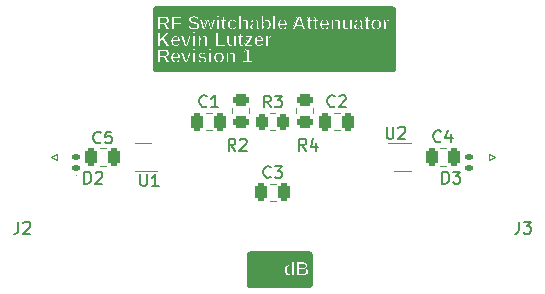
<source format=gto>
G04 #@! TF.GenerationSoftware,KiCad,Pcbnew,(6.0.5-0)*
G04 #@! TF.CreationDate,2022-11-14T20:13:07-05:00*
G04 #@! TF.ProjectId,switchable-rf-attenuator,73776974-6368-4616-926c-652d72662d61,rev?*
G04 #@! TF.SameCoordinates,Original*
G04 #@! TF.FileFunction,Legend,Top*
G04 #@! TF.FilePolarity,Positive*
%FSLAX46Y46*%
G04 Gerber Fmt 4.6, Leading zero omitted, Abs format (unit mm)*
G04 Created by KiCad (PCBNEW (6.0.5-0)) date 2022-11-14 20:13:07*
%MOMM*%
%LPD*%
G01*
G04 APERTURE LIST*
G04 Aperture macros list*
%AMRoundRect*
0 Rectangle with rounded corners*
0 $1 Rounding radius*
0 $2 $3 $4 $5 $6 $7 $8 $9 X,Y pos of 4 corners*
0 Add a 4 corners polygon primitive as box body*
4,1,4,$2,$3,$4,$5,$6,$7,$8,$9,$2,$3,0*
0 Add four circle primitives for the rounded corners*
1,1,$1+$1,$2,$3*
1,1,$1+$1,$4,$5*
1,1,$1+$1,$6,$7*
1,1,$1+$1,$8,$9*
0 Add four rect primitives between the rounded corners*
20,1,$1+$1,$2,$3,$4,$5,0*
20,1,$1+$1,$4,$5,$6,$7,0*
20,1,$1+$1,$6,$7,$8,$9,0*
20,1,$1+$1,$8,$9,$2,$3,0*%
G04 Aperture macros list end*
%ADD10C,0.010000*%
%ADD11C,0.150000*%
%ADD12C,0.120000*%
%ADD13C,0.100000*%
%ADD14RoundRect,0.250000X-0.450000X0.262500X-0.450000X-0.262500X0.450000X-0.262500X0.450000X0.262500X0*%
%ADD15R,0.650000X0.400000*%
%ADD16C,0.700000*%
%ADD17C,4.400000*%
%ADD18R,4.190000X1.780000*%
%ADD19R,4.190000X2.665000*%
%ADD20RoundRect,0.250000X0.250000X0.475000X-0.250000X0.475000X-0.250000X-0.475000X0.250000X-0.475000X0*%
%ADD21RoundRect,0.250000X-0.250000X-0.475000X0.250000X-0.475000X0.250000X0.475000X-0.250000X0.475000X0*%
%ADD22RoundRect,0.147500X0.172500X-0.147500X0.172500X0.147500X-0.172500X0.147500X-0.172500X-0.147500X0*%
%ADD23RoundRect,0.250000X-0.262500X-0.450000X0.262500X-0.450000X0.262500X0.450000X-0.262500X0.450000X0*%
%ADD24C,0.900000*%
G04 APERTURE END LIST*
D10*
G36*
X158853101Y-105460890D02*
G01*
X158862201Y-105422760D01*
X158877301Y-105386510D01*
X158897801Y-105353060D01*
X158923201Y-105323230D01*
X158953101Y-105297760D01*
X158986501Y-105277250D01*
X159022801Y-105262240D01*
X159060901Y-105253080D01*
X159100001Y-105250000D01*
X179099999Y-105250000D01*
X179139100Y-105253080D01*
X179177199Y-105262240D01*
X179213498Y-105277250D01*
X179246899Y-105297760D01*
X179276799Y-105323230D01*
X179302199Y-105353060D01*
X179322699Y-105386510D01*
X179337800Y-105422760D01*
X179346898Y-105460890D01*
X179349999Y-105500000D01*
X179349999Y-110500000D01*
X179346898Y-110539110D01*
X179337800Y-110577240D01*
X179322699Y-110613490D01*
X179302199Y-110646940D01*
X179276799Y-110676770D01*
X179246899Y-110702240D01*
X179213498Y-110722750D01*
X179177199Y-110737760D01*
X179139100Y-110746920D01*
X179099999Y-110750000D01*
X159100001Y-110750000D01*
X159060901Y-110746920D01*
X159022801Y-110737760D01*
X158986501Y-110722750D01*
X158953101Y-110702240D01*
X158923201Y-110676770D01*
X158897801Y-110646940D01*
X158877301Y-110613490D01*
X158862201Y-110577240D01*
X158853101Y-110539110D01*
X158850001Y-110500000D01*
X158850001Y-109981610D01*
X159211471Y-109981610D01*
X159451531Y-109981610D01*
X159451531Y-109546250D01*
X159733091Y-109546250D01*
X159999191Y-109981610D01*
X160269361Y-109981610D01*
X159983389Y-109537290D01*
X160340491Y-109537290D01*
X160343451Y-109609440D01*
X160352331Y-109675600D01*
X160367151Y-109735750D01*
X160387871Y-109789920D01*
X160414511Y-109838100D01*
X160447091Y-109880290D01*
X160485181Y-109916230D01*
X160528381Y-109945620D01*
X160576681Y-109968490D01*
X160630111Y-109984820D01*
X160688621Y-109994610D01*
X160752251Y-109997880D01*
X160842370Y-109991240D01*
X160921781Y-109971300D01*
X160990470Y-109938080D01*
X161048460Y-109891560D01*
X161095731Y-109831740D01*
X161132271Y-109758640D01*
X160916621Y-109739930D01*
X160903561Y-109772000D01*
X160885520Y-109798250D01*
X160862511Y-109818650D01*
X160834541Y-109833240D01*
X160801581Y-109841980D01*
X160763650Y-109844890D01*
X160735471Y-109843080D01*
X160709531Y-109837620D01*
X160685830Y-109828520D01*
X160664380Y-109815780D01*
X160645151Y-109799410D01*
X160628150Y-109779400D01*
X160613611Y-109755810D01*
X160601711Y-109728710D01*
X160592461Y-109698120D01*
X160585841Y-109664020D01*
X160581870Y-109626420D01*
X160580561Y-109585310D01*
X161145301Y-109585310D01*
X161145301Y-109578810D01*
X161142511Y-109501220D01*
X161134181Y-109430110D01*
X161120281Y-109365520D01*
X161100811Y-109307390D01*
X161075780Y-109255750D01*
X161045211Y-109210600D01*
X161009361Y-109172180D01*
X160968531Y-109140760D01*
X160922740Y-109116300D01*
X160878653Y-109101150D01*
X161187101Y-109101150D01*
X161502021Y-109981610D01*
X161775451Y-109981610D01*
X162202140Y-109981610D01*
X162430811Y-109981610D01*
X162430811Y-109761900D01*
X162596581Y-109761900D01*
X162608960Y-109800550D01*
X162624921Y-109835630D01*
X162644480Y-109867190D01*
X162667640Y-109895170D01*
X162694390Y-109919630D01*
X162724741Y-109940520D01*
X162759240Y-109958050D01*
X162798471Y-109972400D01*
X162842431Y-109983540D01*
X162891111Y-109991520D01*
X162944511Y-109996290D01*
X163002630Y-109997880D01*
X163061980Y-109995860D01*
X163116881Y-109989790D01*
X163157684Y-109981610D01*
X163559530Y-109981610D01*
X163788201Y-109981610D01*
X163788201Y-109540560D01*
X163960470Y-109540560D01*
X163963720Y-109609100D01*
X163973490Y-109672560D01*
X163989771Y-109730970D01*
X164012550Y-109784320D01*
X164041851Y-109832600D01*
X164077661Y-109875820D01*
X164119180Y-109913120D01*
X164165630Y-109943630D01*
X164217001Y-109967360D01*
X164273320Y-109984310D01*
X164334561Y-109994490D01*
X164400721Y-109997880D01*
X164468160Y-109994510D01*
X164530561Y-109984360D01*
X164587871Y-109967470D01*
X164640131Y-109943820D01*
X164687330Y-109913410D01*
X164729460Y-109876220D01*
X164765761Y-109833110D01*
X164795470Y-109784870D01*
X164818571Y-109731480D01*
X164835080Y-109672970D01*
X164844960Y-109609330D01*
X164848281Y-109540560D01*
X164845121Y-109469910D01*
X164835661Y-109404980D01*
X164819891Y-109345780D01*
X164797811Y-109292300D01*
X164769430Y-109244520D01*
X164734750Y-109202470D01*
X164694070Y-109166530D01*
X164647730Y-109137150D01*
X164595710Y-109114270D01*
X164549316Y-109101150D01*
X164999440Y-109101150D01*
X165000240Y-109113340D01*
X165001021Y-109126070D01*
X165001781Y-109139300D01*
X165002511Y-109153060D01*
X165003901Y-109182130D01*
X165004531Y-109197890D01*
X165005040Y-109215070D01*
X165005440Y-109233690D01*
X165005721Y-109253720D01*
X165005881Y-109275190D01*
X165005941Y-109298070D01*
X165005941Y-109981610D01*
X165234611Y-109981610D01*
X165234611Y-109509640D01*
X165236031Y-109473590D01*
X165240271Y-109439790D01*
X165247340Y-109408220D01*
X165257230Y-109378910D01*
X165269941Y-109351820D01*
X165285471Y-109326970D01*
X165303321Y-109305210D01*
X165322951Y-109287400D01*
X165344371Y-109273560D01*
X165367561Y-109263670D01*
X165392561Y-109257740D01*
X165419340Y-109255750D01*
X165467321Y-109262210D01*
X165506590Y-109281520D01*
X165537130Y-109313740D01*
X165558941Y-109358840D01*
X165572030Y-109416810D01*
X165576390Y-109487670D01*
X165576390Y-109981610D01*
X165804240Y-109981610D01*
X166440970Y-109981610D01*
X167216470Y-109981610D01*
X167216470Y-109811540D01*
X166953640Y-109811540D01*
X166953640Y-108835052D01*
X166737180Y-108835052D01*
X166449910Y-109021390D01*
X166449910Y-109201250D01*
X166724950Y-109029540D01*
X166724950Y-109811540D01*
X166440970Y-109811540D01*
X166440970Y-109981610D01*
X165804240Y-109981610D01*
X165804240Y-109422560D01*
X165802151Y-109369460D01*
X165795921Y-109320770D01*
X165785521Y-109276520D01*
X165770960Y-109236680D01*
X165752240Y-109201280D01*
X165729361Y-109170320D01*
X165702601Y-109143970D01*
X165672240Y-109122410D01*
X165638240Y-109105620D01*
X165600630Y-109093640D01*
X165559401Y-109086460D01*
X165514541Y-109084060D01*
X165483010Y-109085330D01*
X165452971Y-109089130D01*
X165424420Y-109095460D01*
X165397360Y-109104320D01*
X165371791Y-109115710D01*
X165347711Y-109129640D01*
X165325050Y-109146360D01*
X165303691Y-109166170D01*
X165283641Y-109189040D01*
X165264900Y-109214980D01*
X165247481Y-109244020D01*
X165231351Y-109276110D01*
X165228100Y-109276110D01*
X165227990Y-109266540D01*
X165227660Y-109254640D01*
X165227091Y-109240400D01*
X165226300Y-109223850D01*
X165225270Y-109204960D01*
X165224040Y-109183750D01*
X165222731Y-109162800D01*
X165221511Y-109144730D01*
X165220380Y-109129530D01*
X165219320Y-109117200D01*
X165218381Y-109107740D01*
X165217521Y-109101150D01*
X164999440Y-109101150D01*
X164549316Y-109101150D01*
X164538001Y-109097950D01*
X164474630Y-109088150D01*
X164405591Y-109084880D01*
X164337950Y-109088260D01*
X164275490Y-109098390D01*
X164218230Y-109115300D01*
X164166181Y-109138950D01*
X164119321Y-109169360D01*
X164077661Y-109206530D01*
X164041851Y-109249600D01*
X164012550Y-109297710D01*
X163989771Y-109350880D01*
X163973490Y-109409060D01*
X163963720Y-109472290D01*
X163960470Y-109540560D01*
X163788201Y-109540560D01*
X163788201Y-109101150D01*
X163559530Y-109101150D01*
X163559530Y-109981610D01*
X163157684Y-109981610D01*
X163167310Y-109979680D01*
X163213300Y-109965520D01*
X163254831Y-109947310D01*
X163291910Y-109925050D01*
X163323860Y-109899250D01*
X163350021Y-109870390D01*
X163370340Y-109838490D01*
X163384871Y-109803530D01*
X163393581Y-109765520D01*
X163396481Y-109724460D01*
X163395681Y-109700000D01*
X163393271Y-109677050D01*
X163389260Y-109655610D01*
X163383650Y-109635680D01*
X163376431Y-109617260D01*
X163367591Y-109600370D01*
X163357431Y-109584720D01*
X163346171Y-109570040D01*
X163333831Y-109556320D01*
X163320410Y-109543590D01*
X163305891Y-109531810D01*
X163290290Y-109521030D01*
X163273280Y-109510960D01*
X163254501Y-109501360D01*
X163233941Y-109492250D01*
X163211630Y-109483600D01*
X163187551Y-109475430D01*
X163161720Y-109467730D01*
X163134360Y-109460310D01*
X163105711Y-109452960D01*
X163075771Y-109445660D01*
X163044551Y-109438430D01*
X163012031Y-109431270D01*
X162978221Y-109424190D01*
X162954721Y-109419100D01*
X162933601Y-109413570D01*
X162914850Y-109407610D01*
X162898481Y-109401230D01*
X162884471Y-109394420D01*
X162872841Y-109387180D01*
X162863260Y-109379290D01*
X162855431Y-109370500D01*
X162849341Y-109360840D01*
X162845000Y-109350300D01*
X162842391Y-109338870D01*
X162841520Y-109326550D01*
X162842651Y-109311070D01*
X162846030Y-109297120D01*
X162851680Y-109284740D01*
X162859581Y-109273940D01*
X162869761Y-109264680D01*
X162882200Y-109256990D01*
X162896890Y-109250640D01*
X162913840Y-109245450D01*
X162933050Y-109241420D01*
X162954520Y-109238540D01*
X162978271Y-109236820D01*
X163004271Y-109236240D01*
X163030680Y-109236970D01*
X163054620Y-109239170D01*
X163076070Y-109242840D01*
X163095030Y-109247990D01*
X163111510Y-109254610D01*
X163125500Y-109262680D01*
X163137460Y-109272260D01*
X163147841Y-109283340D01*
X163156641Y-109295940D01*
X163163840Y-109310060D01*
X163169470Y-109325680D01*
X163173531Y-109342830D01*
X163376141Y-109321670D01*
X163366281Y-109284670D01*
X163352410Y-109250700D01*
X163334540Y-109219760D01*
X163312660Y-109191830D01*
X163286801Y-109166950D01*
X163256920Y-109145100D01*
X163223351Y-109126450D01*
X163186350Y-109111190D01*
X163145940Y-109099320D01*
X163102141Y-109090850D01*
X163054910Y-109085750D01*
X163004271Y-109084060D01*
X162947110Y-109086010D01*
X162894450Y-109091890D01*
X162846291Y-109101650D01*
X162802641Y-109115340D01*
X162763470Y-109132950D01*
X162728800Y-109154450D01*
X162699091Y-109179460D01*
X162674781Y-109207570D01*
X162655861Y-109238770D01*
X162642360Y-109273070D01*
X162634260Y-109310470D01*
X162631560Y-109350970D01*
X162632550Y-109375790D01*
X162635491Y-109399290D01*
X162640411Y-109421450D01*
X162647290Y-109442280D01*
X162656140Y-109461780D01*
X162666960Y-109479930D01*
X162679650Y-109496890D01*
X162694131Y-109512760D01*
X162710401Y-109527540D01*
X162728430Y-109541230D01*
X162748271Y-109553850D01*
X162769890Y-109565380D01*
X162795911Y-109576510D01*
X162828941Y-109587940D01*
X162868971Y-109599660D01*
X162916011Y-109611660D01*
X162970060Y-109623980D01*
X163031110Y-109636580D01*
X163057951Y-109642490D01*
X163082060Y-109648830D01*
X163103430Y-109655610D01*
X163122080Y-109662810D01*
X163137981Y-109670440D01*
X163151150Y-109678500D01*
X163161971Y-109687260D01*
X163170820Y-109696980D01*
X163177701Y-109707690D01*
X163182611Y-109719360D01*
X163185560Y-109731990D01*
X163186551Y-109745620D01*
X163185331Y-109762210D01*
X163181670Y-109777270D01*
X163175561Y-109790790D01*
X163167020Y-109802760D01*
X163156030Y-109813220D01*
X163142601Y-109822110D01*
X163126501Y-109829570D01*
X163107521Y-109835680D01*
X163085641Y-109840420D01*
X163060860Y-109843810D01*
X163033200Y-109845860D01*
X163002630Y-109846530D01*
X162969640Y-109845810D01*
X162940100Y-109843630D01*
X162914041Y-109840010D01*
X162891410Y-109834960D01*
X162872261Y-109828450D01*
X162856560Y-109820480D01*
X162843270Y-109810790D01*
X162831381Y-109799060D01*
X162820861Y-109785290D01*
X162811721Y-109769500D01*
X162803950Y-109751660D01*
X162797570Y-109731800D01*
X162596581Y-109761900D01*
X162430811Y-109761900D01*
X162430811Y-109101150D01*
X162202140Y-109101150D01*
X162202140Y-109981610D01*
X161775451Y-109981610D01*
X162100121Y-109101150D01*
X161860881Y-109101150D01*
X161810691Y-109254650D01*
X161768121Y-109385330D01*
X161733121Y-109493160D01*
X161705731Y-109578170D01*
X161685921Y-109640370D01*
X161673721Y-109679720D01*
X161665781Y-109706250D01*
X161658791Y-109729980D01*
X161652761Y-109750920D01*
X161647681Y-109769040D01*
X161643531Y-109784360D01*
X161640361Y-109796890D01*
X161613691Y-109701950D01*
X161603131Y-109664660D01*
X161594431Y-109634140D01*
X161587581Y-109610400D01*
X161582571Y-109593440D01*
X161428781Y-109101150D01*
X161187101Y-109101150D01*
X160878653Y-109101150D01*
X160871961Y-109098850D01*
X160816221Y-109088360D01*
X160755501Y-109084880D01*
X160691831Y-109088130D01*
X160633171Y-109097900D01*
X160579541Y-109114170D01*
X160530911Y-109136960D01*
X160487311Y-109166260D01*
X160448720Y-109202060D01*
X160415661Y-109243930D01*
X160388591Y-109291380D01*
X160367551Y-109344470D01*
X160352520Y-109403120D01*
X160343501Y-109467410D01*
X160340491Y-109537290D01*
X159983389Y-109537290D01*
X159959311Y-109499880D01*
X159996770Y-109488980D01*
X160031551Y-109474780D01*
X160063671Y-109457240D01*
X160093121Y-109436400D01*
X160119911Y-109412230D01*
X160144020Y-109384750D01*
X160164911Y-109354680D01*
X160182021Y-109322770D01*
X160195311Y-109289030D01*
X160204801Y-109253450D01*
X160210491Y-109216050D01*
X160212401Y-109176820D01*
X160209300Y-109123900D01*
X160200011Y-109075240D01*
X160184521Y-109030850D01*
X160162841Y-108990753D01*
X160134971Y-108954910D01*
X160121534Y-108942459D01*
X162202140Y-108942459D01*
X162430811Y-108942459D01*
X163559530Y-108942459D01*
X163788201Y-108942459D01*
X163788201Y-108774017D01*
X163559530Y-108774017D01*
X163559530Y-108942459D01*
X162430811Y-108942459D01*
X162430811Y-108774017D01*
X162202140Y-108774017D01*
X162202140Y-108942459D01*
X160121534Y-108942459D01*
X160100901Y-108923340D01*
X160061141Y-108896362D01*
X160016181Y-108874298D01*
X159966031Y-108857132D01*
X159910671Y-108844864D01*
X159850111Y-108837509D01*
X159784360Y-108835052D01*
X159211471Y-108835052D01*
X159211471Y-109981610D01*
X158850001Y-109981610D01*
X158850001Y-108581619D01*
X159211471Y-108581619D01*
X159451531Y-108581619D01*
X159451531Y-108163345D01*
X159593121Y-108055115D01*
X160004891Y-108581619D01*
X160288061Y-108581619D01*
X159932276Y-108137299D01*
X160340491Y-108137299D01*
X160343451Y-108209442D01*
X160352331Y-108275604D01*
X160367151Y-108335754D01*
X160387871Y-108389923D01*
X160414511Y-108438110D01*
X160447091Y-108480301D01*
X160485181Y-108516235D01*
X160528381Y-108545624D01*
X160576681Y-108568497D01*
X160630111Y-108584824D01*
X160688621Y-108594620D01*
X160752251Y-108597885D01*
X160842370Y-108591248D01*
X160921781Y-108571304D01*
X160990470Y-108538086D01*
X161048460Y-108491562D01*
X161095731Y-108431747D01*
X161132271Y-108358643D01*
X160916621Y-108339935D01*
X160903561Y-108372009D01*
X160885520Y-108398254D01*
X160862511Y-108418655D01*
X160834541Y-108433243D01*
X160801581Y-108441986D01*
X160763650Y-108444901D01*
X160735471Y-108443085D01*
X160709531Y-108437622D01*
X160685830Y-108428528D01*
X160664380Y-108415787D01*
X160645151Y-108399414D01*
X160628150Y-108379410D01*
X160613611Y-108355820D01*
X160601711Y-108328720D01*
X160592461Y-108298126D01*
X160585841Y-108264023D01*
X160581870Y-108226425D01*
X160580561Y-108185318D01*
X161145301Y-108185318D01*
X161145301Y-108178818D01*
X161142511Y-108101227D01*
X161134181Y-108030121D01*
X161120281Y-107965530D01*
X161100811Y-107907394D01*
X161075780Y-107855759D01*
X161045211Y-107810608D01*
X161009361Y-107772186D01*
X160968531Y-107740768D01*
X160922740Y-107716309D01*
X160878664Y-107701157D01*
X161187101Y-107701157D01*
X161502021Y-108581619D01*
X161775451Y-108581619D01*
X162100121Y-107701157D01*
X162202140Y-107701157D01*
X162202140Y-108581619D01*
X162430811Y-108581619D01*
X162430811Y-107701157D01*
X162647841Y-107701157D01*
X162648650Y-107713348D01*
X162649420Y-107726074D01*
X162650170Y-107739304D01*
X162651621Y-107767334D01*
X162652311Y-107782135D01*
X162652930Y-107797897D01*
X162653441Y-107815079D01*
X162653831Y-107833694D01*
X162654121Y-107853729D01*
X162654290Y-107875198D01*
X162654350Y-107898071D01*
X162654350Y-108581619D01*
X162883021Y-108581619D01*
X162883021Y-108109650D01*
X162884421Y-108073593D01*
X162888671Y-108039795D01*
X162895731Y-108008224D01*
X162905621Y-107978912D01*
X162918330Y-107951828D01*
X162933880Y-107926971D01*
X162951720Y-107905212D01*
X162971350Y-107887405D01*
X162992760Y-107873566D01*
X163015970Y-107863678D01*
X163040960Y-107857742D01*
X163067731Y-107855759D01*
X163115720Y-107862213D01*
X163154990Y-107881531D01*
X163185530Y-107913742D01*
X163207350Y-107958847D01*
X163220420Y-108016815D01*
X163224791Y-108087677D01*
X163224791Y-108581619D01*
X163452631Y-108581619D01*
X164095861Y-108581619D01*
X164951121Y-108581619D01*
X164951121Y-108396088D01*
X164335930Y-108396088D01*
X164335930Y-108260193D01*
X165081950Y-108260193D01*
X165084021Y-108313293D01*
X165090261Y-108361954D01*
X165100660Y-108406158D01*
X165115211Y-108445908D01*
X165133941Y-108481201D01*
X165156810Y-108512039D01*
X165183571Y-108538269D01*
X165213950Y-108559738D01*
X165247951Y-108576431D01*
X165285561Y-108588348D01*
X165326790Y-108595505D01*
X165371640Y-108597885D01*
X165403180Y-108596619D01*
X165433251Y-108592819D01*
X165461861Y-108586502D01*
X165488990Y-108577637D01*
X165514671Y-108566254D01*
X165538870Y-108552322D01*
X165561640Y-108535614D01*
X165583031Y-108515884D01*
X165603050Y-108493118D01*
X165621680Y-108467331D01*
X165638940Y-108438507D01*
X165654821Y-108406662D01*
X165658880Y-108406662D01*
X165659161Y-108427567D01*
X165659980Y-108451782D01*
X165661330Y-108479294D01*
X165663231Y-108510101D01*
X165665671Y-108544205D01*
X165668660Y-108581619D01*
X165886741Y-108581619D01*
X165884761Y-108552643D01*
X165883130Y-108522125D01*
X165881861Y-108490067D01*
X165880961Y-108456482D01*
X165880410Y-108421356D01*
X165880231Y-108384689D01*
X165880231Y-107855759D01*
X165993140Y-107855759D01*
X166104641Y-107855759D01*
X166104641Y-108374924D01*
X166106150Y-108410522D01*
X166110700Y-108442963D01*
X166118260Y-108472275D01*
X166128870Y-108498444D01*
X166142500Y-108521469D01*
X166159160Y-108541351D01*
X166178610Y-108558121D01*
X166200660Y-108571854D01*
X166225270Y-108582535D01*
X166252470Y-108590164D01*
X166282240Y-108594742D01*
X166314581Y-108596268D01*
X166350000Y-108595505D01*
X166384100Y-108593201D01*
X166416910Y-108589355D01*
X166448391Y-108583969D01*
X166458651Y-108581619D01*
X166581540Y-108581619D01*
X167287870Y-108581619D01*
X167287870Y-108414795D01*
X166836240Y-108414795D01*
X167043954Y-108137299D01*
X167393720Y-108137299D01*
X167396680Y-108209442D01*
X167405560Y-108275604D01*
X167420370Y-108335754D01*
X167441090Y-108389923D01*
X167467740Y-108438110D01*
X167500311Y-108480301D01*
X167538400Y-108516235D01*
X167581600Y-108545624D01*
X167629910Y-108568497D01*
X167683330Y-108584824D01*
X167741850Y-108594620D01*
X167805470Y-108597885D01*
X167895590Y-108591248D01*
X167975000Y-108571304D01*
X168043700Y-108538086D01*
X168101679Y-108491562D01*
X168148950Y-108431747D01*
X168185495Y-108358643D01*
X167969840Y-108339935D01*
X167956780Y-108372009D01*
X167938750Y-108398254D01*
X167915730Y-108418655D01*
X167887770Y-108433243D01*
X167854810Y-108441986D01*
X167816870Y-108444901D01*
X167788690Y-108443085D01*
X167762750Y-108437622D01*
X167739050Y-108428528D01*
X167717600Y-108415787D01*
X167698370Y-108399414D01*
X167681380Y-108379410D01*
X167666830Y-108355820D01*
X167654930Y-108328720D01*
X167645680Y-108298126D01*
X167639060Y-108264023D01*
X167635100Y-108226425D01*
X167633780Y-108185318D01*
X168198526Y-108185318D01*
X168198526Y-108178818D01*
X168195734Y-108101227D01*
X168187402Y-108030121D01*
X168173502Y-107965530D01*
X168154031Y-107907394D01*
X168129007Y-107855759D01*
X168098430Y-107810608D01*
X168062590Y-107772186D01*
X168021750Y-107740768D01*
X167975960Y-107716309D01*
X167931883Y-107701157D01*
X168343668Y-107701157D01*
X168344476Y-107713943D01*
X168345255Y-107727325D01*
X168346002Y-107741333D01*
X168346735Y-107755951D01*
X168347452Y-107771164D01*
X168348138Y-107787003D01*
X168348749Y-107803818D01*
X168349268Y-107821945D01*
X168349664Y-107841431D01*
X168349939Y-107862228D01*
X168350122Y-107884369D01*
X168350168Y-107907852D01*
X168350168Y-108581619D01*
X168578851Y-108581619D01*
X168578851Y-108149521D01*
X168580164Y-108106079D01*
X168584131Y-108066330D01*
X168590753Y-108030304D01*
X168600000Y-107998001D01*
X168611902Y-107969376D01*
X168626444Y-107944473D01*
X168643366Y-107923340D01*
X168662393Y-107906036D01*
X168683511Y-107892593D01*
X168706735Y-107882980D01*
X168732065Y-107877228D01*
X168759500Y-107875305D01*
X168773966Y-107875641D01*
X168789148Y-107876663D01*
X168805063Y-107878357D01*
X168821695Y-107880722D01*
X168839059Y-107883774D01*
X168857141Y-107887512D01*
X168857141Y-107696274D01*
X168847711Y-107692551D01*
X168837335Y-107689499D01*
X168826013Y-107687119D01*
X168813745Y-107685425D01*
X168800516Y-107684402D01*
X168786356Y-107684067D01*
X168768945Y-107684570D01*
X168752527Y-107686096D01*
X168737116Y-107688644D01*
X168722696Y-107692200D01*
X168709268Y-107696793D01*
X168696832Y-107702377D01*
X168685175Y-107709030D01*
X168674051Y-107716751D01*
X168663477Y-107725571D01*
X168653436Y-107735474D01*
X168643945Y-107746460D01*
X168634988Y-107758530D01*
X168626108Y-107772659D01*
X168616815Y-107789856D01*
X168607126Y-107810104D01*
X168597009Y-107833389D01*
X168586496Y-107859741D01*
X168575586Y-107889130D01*
X168572336Y-107889130D01*
X168572214Y-107879608D01*
X168571878Y-107867294D01*
X168571314Y-107852203D01*
X168570520Y-107834335D01*
X168569498Y-107813690D01*
X168568262Y-107790253D01*
X168566950Y-107767105D01*
X168565729Y-107747269D01*
X168564600Y-107730759D01*
X168563562Y-107717560D01*
X168562601Y-107707703D01*
X168561746Y-107701157D01*
X168343668Y-107701157D01*
X167931883Y-107701157D01*
X167925180Y-107698853D01*
X167869440Y-107688370D01*
X167808720Y-107684891D01*
X167745050Y-107688141D01*
X167686400Y-107697906D01*
X167632760Y-107714172D01*
X167584130Y-107736969D01*
X167540540Y-107766266D01*
X167501950Y-107802063D01*
X167468880Y-107843933D01*
X167441810Y-107891388D01*
X167420770Y-107944473D01*
X167405740Y-108003128D01*
X167396721Y-108067413D01*
X167393720Y-108137299D01*
X167043954Y-108137299D01*
X167247990Y-107864716D01*
X167247990Y-107701157D01*
X166614910Y-107701157D01*
X166614910Y-107866348D01*
X166995741Y-107866348D01*
X166581540Y-108419678D01*
X166581540Y-108581619D01*
X166458651Y-108581619D01*
X166478571Y-108577057D01*
X166507440Y-108568604D01*
X166507440Y-108427002D01*
X166491530Y-108430496D01*
X166476880Y-108433334D01*
X166463490Y-108435547D01*
X166451380Y-108437134D01*
X166440530Y-108438080D01*
X166430950Y-108438400D01*
X166414610Y-108437546D01*
X166399740Y-108435013D01*
X166386390Y-108430771D01*
X166374520Y-108424835D01*
X166364140Y-108417206D01*
X166355261Y-108407883D01*
X166347820Y-108396774D01*
X166341710Y-108383789D01*
X166336970Y-108368927D01*
X166333570Y-108352188D01*
X166331540Y-108333572D01*
X166330870Y-108313080D01*
X166330870Y-107855759D01*
X166497670Y-107855759D01*
X166497670Y-107701157D01*
X166330870Y-107701157D01*
X166330870Y-107494461D01*
X166187650Y-107494461D01*
X166116020Y-107701157D01*
X165993140Y-107701157D01*
X165993140Y-107855759D01*
X165880231Y-107855759D01*
X165880231Y-107701157D01*
X165651570Y-107701157D01*
X165651570Y-108173111D01*
X165650160Y-108209152D01*
X165645910Y-108242966D01*
X165638850Y-108274521D01*
X165628961Y-108303848D01*
X165616250Y-108330948D01*
X165600701Y-108355804D01*
X165582861Y-108377563D01*
X165563231Y-108395355D01*
X165541821Y-108409210D01*
X165518611Y-108419098D01*
X165493631Y-108425034D01*
X165466850Y-108427002D01*
X165419110Y-108420563D01*
X165380060Y-108401245D01*
X165349681Y-108369034D01*
X165327971Y-108323929D01*
X165314951Y-108265945D01*
X165310620Y-108195084D01*
X165310620Y-107701157D01*
X165081950Y-107701157D01*
X165081950Y-108260193D01*
X164335930Y-108260193D01*
X164335930Y-107435059D01*
X164095861Y-107435059D01*
X164095861Y-108581619D01*
X163452631Y-108581619D01*
X163452631Y-108022568D01*
X163450561Y-107969467D01*
X163444310Y-107920776D01*
X163433911Y-107876526D01*
X163419350Y-107836685D01*
X163400641Y-107801285D01*
X163377771Y-107770325D01*
X163351010Y-107743973D01*
X163320631Y-107722412D01*
X163286630Y-107705627D01*
X163249021Y-107693649D01*
X163207791Y-107686462D01*
X163162941Y-107684067D01*
X163131401Y-107685333D01*
X163101360Y-107689133D01*
X163072810Y-107695465D01*
X163045760Y-107704330D01*
X163020200Y-107715714D01*
X162996121Y-107729645D01*
X162973440Y-107746368D01*
X162952080Y-107766174D01*
X162932050Y-107789047D01*
X162913291Y-107814987D01*
X162895870Y-107844025D01*
X162879750Y-107876114D01*
X162876501Y-107876114D01*
X162876381Y-107866547D01*
X162876051Y-107854645D01*
X162875480Y-107840408D01*
X162874691Y-107823853D01*
X162873681Y-107804962D01*
X162872430Y-107783752D01*
X162871121Y-107762802D01*
X162869900Y-107744736D01*
X162868771Y-107729538D01*
X162867731Y-107717209D01*
X162866780Y-107707748D01*
X162865911Y-107701157D01*
X162647841Y-107701157D01*
X162430811Y-107701157D01*
X162202140Y-107701157D01*
X162100121Y-107701157D01*
X161860881Y-107701157D01*
X161810691Y-107854660D01*
X161768121Y-107985336D01*
X161733121Y-108093170D01*
X161705731Y-108178177D01*
X161685921Y-108240372D01*
X161673721Y-108279724D01*
X161665781Y-108306259D01*
X161658791Y-108329987D01*
X161652761Y-108350922D01*
X161647681Y-108369049D01*
X161643531Y-108384369D01*
X161640361Y-108396896D01*
X161613691Y-108301956D01*
X161603131Y-108264664D01*
X161594431Y-108234146D01*
X161587581Y-108210403D01*
X161582571Y-108193451D01*
X161428781Y-107701157D01*
X161187101Y-107701157D01*
X160878664Y-107701157D01*
X160871961Y-107698853D01*
X160816221Y-107688370D01*
X160755501Y-107684891D01*
X160691831Y-107688141D01*
X160633171Y-107697906D01*
X160579541Y-107714172D01*
X160530911Y-107736969D01*
X160487311Y-107766266D01*
X160448720Y-107802063D01*
X160415661Y-107843933D01*
X160388591Y-107891388D01*
X160367551Y-107944473D01*
X160352520Y-108003128D01*
X160343501Y-108067413D01*
X160340491Y-108137299D01*
X159932276Y-108137299D01*
X159758311Y-107920044D01*
X160139700Y-107542465D01*
X162202140Y-107542465D01*
X162430811Y-107542465D01*
X162430811Y-107374023D01*
X162202140Y-107374023D01*
X162202140Y-107542465D01*
X160139700Y-107542465D01*
X160248190Y-107435059D01*
X159968271Y-107435059D01*
X159451531Y-107955048D01*
X159451531Y-107435059D01*
X159211471Y-107435059D01*
X159211471Y-108581619D01*
X158850001Y-108581619D01*
X158850001Y-107181625D01*
X159211471Y-107181625D01*
X159451531Y-107181625D01*
X159451531Y-106746260D01*
X159733091Y-106746260D01*
X159999191Y-107181625D01*
X160269361Y-107181625D01*
X160386880Y-107181625D01*
X160626931Y-107181625D01*
X160626931Y-106882980D01*
X161769821Y-106882980D01*
X161784231Y-106933640D01*
X161803631Y-106979810D01*
X161828001Y-107021515D01*
X161857341Y-107058746D01*
X161891661Y-107091492D01*
X161930951Y-107119781D01*
X161975351Y-107143646D01*
X162025061Y-107163177D01*
X162080061Y-107178360D01*
X162140340Y-107189209D01*
X162205910Y-107195724D01*
X162276791Y-107197891D01*
X162354100Y-107195419D01*
X162424921Y-107187988D01*
X162489270Y-107175613D01*
X162547131Y-107158295D01*
X162598490Y-107136017D01*
X162643370Y-107108795D01*
X162681541Y-107076889D01*
X162712761Y-107040573D01*
X162737051Y-106999850D01*
X162754400Y-106954730D01*
X162764831Y-106905180D01*
X162768291Y-106851240D01*
X162767680Y-106827840D01*
X162765851Y-106805360D01*
X162762800Y-106783800D01*
X162758521Y-106763180D01*
X162753030Y-106743480D01*
X162746320Y-106724720D01*
X162738441Y-106706830D01*
X162729500Y-106689800D01*
X162719461Y-106673650D01*
X162708340Y-106658340D01*
X162696130Y-106643890D01*
X162682840Y-106630310D01*
X162668181Y-106617420D01*
X162651860Y-106605090D01*
X162633920Y-106593290D01*
X162614300Y-106582050D01*
X162593041Y-106571320D01*
X162570141Y-106561160D01*
X162543790Y-106551100D01*
X162512231Y-106540770D01*
X162475441Y-106530140D01*
X162433440Y-106519200D01*
X162386191Y-106507980D01*
X162333750Y-106496460D01*
X162289961Y-106486710D01*
X162251371Y-106477520D01*
X162217981Y-106468900D01*
X162189800Y-106460850D01*
X162166801Y-106453350D01*
X162149010Y-106446430D01*
X162134451Y-106439540D01*
X162121131Y-106432170D01*
X162109050Y-106424350D01*
X162098201Y-106416050D01*
X162088621Y-106407260D01*
X162080261Y-106398010D01*
X162073181Y-106388060D01*
X162067381Y-106377200D01*
X162062881Y-106365450D01*
X162059661Y-106352780D01*
X162057721Y-106339220D01*
X162057081Y-106324750D01*
X162063131Y-106282990D01*
X162081311Y-106248810D01*
X162111601Y-106222230D01*
X162154000Y-106203250D01*
X162208521Y-106191850D01*
X162275160Y-106188050D01*
X162308011Y-106189090D01*
X162338221Y-106192210D01*
X162365791Y-106197420D01*
X162390710Y-106204700D01*
X162412991Y-106214050D01*
X162432611Y-106225490D01*
X162449900Y-106238980D01*
X162465130Y-106254520D01*
X162478281Y-106272080D01*
X162489401Y-106291670D01*
X162498450Y-106313310D01*
X162505440Y-106336980D01*
X162738180Y-106305240D01*
X162737143Y-106301160D01*
X162802530Y-106301160D01*
X163030370Y-107181625D01*
X163272061Y-107181625D01*
X163413641Y-106646160D01*
X163455970Y-106463910D01*
X163464941Y-106508940D01*
X163472881Y-106547990D01*
X163479780Y-106581090D01*
X163485621Y-106608200D01*
X163490441Y-106629360D01*
X163494210Y-106644550D01*
X163634181Y-107181625D01*
X163875860Y-107181625D01*
X164189770Y-107181625D01*
X164418440Y-107181625D01*
X164418440Y-106455760D01*
X164545951Y-106455760D01*
X164657430Y-106455760D01*
X164657430Y-106974930D01*
X164658960Y-107010529D01*
X164663490Y-107042969D01*
X164671081Y-107072281D01*
X164681670Y-107098450D01*
X164695311Y-107121475D01*
X164711950Y-107141357D01*
X164731421Y-107158127D01*
X164753461Y-107171860D01*
X164778071Y-107182541D01*
X164805280Y-107190170D01*
X164835031Y-107194748D01*
X164867381Y-107196274D01*
X164902801Y-107195511D01*
X164936910Y-107193207D01*
X164969710Y-107189362D01*
X165001200Y-107183975D01*
X165031380Y-107177063D01*
X165060250Y-107168610D01*
X165060250Y-107027008D01*
X165044341Y-107030502D01*
X165029690Y-107033340D01*
X165016310Y-107035553D01*
X165004171Y-107037140D01*
X164993331Y-107038086D01*
X164983740Y-107038406D01*
X164967401Y-107037552D01*
X164952551Y-107035019D01*
X164939201Y-107030777D01*
X164927331Y-107024841D01*
X164916960Y-107017212D01*
X164908071Y-107007889D01*
X164900611Y-106996780D01*
X164894510Y-106983800D01*
X164889761Y-106968930D01*
X164886380Y-106952190D01*
X164884350Y-106933580D01*
X164883660Y-106913090D01*
X164883660Y-106746260D01*
X165132711Y-106746260D01*
X165135740Y-106814730D01*
X165144831Y-106877960D01*
X165159970Y-106935970D01*
X165181181Y-106988770D01*
X165208440Y-107036331D01*
X165241751Y-107078690D01*
X165280630Y-107115112D01*
X165324580Y-107144913D01*
X165373591Y-107168091D01*
X165427651Y-107184647D01*
X165486800Y-107194580D01*
X165550990Y-107197891D01*
X165585930Y-107196823D01*
X165619701Y-107193604D01*
X165652290Y-107188232D01*
X165679889Y-107181625D01*
X166089171Y-107181625D01*
X166317830Y-107181625D01*
X166317830Y-106710460D01*
X166319250Y-106674420D01*
X166323500Y-106640610D01*
X166330560Y-106609050D01*
X166340450Y-106579740D01*
X166353161Y-106552640D01*
X166368690Y-106527800D01*
X166386540Y-106506040D01*
X166406170Y-106488240D01*
X166427590Y-106474400D01*
X166450800Y-106464490D01*
X166475780Y-106458560D01*
X166502560Y-106456590D01*
X166550550Y-106463030D01*
X166589810Y-106482360D01*
X166620360Y-106514570D01*
X166642160Y-106559660D01*
X166655250Y-106617630D01*
X166659620Y-106688490D01*
X166659620Y-107181625D01*
X166887460Y-107181625D01*
X166887460Y-106932620D01*
X167015830Y-106932620D01*
X167017830Y-106973080D01*
X167023800Y-107010422D01*
X167033750Y-107044601D01*
X167047660Y-107075653D01*
X167065560Y-107103561D01*
X167087440Y-107128326D01*
X167112880Y-107149582D01*
X167141430Y-107166977D01*
X167173090Y-107180496D01*
X167207880Y-107190170D01*
X167245780Y-107195969D01*
X167286810Y-107197891D01*
X167348660Y-107193085D01*
X167405080Y-107178635D01*
X167456080Y-107154556D01*
X167501640Y-107120865D01*
X167541790Y-107077530D01*
X167576520Y-107024567D01*
X167581381Y-107024567D01*
X167585020Y-107050858D01*
X167590480Y-107074936D01*
X167597770Y-107096786D01*
X167606900Y-107116440D01*
X167617840Y-107133865D01*
X167630620Y-107149078D01*
X167645580Y-107162003D01*
X167663030Y-107172592D01*
X167683010Y-107180817D01*
X167705500Y-107186691D01*
X167730480Y-107190216D01*
X167757970Y-107191391D01*
X167765940Y-107191345D01*
X167773570Y-107191208D01*
X167780861Y-107190979D01*
X167787820Y-107190659D01*
X167794430Y-107190262D01*
X167800700Y-107189758D01*
X167806740Y-107189194D01*
X167812680Y-107188583D01*
X167818510Y-107187927D01*
X167824210Y-107187225D01*
X167829800Y-107186478D01*
X167835291Y-107185684D01*
X167840710Y-107184830D01*
X167846140Y-107183884D01*
X167851560Y-107182846D01*
X167856970Y-107181717D01*
X167857380Y-107181625D01*
X167982060Y-107181625D01*
X168204218Y-107181625D01*
X168205560Y-107176010D01*
X168206888Y-107168427D01*
X168208185Y-107158844D01*
X168209467Y-107147263D01*
X168210718Y-107133713D01*
X168211954Y-107118149D01*
X168213068Y-107102188D01*
X168213983Y-107087418D01*
X168214685Y-107073807D01*
X168215204Y-107061371D01*
X168215509Y-107050110D01*
X168215601Y-107040039D01*
X168217233Y-107040039D01*
X168230325Y-107064545D01*
X168245172Y-107087051D01*
X168261789Y-107107574D01*
X168280161Y-107126114D01*
X168300302Y-107142654D01*
X168322199Y-107157211D01*
X168345697Y-107169647D01*
X168370584Y-107179810D01*
X168396875Y-107187729D01*
X168424554Y-107193375D01*
X168453653Y-107196762D01*
X168484140Y-107197891D01*
X168536310Y-107194534D01*
X168584283Y-107184464D01*
X168591691Y-107181625D01*
X168982767Y-107181625D01*
X169211450Y-107181625D01*
X169211450Y-106737300D01*
X169383707Y-106737300D01*
X169386667Y-106809450D01*
X169395563Y-106875610D01*
X169410364Y-106935760D01*
X169431085Y-106989930D01*
X169457742Y-107038116D01*
X169490305Y-107080307D01*
X169528406Y-107116241D01*
X169571603Y-107145630D01*
X169619897Y-107168503D01*
X169673319Y-107184830D01*
X169731836Y-107194626D01*
X169795465Y-107197891D01*
X169885599Y-107191254D01*
X169923937Y-107181625D01*
X170657100Y-107181625D01*
X170897160Y-107181625D01*
X170998900Y-106888670D01*
X171435880Y-106888670D01*
X171537590Y-107181625D01*
X171775200Y-107181625D01*
X171511434Y-106455760D01*
X171811350Y-106455760D01*
X171922850Y-106455760D01*
X171922850Y-106974930D01*
X171924360Y-107010529D01*
X171928900Y-107042969D01*
X171936470Y-107072281D01*
X171947080Y-107098450D01*
X171960700Y-107121475D01*
X171977370Y-107141357D01*
X171996820Y-107158127D01*
X172018870Y-107171860D01*
X172043480Y-107182541D01*
X172070670Y-107190170D01*
X172100440Y-107194748D01*
X172132790Y-107196274D01*
X172168210Y-107195511D01*
X172202310Y-107193207D01*
X172235120Y-107189362D01*
X172266600Y-107183975D01*
X172296780Y-107177063D01*
X172325650Y-107168610D01*
X172325650Y-107027008D01*
X172309730Y-107030502D01*
X172295080Y-107033340D01*
X172281700Y-107035553D01*
X172269590Y-107037140D01*
X172258740Y-107038086D01*
X172249150Y-107038406D01*
X172232811Y-107037552D01*
X172217950Y-107035019D01*
X172204600Y-107030777D01*
X172192730Y-107024841D01*
X172182350Y-107017212D01*
X172173470Y-107007889D01*
X172166020Y-106996780D01*
X172159920Y-106983800D01*
X172155180Y-106968930D01*
X172151770Y-106952190D01*
X172149740Y-106933580D01*
X172149070Y-106913090D01*
X172149070Y-106455760D01*
X172315879Y-106455760D01*
X172353360Y-106455760D01*
X172464850Y-106455760D01*
X172464850Y-106974930D01*
X172466360Y-107010529D01*
X172470910Y-107042969D01*
X172478480Y-107072281D01*
X172489080Y-107098450D01*
X172502710Y-107121475D01*
X172519360Y-107141357D01*
X172538829Y-107158127D01*
X172560860Y-107171860D01*
X172585490Y-107182541D01*
X172612680Y-107190170D01*
X172642450Y-107194748D01*
X172674780Y-107196274D01*
X172710210Y-107195511D01*
X172744320Y-107193207D01*
X172777120Y-107189362D01*
X172808600Y-107183975D01*
X172838780Y-107177063D01*
X172867650Y-107168610D01*
X172867650Y-107027008D01*
X172851740Y-107030502D01*
X172837090Y-107033340D01*
X172823710Y-107035553D01*
X172811590Y-107037140D01*
X172800730Y-107038086D01*
X172791150Y-107038406D01*
X172774800Y-107037552D01*
X172759960Y-107035019D01*
X172746610Y-107030777D01*
X172734740Y-107024841D01*
X172724360Y-107017212D01*
X172715480Y-107007889D01*
X172708020Y-106996780D01*
X172701910Y-106983800D01*
X172697170Y-106968930D01*
X172693781Y-106952190D01*
X172691750Y-106933580D01*
X172691060Y-106913090D01*
X172691060Y-106737300D01*
X172940120Y-106737300D01*
X172943081Y-106809450D01*
X172951960Y-106875610D01*
X172966780Y-106935760D01*
X172987500Y-106989930D01*
X173014140Y-107038116D01*
X173046720Y-107080307D01*
X173084800Y-107116241D01*
X173128000Y-107145630D01*
X173176310Y-107168503D01*
X173229730Y-107184830D01*
X173288250Y-107194626D01*
X173351881Y-107197891D01*
X173442000Y-107191254D01*
X173521400Y-107171310D01*
X173590100Y-107138092D01*
X173648080Y-107091568D01*
X173695350Y-107031754D01*
X173731900Y-106958650D01*
X173516241Y-106939940D01*
X173503180Y-106972020D01*
X173485150Y-106998260D01*
X173462141Y-107018661D01*
X173434169Y-107033249D01*
X173401210Y-107041992D01*
X173363280Y-107044907D01*
X173335090Y-107043091D01*
X173309150Y-107037628D01*
X173285460Y-107028534D01*
X173264000Y-107015793D01*
X173244780Y-106999420D01*
X173227780Y-106979420D01*
X173213239Y-106955830D01*
X173201330Y-106928730D01*
X173192091Y-106898130D01*
X173185461Y-106864030D01*
X173181500Y-106826430D01*
X173180180Y-106785320D01*
X173744930Y-106785320D01*
X173744930Y-106778820D01*
X173742150Y-106701230D01*
X173733801Y-106630130D01*
X173719900Y-106565540D01*
X173700430Y-106507400D01*
X173675410Y-106455760D01*
X173644830Y-106410610D01*
X173608989Y-106372190D01*
X173568150Y-106340770D01*
X173522360Y-106316310D01*
X173478273Y-106301160D01*
X173890070Y-106301160D01*
X173890880Y-106313350D01*
X173891660Y-106326080D01*
X173892400Y-106339310D01*
X173893850Y-106367340D01*
X173894540Y-106382140D01*
X173895170Y-106397900D01*
X173895670Y-106415080D01*
X173896070Y-106433700D01*
X173896340Y-106453740D01*
X173896520Y-106475200D01*
X173896570Y-106498080D01*
X173896570Y-107181625D01*
X174125249Y-107181625D01*
X174125249Y-106709660D01*
X174126660Y-106673600D01*
X174130898Y-106639800D01*
X174137959Y-106608230D01*
X174147849Y-106578920D01*
X174160559Y-106551830D01*
X174176098Y-106526980D01*
X174193949Y-106505220D01*
X174213589Y-106487410D01*
X174234990Y-106473570D01*
X174258198Y-106463680D01*
X174283179Y-106457750D01*
X174309960Y-106455760D01*
X174357949Y-106462220D01*
X174397210Y-106481540D01*
X174427760Y-106513750D01*
X174449559Y-106558850D01*
X174462659Y-106616820D01*
X174467019Y-106687680D01*
X174467019Y-107181625D01*
X174694859Y-107181625D01*
X174694859Y-106860200D01*
X174877759Y-106860200D01*
X174879849Y-106913300D01*
X174886090Y-106961960D01*
X174896479Y-107006165D01*
X174911038Y-107045914D01*
X174929759Y-107081207D01*
X174952630Y-107112045D01*
X174979390Y-107138275D01*
X175009770Y-107159744D01*
X175043769Y-107176437D01*
X175081380Y-107188354D01*
X175122609Y-107195511D01*
X175167458Y-107197891D01*
X175198998Y-107196625D01*
X175229069Y-107192825D01*
X175257680Y-107186508D01*
X175284810Y-107177643D01*
X175310490Y-107166260D01*
X175334679Y-107152328D01*
X175357459Y-107135620D01*
X175378850Y-107115891D01*
X175398869Y-107093124D01*
X175417500Y-107067337D01*
X175434760Y-107038513D01*
X175450650Y-107006668D01*
X175454709Y-107006668D01*
X175454980Y-107027573D01*
X175455788Y-107051788D01*
X175457150Y-107079300D01*
X175459050Y-107110107D01*
X175461499Y-107144211D01*
X175464469Y-107181625D01*
X175682568Y-107181625D01*
X175680579Y-107152649D01*
X175678948Y-107122131D01*
X175677680Y-107090073D01*
X175676770Y-107056488D01*
X175676228Y-107021362D01*
X175676049Y-106984700D01*
X175676049Y-106932620D01*
X175817448Y-106932620D01*
X175819440Y-106973080D01*
X175825398Y-107010422D01*
X175835349Y-107044601D01*
X175849278Y-107075653D01*
X175867179Y-107103561D01*
X175889060Y-107128326D01*
X175914479Y-107149582D01*
X175943028Y-107166977D01*
X175974709Y-107180496D01*
X176009499Y-107190170D01*
X176047398Y-107195969D01*
X176088420Y-107197891D01*
X176150279Y-107193085D01*
X176206689Y-107178635D01*
X176257680Y-107154556D01*
X176303260Y-107120865D01*
X176343409Y-107077530D01*
X176378119Y-107024567D01*
X176383000Y-107024567D01*
X176386639Y-107050858D01*
X176392098Y-107074936D01*
X176399378Y-107096786D01*
X176408499Y-107116440D01*
X176419459Y-107133865D01*
X176432229Y-107149078D01*
X176447199Y-107162003D01*
X176464650Y-107172592D01*
X176484629Y-107180817D01*
X176507100Y-107186691D01*
X176532099Y-107190216D01*
X176559590Y-107191391D01*
X176567559Y-107191345D01*
X176575188Y-107191208D01*
X176582478Y-107190979D01*
X176589429Y-107190659D01*
X176596028Y-107190262D01*
X176602318Y-107189758D01*
X176608359Y-107189194D01*
X176614298Y-107188583D01*
X176620110Y-107187927D01*
X176625819Y-107187225D01*
X176631419Y-107186478D01*
X176636899Y-107185684D01*
X176642329Y-107184830D01*
X176647740Y-107183884D01*
X176653159Y-107182846D01*
X176658589Y-107181717D01*
X176664010Y-107180496D01*
X176699399Y-107171844D01*
X176706059Y-107170242D01*
X176706059Y-107046539D01*
X176697888Y-107048035D01*
X176689610Y-107049255D01*
X176681248Y-107050201D01*
X176672799Y-107050888D01*
X176664250Y-107051285D01*
X176655619Y-107051422D01*
X176643208Y-107050644D01*
X176632060Y-107048309D01*
X176622159Y-107044403D01*
X176613469Y-107038956D01*
X176606059Y-107031937D01*
X176599858Y-107023361D01*
X176594769Y-107012726D01*
X176590600Y-106999530D01*
X176587350Y-106983780D01*
X176585030Y-106965480D01*
X176583640Y-106944630D01*
X176583180Y-106921220D01*
X176583180Y-106600600D01*
X176580680Y-106552090D01*
X176573140Y-106507400D01*
X176560599Y-106466550D01*
X176555478Y-106455760D01*
X176694159Y-106455760D01*
X176805638Y-106455760D01*
X176805638Y-106974930D01*
X176807170Y-107010529D01*
X176811700Y-107042969D01*
X176819279Y-107072281D01*
X176829869Y-107098450D01*
X176843499Y-107121475D01*
X176860160Y-107141357D01*
X176879630Y-107158127D01*
X176901669Y-107171860D01*
X176926280Y-107182541D01*
X176953469Y-107190170D01*
X176983239Y-107194748D01*
X177015589Y-107196274D01*
X177050999Y-107195511D01*
X177085118Y-107193207D01*
X177117909Y-107189362D01*
X177149409Y-107183975D01*
X177179589Y-107177063D01*
X177208459Y-107168610D01*
X177208459Y-107027008D01*
X177192540Y-107030502D01*
X177177899Y-107033340D01*
X177164498Y-107035553D01*
X177152379Y-107037140D01*
X177141530Y-107038086D01*
X177131949Y-107038406D01*
X177115609Y-107037552D01*
X177100758Y-107035019D01*
X177087399Y-107030777D01*
X177075539Y-107024841D01*
X177065159Y-107017212D01*
X177056279Y-107007889D01*
X177048819Y-106996780D01*
X177042720Y-106983800D01*
X177037968Y-106968930D01*
X177034588Y-106952190D01*
X177032559Y-106933580D01*
X177031869Y-106913090D01*
X177031869Y-106740570D01*
X177280919Y-106740570D01*
X177284169Y-106809110D01*
X177293938Y-106872570D01*
X177310219Y-106930980D01*
X177332999Y-106984330D01*
X177362298Y-107032608D01*
X177398099Y-107075836D01*
X177439629Y-107113129D01*
X177486079Y-107143646D01*
X177537450Y-107167374D01*
X177593758Y-107184326D01*
X177655009Y-107194504D01*
X177721169Y-107197891D01*
X177788609Y-107194519D01*
X177850989Y-107184372D01*
X177908318Y-107167480D01*
X177960580Y-107143829D01*
X178007779Y-107113419D01*
X178049908Y-107076233D01*
X178086209Y-107033127D01*
X178115910Y-106984880D01*
X178139020Y-106931490D01*
X178155509Y-106872990D01*
X178165410Y-106809340D01*
X178168709Y-106740570D01*
X178165570Y-106669920D01*
X178156109Y-106605000D01*
X178140328Y-106545790D01*
X178118260Y-106492310D01*
X178089879Y-106444530D01*
X178055199Y-106402480D01*
X178014519Y-106366550D01*
X177968178Y-106337160D01*
X177916150Y-106314290D01*
X177869755Y-106301160D01*
X178319890Y-106301160D01*
X178320689Y-106313950D01*
X178321469Y-106327330D01*
X178322228Y-106341340D01*
X178322961Y-106355960D01*
X178323659Y-106371170D01*
X178324349Y-106387010D01*
X178324979Y-106403820D01*
X178325478Y-106421950D01*
X178325879Y-106441440D01*
X178326169Y-106462230D01*
X178326329Y-106484380D01*
X178326390Y-106507860D01*
X178326390Y-107181625D01*
X178555058Y-107181625D01*
X178555058Y-106749530D01*
X178556389Y-106706090D01*
X178560359Y-106666340D01*
X178566960Y-106630310D01*
X178576230Y-106598010D01*
X178588128Y-106569380D01*
X178602669Y-106544480D01*
X178619589Y-106523350D01*
X178638600Y-106506040D01*
X178659718Y-106492600D01*
X178682959Y-106482990D01*
X178708279Y-106477230D01*
X178735709Y-106475310D01*
X178750180Y-106475650D01*
X178765359Y-106476670D01*
X178781270Y-106478360D01*
X178797919Y-106480730D01*
X178815270Y-106483780D01*
X178833348Y-106487520D01*
X178833348Y-106296280D01*
X178823939Y-106292560D01*
X178813559Y-106289510D01*
X178802239Y-106287120D01*
X178789960Y-106285430D01*
X178776738Y-106284410D01*
X178762570Y-106284070D01*
X178745160Y-106284580D01*
X178728749Y-106286100D01*
X178713330Y-106288650D01*
X178698910Y-106292210D01*
X178685479Y-106296800D01*
X178673039Y-106302380D01*
X178661389Y-106309040D01*
X178650258Y-106316760D01*
X178639689Y-106325580D01*
X178629658Y-106335480D01*
X178620160Y-106346470D01*
X178611218Y-106358540D01*
X178602330Y-106372670D01*
X178593039Y-106389860D01*
X178583340Y-106410110D01*
X178573239Y-106433400D01*
X178562718Y-106459750D01*
X178551800Y-106489140D01*
X178548550Y-106489140D01*
X178548440Y-106479610D01*
X178548089Y-106467300D01*
X178547528Y-106452210D01*
X178546750Y-106434340D01*
X178545720Y-106413700D01*
X178544469Y-106390260D01*
X178543160Y-106367110D01*
X178541939Y-106347270D01*
X178540810Y-106330760D01*
X178539769Y-106317570D01*
X178538830Y-106307710D01*
X178537959Y-106301160D01*
X178319890Y-106301160D01*
X177869755Y-106301160D01*
X177858449Y-106297960D01*
X177795079Y-106288160D01*
X177726041Y-106284900D01*
X177658379Y-106288270D01*
X177595929Y-106298400D01*
X177538670Y-106315310D01*
X177486609Y-106338960D01*
X177439770Y-106369370D01*
X177398099Y-106406540D01*
X177362298Y-106449620D01*
X177332999Y-106497730D01*
X177310219Y-106550890D01*
X177293938Y-106609070D01*
X177284169Y-106672300D01*
X177280919Y-106740570D01*
X177031869Y-106740570D01*
X177031869Y-106455760D01*
X177198678Y-106455760D01*
X177198678Y-106301160D01*
X177031869Y-106301160D01*
X177031869Y-106094470D01*
X176888650Y-106094470D01*
X176817040Y-106301160D01*
X176694159Y-106301160D01*
X176694159Y-106455760D01*
X176555478Y-106455760D01*
X176543038Y-106429550D01*
X176520459Y-106396390D01*
X176492869Y-106367080D01*
X176460629Y-106341960D01*
X176424140Y-106321410D01*
X176383420Y-106305440D01*
X176338429Y-106294020D01*
X176289189Y-106287170D01*
X176235709Y-106284900D01*
X176182580Y-106286730D01*
X176133309Y-106292270D01*
X176087918Y-106301470D01*
X176046380Y-106314360D01*
X176008710Y-106330950D01*
X175974909Y-106351210D01*
X175945079Y-106375050D01*
X175919348Y-106402340D01*
X175897710Y-106433090D01*
X175880149Y-106467300D01*
X175866688Y-106504970D01*
X175857319Y-106546100D01*
X176095759Y-106557500D01*
X176098828Y-106536300D01*
X176103129Y-106517210D01*
X176108670Y-106500230D01*
X176115460Y-106485340D01*
X176123500Y-106472560D01*
X176132779Y-106461880D01*
X176143609Y-106453050D01*
X176156338Y-106445830D01*
X176170918Y-106440200D01*
X176187390Y-106436190D01*
X176205729Y-106433790D01*
X176225958Y-106432980D01*
X176247670Y-106434140D01*
X176267279Y-106437640D01*
X176284749Y-106443470D01*
X176300090Y-106451610D01*
X176313319Y-106462100D01*
X176324410Y-106474900D01*
X176333609Y-106490100D01*
X176341149Y-106507770D01*
X176346989Y-106527890D01*
X176351170Y-106550480D01*
X176353688Y-106575550D01*
X176354529Y-106603040D01*
X176354529Y-106647800D01*
X176164929Y-106651060D01*
X176110730Y-106653550D01*
X176060979Y-106659910D01*
X176015698Y-106670180D01*
X175974858Y-106684340D01*
X175938489Y-106702380D01*
X175906548Y-106724300D01*
X175879328Y-106749980D01*
X175857049Y-106779270D01*
X175839730Y-106812180D01*
X175827359Y-106848710D01*
X175819920Y-106888850D01*
X175817448Y-106932620D01*
X175676049Y-106932620D01*
X175676049Y-106301160D01*
X175447400Y-106301160D01*
X175447400Y-106773120D01*
X175445979Y-106809160D01*
X175441739Y-106842970D01*
X175434670Y-106874530D01*
X175424779Y-106903850D01*
X175412068Y-106930950D01*
X175396519Y-106955810D01*
X175378668Y-106977570D01*
X175359049Y-106995360D01*
X175337628Y-107009216D01*
X175314429Y-107019104D01*
X175289439Y-107025040D01*
X175262669Y-107027008D01*
X175214928Y-107020569D01*
X175175870Y-107001251D01*
X175145499Y-106969040D01*
X175123789Y-106923930D01*
X175110768Y-106865950D01*
X175106438Y-106795090D01*
X175106438Y-106301160D01*
X174877759Y-106301160D01*
X174877759Y-106860200D01*
X174694859Y-106860200D01*
X174694859Y-106622570D01*
X174692790Y-106569470D01*
X174686549Y-106520780D01*
X174676139Y-106476530D01*
X174661580Y-106436690D01*
X174642880Y-106401290D01*
X174619988Y-106370330D01*
X174593239Y-106343980D01*
X174562859Y-106322420D01*
X174528859Y-106305630D01*
X174491250Y-106293660D01*
X174450019Y-106286470D01*
X174405179Y-106284070D01*
X174373639Y-106285340D01*
X174343588Y-106289140D01*
X174315039Y-106295470D01*
X174287989Y-106304340D01*
X174262410Y-106315720D01*
X174238349Y-106329650D01*
X174215680Y-106346370D01*
X174194310Y-106366180D01*
X174174260Y-106389050D01*
X174155530Y-106414990D01*
X174138098Y-106444030D01*
X174121989Y-106476120D01*
X174118739Y-106476120D01*
X174118619Y-106466550D01*
X174118279Y-106454650D01*
X174117718Y-106440410D01*
X174116919Y-106423860D01*
X174115899Y-106404970D01*
X174114659Y-106383760D01*
X174113349Y-106362810D01*
X174112130Y-106344740D01*
X174110999Y-106329540D01*
X174109959Y-106317210D01*
X174108998Y-106307750D01*
X174108149Y-106301160D01*
X173890070Y-106301160D01*
X173478273Y-106301160D01*
X173471580Y-106298860D01*
X173415840Y-106288380D01*
X173355130Y-106284900D01*
X173291450Y-106288150D01*
X173232800Y-106297910D01*
X173179161Y-106314180D01*
X173130530Y-106336980D01*
X173086940Y-106366270D01*
X173048350Y-106402070D01*
X173015280Y-106443940D01*
X172988210Y-106491390D01*
X172967170Y-106544480D01*
X172952140Y-106603130D01*
X172943121Y-106667420D01*
X172940120Y-106737300D01*
X172691060Y-106737300D01*
X172691060Y-106455760D01*
X172857890Y-106455760D01*
X172857890Y-106301160D01*
X172691060Y-106301160D01*
X172691060Y-106094470D01*
X172547850Y-106094470D01*
X172476240Y-106301160D01*
X172353360Y-106301160D01*
X172353360Y-106455760D01*
X172315879Y-106455760D01*
X172315879Y-106301160D01*
X172149070Y-106301160D01*
X172149070Y-106094470D01*
X172005849Y-106094470D01*
X171934230Y-106301160D01*
X171811350Y-106301160D01*
X171811350Y-106455760D01*
X171511434Y-106455760D01*
X171358560Y-106035060D01*
X171075370Y-106035060D01*
X170657100Y-107181625D01*
X169923937Y-107181625D01*
X169965006Y-107171310D01*
X170033701Y-107138092D01*
X170091684Y-107091568D01*
X170138940Y-107031754D01*
X170175501Y-106958650D01*
X169959848Y-106939940D01*
X169946787Y-106972020D01*
X169928751Y-106998260D01*
X169905740Y-107018661D01*
X169877756Y-107033249D01*
X169844797Y-107041992D01*
X169806863Y-107044907D01*
X169778696Y-107043091D01*
X169752756Y-107037628D01*
X169729059Y-107028534D01*
X169707590Y-107015793D01*
X169688364Y-106999420D01*
X169671381Y-106979420D01*
X169656839Y-106955830D01*
X169644937Y-106928730D01*
X169635675Y-106898130D01*
X169629068Y-106864030D01*
X169625101Y-106826430D01*
X169623773Y-106785320D01*
X170188520Y-106785320D01*
X170188520Y-106778820D01*
X170185740Y-106701230D01*
X170177390Y-106630130D01*
X170163490Y-106565540D01*
X170144040Y-106507400D01*
X170119010Y-106455760D01*
X170088419Y-106410610D01*
X170052576Y-106372190D01*
X170011758Y-106340770D01*
X169965952Y-106316310D01*
X169915186Y-106298860D01*
X169859445Y-106288380D01*
X169798715Y-106284900D01*
X169735040Y-106288150D01*
X169676386Y-106297910D01*
X169622751Y-106314180D01*
X169574136Y-106336980D01*
X169530527Y-106366270D01*
X169491937Y-106402070D01*
X169458872Y-106443940D01*
X169431818Y-106491390D01*
X169410776Y-106544480D01*
X169395746Y-106603130D01*
X169386713Y-106667420D01*
X169383707Y-106737300D01*
X169211450Y-106737300D01*
X169211450Y-105974030D01*
X168982767Y-105974030D01*
X168982767Y-107181625D01*
X168591691Y-107181625D01*
X168628076Y-107167679D01*
X168667688Y-107144196D01*
X168703119Y-107113983D01*
X168734369Y-107077057D01*
X168761102Y-107034073D01*
X168782968Y-106985690D01*
X168799982Y-106931900D01*
X168812128Y-106872710D01*
X168819421Y-106808120D01*
X168821848Y-106738130D01*
X168819528Y-106668700D01*
X168812585Y-106604720D01*
X168800989Y-106546200D01*
X168784769Y-106493120D01*
X168763925Y-106445480D01*
X168738428Y-106403290D01*
X168708612Y-106367110D01*
X168674738Y-106337510D01*
X168636820Y-106314500D01*
X168594858Y-106298050D01*
X168548853Y-106288180D01*
X168498788Y-106284900D01*
X168434244Y-106289600D01*
X168376733Y-106303700D01*
X168326288Y-106327210D01*
X168282877Y-106360120D01*
X168246530Y-106402440D01*
X168217233Y-106454150D01*
X168213968Y-106454150D01*
X168217233Y-106310930D01*
X168217233Y-105974030D01*
X167988570Y-105974030D01*
X167988570Y-106980620D01*
X167988380Y-107021011D01*
X167987850Y-107058655D01*
X167986950Y-107093536D01*
X167985680Y-107125656D01*
X167984050Y-107155014D01*
X167982060Y-107181625D01*
X167857380Y-107181625D01*
X167862410Y-107180496D01*
X167897791Y-107171844D01*
X167904461Y-107170242D01*
X167904461Y-107046539D01*
X167896260Y-107048035D01*
X167887990Y-107049255D01*
X167879630Y-107050201D01*
X167871180Y-107050888D01*
X167862631Y-107051285D01*
X167854000Y-107051422D01*
X167841610Y-107050644D01*
X167830450Y-107048309D01*
X167820540Y-107044403D01*
X167811870Y-107038956D01*
X167804440Y-107031937D01*
X167798260Y-107023361D01*
X167793160Y-107012726D01*
X167788980Y-106999530D01*
X167785750Y-106983780D01*
X167783430Y-106965480D01*
X167782040Y-106944630D01*
X167781561Y-106921220D01*
X167781561Y-106600600D01*
X167779060Y-106552090D01*
X167771540Y-106507400D01*
X167759000Y-106466550D01*
X167741430Y-106429550D01*
X167718850Y-106396390D01*
X167691250Y-106367080D01*
X167659020Y-106341960D01*
X167622540Y-106321410D01*
X167581800Y-106305440D01*
X167536810Y-106294020D01*
X167487590Y-106287170D01*
X167434110Y-106284900D01*
X167380980Y-106286730D01*
X167331700Y-106292270D01*
X167286290Y-106301470D01*
X167244760Y-106314360D01*
X167207100Y-106330950D01*
X167173290Y-106351210D01*
X167143470Y-106375050D01*
X167117730Y-106402340D01*
X167096090Y-106433090D01*
X167078550Y-106467300D01*
X167065090Y-106504970D01*
X167055720Y-106546100D01*
X167294140Y-106557500D01*
X167297200Y-106536300D01*
X167301510Y-106517210D01*
X167307060Y-106500230D01*
X167313850Y-106485340D01*
X167321880Y-106472560D01*
X167331170Y-106461880D01*
X167342000Y-106453050D01*
X167354710Y-106445830D01*
X167369301Y-106440200D01*
X167385780Y-106436190D01*
X167404120Y-106433790D01*
X167424340Y-106432980D01*
X167446070Y-106434140D01*
X167465660Y-106437640D01*
X167483130Y-106443470D01*
X167498480Y-106451610D01*
X167511710Y-106462100D01*
X167522810Y-106474900D01*
X167532010Y-106490100D01*
X167539530Y-106507770D01*
X167545390Y-106527890D01*
X167549570Y-106550480D01*
X167552070Y-106575550D01*
X167552910Y-106603040D01*
X167552910Y-106647800D01*
X167363310Y-106651060D01*
X167309120Y-106653550D01*
X167259380Y-106659910D01*
X167214090Y-106670180D01*
X167173260Y-106684340D01*
X167136870Y-106702380D01*
X167104940Y-106724300D01*
X167077720Y-106749980D01*
X167055441Y-106779270D01*
X167038110Y-106812180D01*
X167025740Y-106848710D01*
X167018320Y-106888850D01*
X167015830Y-106932620D01*
X166887460Y-106932620D01*
X166887460Y-106623400D01*
X166885370Y-106570300D01*
X166879141Y-106521610D01*
X166868740Y-106477340D01*
X166854180Y-106437520D01*
X166835460Y-106402110D01*
X166812590Y-106371140D01*
X166785820Y-106344790D01*
X166755460Y-106323230D01*
X166721460Y-106306460D01*
X166683850Y-106294480D01*
X166642620Y-106287290D01*
X166597770Y-106284900D01*
X166566230Y-106286160D01*
X166536190Y-106289950D01*
X166507641Y-106296280D01*
X166480580Y-106305150D01*
X166455010Y-106316540D01*
X166430950Y-106330460D01*
X166408270Y-106347200D01*
X166386910Y-106366990D01*
X166366860Y-106389860D01*
X166348120Y-106415820D01*
X166330700Y-106444820D01*
X166314581Y-106476930D01*
X166311320Y-106476930D01*
X166313320Y-106448610D01*
X166314951Y-106420060D01*
X166316220Y-106391280D01*
X166317120Y-106362270D01*
X166317670Y-106333050D01*
X166317830Y-106303600D01*
X166317830Y-105974030D01*
X166089171Y-105974030D01*
X166089171Y-107181625D01*
X165679889Y-107181625D01*
X165683710Y-107180710D01*
X165713950Y-107171051D01*
X165743020Y-107159241D01*
X165770590Y-107145462D01*
X165796321Y-107129898D01*
X165820231Y-107112564D01*
X165842311Y-107093430D01*
X165862540Y-107072510D01*
X165880961Y-107049805D01*
X165897330Y-107025665D01*
X165911481Y-107000427D01*
X165923381Y-106974120D01*
X165933041Y-106946720D01*
X165940471Y-106918240D01*
X165945661Y-106888670D01*
X165716180Y-106878100D01*
X165711721Y-106904100D01*
X165705411Y-106927870D01*
X165697261Y-106949400D01*
X165687230Y-106968690D01*
X165675381Y-106985750D01*
X165661651Y-107000565D01*
X165646421Y-107013123D01*
X165630000Y-107023392D01*
X165612420Y-107031387D01*
X165593650Y-107037094D01*
X165573721Y-107040512D01*
X165552611Y-107041656D01*
X165497661Y-107033203D01*
X165452690Y-107007843D01*
X165417730Y-106965580D01*
X165392760Y-106906390D01*
X165377771Y-106830310D01*
X165372770Y-106737300D01*
X165377680Y-106647050D01*
X165392390Y-106573230D01*
X165416930Y-106515780D01*
X165451261Y-106474760D01*
X165495401Y-106450130D01*
X165549360Y-106441940D01*
X165572321Y-106443050D01*
X165593480Y-106446410D01*
X165612830Y-106452010D01*
X165630361Y-106459840D01*
X165646111Y-106469910D01*
X165660031Y-106482220D01*
X165672240Y-106496400D01*
X165682810Y-106512100D01*
X165691771Y-106529310D01*
X165699091Y-106548050D01*
X165704781Y-106568280D01*
X165708841Y-106590040D01*
X165939140Y-106578640D01*
X165928351Y-106534450D01*
X165913370Y-106493580D01*
X165894170Y-106455980D01*
X165870781Y-106421690D01*
X165843181Y-106390700D01*
X165811381Y-106363010D01*
X165775981Y-106339140D01*
X165737600Y-106319610D01*
X165696241Y-106304430D01*
X165651880Y-106293560D01*
X165604550Y-106287060D01*
X165554240Y-106284900D01*
X165489531Y-106288270D01*
X165429911Y-106298400D01*
X165375410Y-106315310D01*
X165326011Y-106338960D01*
X165281731Y-106369370D01*
X165242561Y-106406540D01*
X165208990Y-106449780D01*
X165181531Y-106498370D01*
X165160180Y-106552310D01*
X165144920Y-106611590D01*
X165135770Y-106676250D01*
X165132711Y-106746260D01*
X164883660Y-106746260D01*
X164883660Y-106455760D01*
X165050471Y-106455760D01*
X165050471Y-106301160D01*
X164883660Y-106301160D01*
X164883660Y-106094470D01*
X164740441Y-106094470D01*
X164668831Y-106301160D01*
X164545951Y-106301160D01*
X164545951Y-106455760D01*
X164418440Y-106455760D01*
X164418440Y-106301160D01*
X164189770Y-106301160D01*
X164189770Y-107181625D01*
X163875860Y-107181625D01*
X164106970Y-106301160D01*
X163895381Y-106301160D01*
X163768460Y-106866710D01*
X163745660Y-106974120D01*
X163738630Y-106938390D01*
X163732191Y-106906590D01*
X163726340Y-106878710D01*
X163721060Y-106854770D01*
X163716391Y-106834760D01*
X163712300Y-106818700D01*
X163577221Y-106301160D01*
X163332270Y-106301160D01*
X163193930Y-106818700D01*
X163173590Y-106913910D01*
X163162191Y-106974120D01*
X163017360Y-106301160D01*
X162802530Y-106301160D01*
X162737143Y-106301160D01*
X162725761Y-106256380D01*
X162709120Y-106212370D01*
X162688231Y-106173200D01*
X162665763Y-106142470D01*
X164189770Y-106142470D01*
X164418440Y-106142470D01*
X164418440Y-105974030D01*
X164189770Y-105974030D01*
X164189770Y-106142470D01*
X162665763Y-106142470D01*
X162663130Y-106138870D01*
X162633801Y-106109360D01*
X162600240Y-106084700D01*
X162561620Y-106064320D01*
X162517100Y-106047640D01*
X162466681Y-106034650D01*
X162410360Y-106025390D01*
X162348150Y-106019820D01*
X162280040Y-106017970D01*
X162208661Y-106020260D01*
X162143201Y-106027150D01*
X162083631Y-106038620D01*
X162029951Y-106054690D01*
X161982171Y-106075330D01*
X161940301Y-106100570D01*
X161904631Y-106130130D01*
X161875421Y-106163730D01*
X161852721Y-106201370D01*
X161836501Y-106243070D01*
X161826781Y-106288800D01*
X161823531Y-106338590D01*
X161823971Y-106358550D01*
X161825301Y-106377750D01*
X161827491Y-106396160D01*
X161830581Y-106413820D01*
X161834541Y-106430710D01*
X161839401Y-106446820D01*
X161845031Y-106462220D01*
X161851371Y-106476930D01*
X161858411Y-106490970D01*
X161866141Y-106504320D01*
X161874601Y-106517000D01*
X161883741Y-106529010D01*
X161893561Y-106540390D01*
X161904081Y-106551210D01*
X161915261Y-106561460D01*
X161927131Y-106571150D01*
X161939681Y-106580260D01*
X161952911Y-106588820D01*
X161966731Y-106596920D01*
X161981121Y-106604630D01*
X161996031Y-106612000D01*
X162011501Y-106619000D01*
X162027491Y-106625660D01*
X162044051Y-106631940D01*
X162063031Y-106638370D01*
X162086361Y-106645450D01*
X162114041Y-106653200D01*
X162146041Y-106661590D01*
X162182400Y-106670640D01*
X162223080Y-106680340D01*
X162270041Y-106690140D01*
X162311640Y-106699430D01*
X162347881Y-106708220D01*
X162378781Y-106716520D01*
X162404310Y-106724320D01*
X162424481Y-106731630D01*
X162441321Y-106738970D01*
X162456841Y-106746900D01*
X162471060Y-106755430D01*
X162483970Y-106764540D01*
X162495570Y-106774230D01*
X162505850Y-106784520D01*
X162514671Y-106795580D01*
X162521910Y-106807570D01*
X162527520Y-106820530D01*
X162531531Y-106834430D01*
X162533940Y-106849270D01*
X162534741Y-106865080D01*
X162527761Y-106911820D01*
X162506800Y-106950070D01*
X162471891Y-106979810D01*
X162422980Y-107001068D01*
X162360130Y-107013809D01*
X162283301Y-107018066D01*
X162244351Y-107016922D01*
X162208340Y-107013504D01*
X162175271Y-107007797D01*
X162145140Y-106999800D01*
X162117941Y-106989530D01*
X162093681Y-106976970D01*
X162072141Y-106961880D01*
X162053091Y-106944020D01*
X162036521Y-106923370D01*
X162022441Y-106899930D01*
X162010841Y-106873720D01*
X162001731Y-106844740D01*
X161769821Y-106882980D01*
X160626931Y-106882980D01*
X160626931Y-106760910D01*
X161213651Y-106760910D01*
X161213651Y-106575390D01*
X160626931Y-106575390D01*
X160626931Y-106220600D01*
X161232371Y-106220600D01*
X161232371Y-106035060D01*
X160386880Y-106035060D01*
X160386880Y-107181625D01*
X160269361Y-107181625D01*
X159959311Y-106699890D01*
X159996770Y-106689000D01*
X160031551Y-106674790D01*
X160063671Y-106657260D01*
X160093121Y-106636410D01*
X160119911Y-106612240D01*
X160144020Y-106584760D01*
X160164911Y-106554690D01*
X160182021Y-106522780D01*
X160195311Y-106489040D01*
X160204801Y-106453460D01*
X160210491Y-106416060D01*
X160212401Y-106376830D01*
X160209300Y-106323910D01*
X160200011Y-106275250D01*
X160184521Y-106230870D01*
X160162841Y-106190770D01*
X160134971Y-106154920D01*
X160100901Y-106123350D01*
X160061141Y-106096370D01*
X160016181Y-106074310D01*
X159966031Y-106057140D01*
X159910671Y-106044880D01*
X159850111Y-106037520D01*
X159784360Y-106035060D01*
X159211471Y-106035060D01*
X159211471Y-107181625D01*
X158850001Y-107181625D01*
X158850001Y-105500000D01*
X158853101Y-105460890D01*
G37*
X158853101Y-105460890D02*
X158862201Y-105422760D01*
X158877301Y-105386510D01*
X158897801Y-105353060D01*
X158923201Y-105323230D01*
X158953101Y-105297760D01*
X158986501Y-105277250D01*
X159022801Y-105262240D01*
X159060901Y-105253080D01*
X159100001Y-105250000D01*
X179099999Y-105250000D01*
X179139100Y-105253080D01*
X179177199Y-105262240D01*
X179213498Y-105277250D01*
X179246899Y-105297760D01*
X179276799Y-105323230D01*
X179302199Y-105353060D01*
X179322699Y-105386510D01*
X179337800Y-105422760D01*
X179346898Y-105460890D01*
X179349999Y-105500000D01*
X179349999Y-110500000D01*
X179346898Y-110539110D01*
X179337800Y-110577240D01*
X179322699Y-110613490D01*
X179302199Y-110646940D01*
X179276799Y-110676770D01*
X179246899Y-110702240D01*
X179213498Y-110722750D01*
X179177199Y-110737760D01*
X179139100Y-110746920D01*
X179099999Y-110750000D01*
X159100001Y-110750000D01*
X159060901Y-110746920D01*
X159022801Y-110737760D01*
X158986501Y-110722750D01*
X158953101Y-110702240D01*
X158923201Y-110676770D01*
X158897801Y-110646940D01*
X158877301Y-110613490D01*
X158862201Y-110577240D01*
X158853101Y-110539110D01*
X158850001Y-110500000D01*
X158850001Y-109981610D01*
X159211471Y-109981610D01*
X159451531Y-109981610D01*
X159451531Y-109546250D01*
X159733091Y-109546250D01*
X159999191Y-109981610D01*
X160269361Y-109981610D01*
X159983389Y-109537290D01*
X160340491Y-109537290D01*
X160343451Y-109609440D01*
X160352331Y-109675600D01*
X160367151Y-109735750D01*
X160387871Y-109789920D01*
X160414511Y-109838100D01*
X160447091Y-109880290D01*
X160485181Y-109916230D01*
X160528381Y-109945620D01*
X160576681Y-109968490D01*
X160630111Y-109984820D01*
X160688621Y-109994610D01*
X160752251Y-109997880D01*
X160842370Y-109991240D01*
X160921781Y-109971300D01*
X160990470Y-109938080D01*
X161048460Y-109891560D01*
X161095731Y-109831740D01*
X161132271Y-109758640D01*
X160916621Y-109739930D01*
X160903561Y-109772000D01*
X160885520Y-109798250D01*
X160862511Y-109818650D01*
X160834541Y-109833240D01*
X160801581Y-109841980D01*
X160763650Y-109844890D01*
X160735471Y-109843080D01*
X160709531Y-109837620D01*
X160685830Y-109828520D01*
X160664380Y-109815780D01*
X160645151Y-109799410D01*
X160628150Y-109779400D01*
X160613611Y-109755810D01*
X160601711Y-109728710D01*
X160592461Y-109698120D01*
X160585841Y-109664020D01*
X160581870Y-109626420D01*
X160580561Y-109585310D01*
X161145301Y-109585310D01*
X161145301Y-109578810D01*
X161142511Y-109501220D01*
X161134181Y-109430110D01*
X161120281Y-109365520D01*
X161100811Y-109307390D01*
X161075780Y-109255750D01*
X161045211Y-109210600D01*
X161009361Y-109172180D01*
X160968531Y-109140760D01*
X160922740Y-109116300D01*
X160878653Y-109101150D01*
X161187101Y-109101150D01*
X161502021Y-109981610D01*
X161775451Y-109981610D01*
X162202140Y-109981610D01*
X162430811Y-109981610D01*
X162430811Y-109761900D01*
X162596581Y-109761900D01*
X162608960Y-109800550D01*
X162624921Y-109835630D01*
X162644480Y-109867190D01*
X162667640Y-109895170D01*
X162694390Y-109919630D01*
X162724741Y-109940520D01*
X162759240Y-109958050D01*
X162798471Y-109972400D01*
X162842431Y-109983540D01*
X162891111Y-109991520D01*
X162944511Y-109996290D01*
X163002630Y-109997880D01*
X163061980Y-109995860D01*
X163116881Y-109989790D01*
X163157684Y-109981610D01*
X163559530Y-109981610D01*
X163788201Y-109981610D01*
X163788201Y-109540560D01*
X163960470Y-109540560D01*
X163963720Y-109609100D01*
X163973490Y-109672560D01*
X163989771Y-109730970D01*
X164012550Y-109784320D01*
X164041851Y-109832600D01*
X164077661Y-109875820D01*
X164119180Y-109913120D01*
X164165630Y-109943630D01*
X164217001Y-109967360D01*
X164273320Y-109984310D01*
X164334561Y-109994490D01*
X164400721Y-109997880D01*
X164468160Y-109994510D01*
X164530561Y-109984360D01*
X164587871Y-109967470D01*
X164640131Y-109943820D01*
X164687330Y-109913410D01*
X164729460Y-109876220D01*
X164765761Y-109833110D01*
X164795470Y-109784870D01*
X164818571Y-109731480D01*
X164835080Y-109672970D01*
X164844960Y-109609330D01*
X164848281Y-109540560D01*
X164845121Y-109469910D01*
X164835661Y-109404980D01*
X164819891Y-109345780D01*
X164797811Y-109292300D01*
X164769430Y-109244520D01*
X164734750Y-109202470D01*
X164694070Y-109166530D01*
X164647730Y-109137150D01*
X164595710Y-109114270D01*
X164549316Y-109101150D01*
X164999440Y-109101150D01*
X165000240Y-109113340D01*
X165001021Y-109126070D01*
X165001781Y-109139300D01*
X165002511Y-109153060D01*
X165003901Y-109182130D01*
X165004531Y-109197890D01*
X165005040Y-109215070D01*
X165005440Y-109233690D01*
X165005721Y-109253720D01*
X165005881Y-109275190D01*
X165005941Y-109298070D01*
X165005941Y-109981610D01*
X165234611Y-109981610D01*
X165234611Y-109509640D01*
X165236031Y-109473590D01*
X165240271Y-109439790D01*
X165247340Y-109408220D01*
X165257230Y-109378910D01*
X165269941Y-109351820D01*
X165285471Y-109326970D01*
X165303321Y-109305210D01*
X165322951Y-109287400D01*
X165344371Y-109273560D01*
X165367561Y-109263670D01*
X165392561Y-109257740D01*
X165419340Y-109255750D01*
X165467321Y-109262210D01*
X165506590Y-109281520D01*
X165537130Y-109313740D01*
X165558941Y-109358840D01*
X165572030Y-109416810D01*
X165576390Y-109487670D01*
X165576390Y-109981610D01*
X165804240Y-109981610D01*
X166440970Y-109981610D01*
X167216470Y-109981610D01*
X167216470Y-109811540D01*
X166953640Y-109811540D01*
X166953640Y-108835052D01*
X166737180Y-108835052D01*
X166449910Y-109021390D01*
X166449910Y-109201250D01*
X166724950Y-109029540D01*
X166724950Y-109811540D01*
X166440970Y-109811540D01*
X166440970Y-109981610D01*
X165804240Y-109981610D01*
X165804240Y-109422560D01*
X165802151Y-109369460D01*
X165795921Y-109320770D01*
X165785521Y-109276520D01*
X165770960Y-109236680D01*
X165752240Y-109201280D01*
X165729361Y-109170320D01*
X165702601Y-109143970D01*
X165672240Y-109122410D01*
X165638240Y-109105620D01*
X165600630Y-109093640D01*
X165559401Y-109086460D01*
X165514541Y-109084060D01*
X165483010Y-109085330D01*
X165452971Y-109089130D01*
X165424420Y-109095460D01*
X165397360Y-109104320D01*
X165371791Y-109115710D01*
X165347711Y-109129640D01*
X165325050Y-109146360D01*
X165303691Y-109166170D01*
X165283641Y-109189040D01*
X165264900Y-109214980D01*
X165247481Y-109244020D01*
X165231351Y-109276110D01*
X165228100Y-109276110D01*
X165227990Y-109266540D01*
X165227660Y-109254640D01*
X165227091Y-109240400D01*
X165226300Y-109223850D01*
X165225270Y-109204960D01*
X165224040Y-109183750D01*
X165222731Y-109162800D01*
X165221511Y-109144730D01*
X165220380Y-109129530D01*
X165219320Y-109117200D01*
X165218381Y-109107740D01*
X165217521Y-109101150D01*
X164999440Y-109101150D01*
X164549316Y-109101150D01*
X164538001Y-109097950D01*
X164474630Y-109088150D01*
X164405591Y-109084880D01*
X164337950Y-109088260D01*
X164275490Y-109098390D01*
X164218230Y-109115300D01*
X164166181Y-109138950D01*
X164119321Y-109169360D01*
X164077661Y-109206530D01*
X164041851Y-109249600D01*
X164012550Y-109297710D01*
X163989771Y-109350880D01*
X163973490Y-109409060D01*
X163963720Y-109472290D01*
X163960470Y-109540560D01*
X163788201Y-109540560D01*
X163788201Y-109101150D01*
X163559530Y-109101150D01*
X163559530Y-109981610D01*
X163157684Y-109981610D01*
X163167310Y-109979680D01*
X163213300Y-109965520D01*
X163254831Y-109947310D01*
X163291910Y-109925050D01*
X163323860Y-109899250D01*
X163350021Y-109870390D01*
X163370340Y-109838490D01*
X163384871Y-109803530D01*
X163393581Y-109765520D01*
X163396481Y-109724460D01*
X163395681Y-109700000D01*
X163393271Y-109677050D01*
X163389260Y-109655610D01*
X163383650Y-109635680D01*
X163376431Y-109617260D01*
X163367591Y-109600370D01*
X163357431Y-109584720D01*
X163346171Y-109570040D01*
X163333831Y-109556320D01*
X163320410Y-109543590D01*
X163305891Y-109531810D01*
X163290290Y-109521030D01*
X163273280Y-109510960D01*
X163254501Y-109501360D01*
X163233941Y-109492250D01*
X163211630Y-109483600D01*
X163187551Y-109475430D01*
X163161720Y-109467730D01*
X163134360Y-109460310D01*
X163105711Y-109452960D01*
X163075771Y-109445660D01*
X163044551Y-109438430D01*
X163012031Y-109431270D01*
X162978221Y-109424190D01*
X162954721Y-109419100D01*
X162933601Y-109413570D01*
X162914850Y-109407610D01*
X162898481Y-109401230D01*
X162884471Y-109394420D01*
X162872841Y-109387180D01*
X162863260Y-109379290D01*
X162855431Y-109370500D01*
X162849341Y-109360840D01*
X162845000Y-109350300D01*
X162842391Y-109338870D01*
X162841520Y-109326550D01*
X162842651Y-109311070D01*
X162846030Y-109297120D01*
X162851680Y-109284740D01*
X162859581Y-109273940D01*
X162869761Y-109264680D01*
X162882200Y-109256990D01*
X162896890Y-109250640D01*
X162913840Y-109245450D01*
X162933050Y-109241420D01*
X162954520Y-109238540D01*
X162978271Y-109236820D01*
X163004271Y-109236240D01*
X163030680Y-109236970D01*
X163054620Y-109239170D01*
X163076070Y-109242840D01*
X163095030Y-109247990D01*
X163111510Y-109254610D01*
X163125500Y-109262680D01*
X163137460Y-109272260D01*
X163147841Y-109283340D01*
X163156641Y-109295940D01*
X163163840Y-109310060D01*
X163169470Y-109325680D01*
X163173531Y-109342830D01*
X163376141Y-109321670D01*
X163366281Y-109284670D01*
X163352410Y-109250700D01*
X163334540Y-109219760D01*
X163312660Y-109191830D01*
X163286801Y-109166950D01*
X163256920Y-109145100D01*
X163223351Y-109126450D01*
X163186350Y-109111190D01*
X163145940Y-109099320D01*
X163102141Y-109090850D01*
X163054910Y-109085750D01*
X163004271Y-109084060D01*
X162947110Y-109086010D01*
X162894450Y-109091890D01*
X162846291Y-109101650D01*
X162802641Y-109115340D01*
X162763470Y-109132950D01*
X162728800Y-109154450D01*
X162699091Y-109179460D01*
X162674781Y-109207570D01*
X162655861Y-109238770D01*
X162642360Y-109273070D01*
X162634260Y-109310470D01*
X162631560Y-109350970D01*
X162632550Y-109375790D01*
X162635491Y-109399290D01*
X162640411Y-109421450D01*
X162647290Y-109442280D01*
X162656140Y-109461780D01*
X162666960Y-109479930D01*
X162679650Y-109496890D01*
X162694131Y-109512760D01*
X162710401Y-109527540D01*
X162728430Y-109541230D01*
X162748271Y-109553850D01*
X162769890Y-109565380D01*
X162795911Y-109576510D01*
X162828941Y-109587940D01*
X162868971Y-109599660D01*
X162916011Y-109611660D01*
X162970060Y-109623980D01*
X163031110Y-109636580D01*
X163057951Y-109642490D01*
X163082060Y-109648830D01*
X163103430Y-109655610D01*
X163122080Y-109662810D01*
X163137981Y-109670440D01*
X163151150Y-109678500D01*
X163161971Y-109687260D01*
X163170820Y-109696980D01*
X163177701Y-109707690D01*
X163182611Y-109719360D01*
X163185560Y-109731990D01*
X163186551Y-109745620D01*
X163185331Y-109762210D01*
X163181670Y-109777270D01*
X163175561Y-109790790D01*
X163167020Y-109802760D01*
X163156030Y-109813220D01*
X163142601Y-109822110D01*
X163126501Y-109829570D01*
X163107521Y-109835680D01*
X163085641Y-109840420D01*
X163060860Y-109843810D01*
X163033200Y-109845860D01*
X163002630Y-109846530D01*
X162969640Y-109845810D01*
X162940100Y-109843630D01*
X162914041Y-109840010D01*
X162891410Y-109834960D01*
X162872261Y-109828450D01*
X162856560Y-109820480D01*
X162843270Y-109810790D01*
X162831381Y-109799060D01*
X162820861Y-109785290D01*
X162811721Y-109769500D01*
X162803950Y-109751660D01*
X162797570Y-109731800D01*
X162596581Y-109761900D01*
X162430811Y-109761900D01*
X162430811Y-109101150D01*
X162202140Y-109101150D01*
X162202140Y-109981610D01*
X161775451Y-109981610D01*
X162100121Y-109101150D01*
X161860881Y-109101150D01*
X161810691Y-109254650D01*
X161768121Y-109385330D01*
X161733121Y-109493160D01*
X161705731Y-109578170D01*
X161685921Y-109640370D01*
X161673721Y-109679720D01*
X161665781Y-109706250D01*
X161658791Y-109729980D01*
X161652761Y-109750920D01*
X161647681Y-109769040D01*
X161643531Y-109784360D01*
X161640361Y-109796890D01*
X161613691Y-109701950D01*
X161603131Y-109664660D01*
X161594431Y-109634140D01*
X161587581Y-109610400D01*
X161582571Y-109593440D01*
X161428781Y-109101150D01*
X161187101Y-109101150D01*
X160878653Y-109101150D01*
X160871961Y-109098850D01*
X160816221Y-109088360D01*
X160755501Y-109084880D01*
X160691831Y-109088130D01*
X160633171Y-109097900D01*
X160579541Y-109114170D01*
X160530911Y-109136960D01*
X160487311Y-109166260D01*
X160448720Y-109202060D01*
X160415661Y-109243930D01*
X160388591Y-109291380D01*
X160367551Y-109344470D01*
X160352520Y-109403120D01*
X160343501Y-109467410D01*
X160340491Y-109537290D01*
X159983389Y-109537290D01*
X159959311Y-109499880D01*
X159996770Y-109488980D01*
X160031551Y-109474780D01*
X160063671Y-109457240D01*
X160093121Y-109436400D01*
X160119911Y-109412230D01*
X160144020Y-109384750D01*
X160164911Y-109354680D01*
X160182021Y-109322770D01*
X160195311Y-109289030D01*
X160204801Y-109253450D01*
X160210491Y-109216050D01*
X160212401Y-109176820D01*
X160209300Y-109123900D01*
X160200011Y-109075240D01*
X160184521Y-109030850D01*
X160162841Y-108990753D01*
X160134971Y-108954910D01*
X160121534Y-108942459D01*
X162202140Y-108942459D01*
X162430811Y-108942459D01*
X163559530Y-108942459D01*
X163788201Y-108942459D01*
X163788201Y-108774017D01*
X163559530Y-108774017D01*
X163559530Y-108942459D01*
X162430811Y-108942459D01*
X162430811Y-108774017D01*
X162202140Y-108774017D01*
X162202140Y-108942459D01*
X160121534Y-108942459D01*
X160100901Y-108923340D01*
X160061141Y-108896362D01*
X160016181Y-108874298D01*
X159966031Y-108857132D01*
X159910671Y-108844864D01*
X159850111Y-108837509D01*
X159784360Y-108835052D01*
X159211471Y-108835052D01*
X159211471Y-109981610D01*
X158850001Y-109981610D01*
X158850001Y-108581619D01*
X159211471Y-108581619D01*
X159451531Y-108581619D01*
X159451531Y-108163345D01*
X159593121Y-108055115D01*
X160004891Y-108581619D01*
X160288061Y-108581619D01*
X159932276Y-108137299D01*
X160340491Y-108137299D01*
X160343451Y-108209442D01*
X160352331Y-108275604D01*
X160367151Y-108335754D01*
X160387871Y-108389923D01*
X160414511Y-108438110D01*
X160447091Y-108480301D01*
X160485181Y-108516235D01*
X160528381Y-108545624D01*
X160576681Y-108568497D01*
X160630111Y-108584824D01*
X160688621Y-108594620D01*
X160752251Y-108597885D01*
X160842370Y-108591248D01*
X160921781Y-108571304D01*
X160990470Y-108538086D01*
X161048460Y-108491562D01*
X161095731Y-108431747D01*
X161132271Y-108358643D01*
X160916621Y-108339935D01*
X160903561Y-108372009D01*
X160885520Y-108398254D01*
X160862511Y-108418655D01*
X160834541Y-108433243D01*
X160801581Y-108441986D01*
X160763650Y-108444901D01*
X160735471Y-108443085D01*
X160709531Y-108437622D01*
X160685830Y-108428528D01*
X160664380Y-108415787D01*
X160645151Y-108399414D01*
X160628150Y-108379410D01*
X160613611Y-108355820D01*
X160601711Y-108328720D01*
X160592461Y-108298126D01*
X160585841Y-108264023D01*
X160581870Y-108226425D01*
X160580561Y-108185318D01*
X161145301Y-108185318D01*
X161145301Y-108178818D01*
X161142511Y-108101227D01*
X161134181Y-108030121D01*
X161120281Y-107965530D01*
X161100811Y-107907394D01*
X161075780Y-107855759D01*
X161045211Y-107810608D01*
X161009361Y-107772186D01*
X160968531Y-107740768D01*
X160922740Y-107716309D01*
X160878664Y-107701157D01*
X161187101Y-107701157D01*
X161502021Y-108581619D01*
X161775451Y-108581619D01*
X162100121Y-107701157D01*
X162202140Y-107701157D01*
X162202140Y-108581619D01*
X162430811Y-108581619D01*
X162430811Y-107701157D01*
X162647841Y-107701157D01*
X162648650Y-107713348D01*
X162649420Y-107726074D01*
X162650170Y-107739304D01*
X162651621Y-107767334D01*
X162652311Y-107782135D01*
X162652930Y-107797897D01*
X162653441Y-107815079D01*
X162653831Y-107833694D01*
X162654121Y-107853729D01*
X162654290Y-107875198D01*
X162654350Y-107898071D01*
X162654350Y-108581619D01*
X162883021Y-108581619D01*
X162883021Y-108109650D01*
X162884421Y-108073593D01*
X162888671Y-108039795D01*
X162895731Y-108008224D01*
X162905621Y-107978912D01*
X162918330Y-107951828D01*
X162933880Y-107926971D01*
X162951720Y-107905212D01*
X162971350Y-107887405D01*
X162992760Y-107873566D01*
X163015970Y-107863678D01*
X163040960Y-107857742D01*
X163067731Y-107855759D01*
X163115720Y-107862213D01*
X163154990Y-107881531D01*
X163185530Y-107913742D01*
X163207350Y-107958847D01*
X163220420Y-108016815D01*
X163224791Y-108087677D01*
X163224791Y-108581619D01*
X163452631Y-108581619D01*
X164095861Y-108581619D01*
X164951121Y-108581619D01*
X164951121Y-108396088D01*
X164335930Y-108396088D01*
X164335930Y-108260193D01*
X165081950Y-108260193D01*
X165084021Y-108313293D01*
X165090261Y-108361954D01*
X165100660Y-108406158D01*
X165115211Y-108445908D01*
X165133941Y-108481201D01*
X165156810Y-108512039D01*
X165183571Y-108538269D01*
X165213950Y-108559738D01*
X165247951Y-108576431D01*
X165285561Y-108588348D01*
X165326790Y-108595505D01*
X165371640Y-108597885D01*
X165403180Y-108596619D01*
X165433251Y-108592819D01*
X165461861Y-108586502D01*
X165488990Y-108577637D01*
X165514671Y-108566254D01*
X165538870Y-108552322D01*
X165561640Y-108535614D01*
X165583031Y-108515884D01*
X165603050Y-108493118D01*
X165621680Y-108467331D01*
X165638940Y-108438507D01*
X165654821Y-108406662D01*
X165658880Y-108406662D01*
X165659161Y-108427567D01*
X165659980Y-108451782D01*
X165661330Y-108479294D01*
X165663231Y-108510101D01*
X165665671Y-108544205D01*
X165668660Y-108581619D01*
X165886741Y-108581619D01*
X165884761Y-108552643D01*
X165883130Y-108522125D01*
X165881861Y-108490067D01*
X165880961Y-108456482D01*
X165880410Y-108421356D01*
X165880231Y-108384689D01*
X165880231Y-107855759D01*
X165993140Y-107855759D01*
X166104641Y-107855759D01*
X166104641Y-108374924D01*
X166106150Y-108410522D01*
X166110700Y-108442963D01*
X166118260Y-108472275D01*
X166128870Y-108498444D01*
X166142500Y-108521469D01*
X166159160Y-108541351D01*
X166178610Y-108558121D01*
X166200660Y-108571854D01*
X166225270Y-108582535D01*
X166252470Y-108590164D01*
X166282240Y-108594742D01*
X166314581Y-108596268D01*
X166350000Y-108595505D01*
X166384100Y-108593201D01*
X166416910Y-108589355D01*
X166448391Y-108583969D01*
X166458651Y-108581619D01*
X166581540Y-108581619D01*
X167287870Y-108581619D01*
X167287870Y-108414795D01*
X166836240Y-108414795D01*
X167043954Y-108137299D01*
X167393720Y-108137299D01*
X167396680Y-108209442D01*
X167405560Y-108275604D01*
X167420370Y-108335754D01*
X167441090Y-108389923D01*
X167467740Y-108438110D01*
X167500311Y-108480301D01*
X167538400Y-108516235D01*
X167581600Y-108545624D01*
X167629910Y-108568497D01*
X167683330Y-108584824D01*
X167741850Y-108594620D01*
X167805470Y-108597885D01*
X167895590Y-108591248D01*
X167975000Y-108571304D01*
X168043700Y-108538086D01*
X168101679Y-108491562D01*
X168148950Y-108431747D01*
X168185495Y-108358643D01*
X167969840Y-108339935D01*
X167956780Y-108372009D01*
X167938750Y-108398254D01*
X167915730Y-108418655D01*
X167887770Y-108433243D01*
X167854810Y-108441986D01*
X167816870Y-108444901D01*
X167788690Y-108443085D01*
X167762750Y-108437622D01*
X167739050Y-108428528D01*
X167717600Y-108415787D01*
X167698370Y-108399414D01*
X167681380Y-108379410D01*
X167666830Y-108355820D01*
X167654930Y-108328720D01*
X167645680Y-108298126D01*
X167639060Y-108264023D01*
X167635100Y-108226425D01*
X167633780Y-108185318D01*
X168198526Y-108185318D01*
X168198526Y-108178818D01*
X168195734Y-108101227D01*
X168187402Y-108030121D01*
X168173502Y-107965530D01*
X168154031Y-107907394D01*
X168129007Y-107855759D01*
X168098430Y-107810608D01*
X168062590Y-107772186D01*
X168021750Y-107740768D01*
X167975960Y-107716309D01*
X167931883Y-107701157D01*
X168343668Y-107701157D01*
X168344476Y-107713943D01*
X168345255Y-107727325D01*
X168346002Y-107741333D01*
X168346735Y-107755951D01*
X168347452Y-107771164D01*
X168348138Y-107787003D01*
X168348749Y-107803818D01*
X168349268Y-107821945D01*
X168349664Y-107841431D01*
X168349939Y-107862228D01*
X168350122Y-107884369D01*
X168350168Y-107907852D01*
X168350168Y-108581619D01*
X168578851Y-108581619D01*
X168578851Y-108149521D01*
X168580164Y-108106079D01*
X168584131Y-108066330D01*
X168590753Y-108030304D01*
X168600000Y-107998001D01*
X168611902Y-107969376D01*
X168626444Y-107944473D01*
X168643366Y-107923340D01*
X168662393Y-107906036D01*
X168683511Y-107892593D01*
X168706735Y-107882980D01*
X168732065Y-107877228D01*
X168759500Y-107875305D01*
X168773966Y-107875641D01*
X168789148Y-107876663D01*
X168805063Y-107878357D01*
X168821695Y-107880722D01*
X168839059Y-107883774D01*
X168857141Y-107887512D01*
X168857141Y-107696274D01*
X168847711Y-107692551D01*
X168837335Y-107689499D01*
X168826013Y-107687119D01*
X168813745Y-107685425D01*
X168800516Y-107684402D01*
X168786356Y-107684067D01*
X168768945Y-107684570D01*
X168752527Y-107686096D01*
X168737116Y-107688644D01*
X168722696Y-107692200D01*
X168709268Y-107696793D01*
X168696832Y-107702377D01*
X168685175Y-107709030D01*
X168674051Y-107716751D01*
X168663477Y-107725571D01*
X168653436Y-107735474D01*
X168643945Y-107746460D01*
X168634988Y-107758530D01*
X168626108Y-107772659D01*
X168616815Y-107789856D01*
X168607126Y-107810104D01*
X168597009Y-107833389D01*
X168586496Y-107859741D01*
X168575586Y-107889130D01*
X168572336Y-107889130D01*
X168572214Y-107879608D01*
X168571878Y-107867294D01*
X168571314Y-107852203D01*
X168570520Y-107834335D01*
X168569498Y-107813690D01*
X168568262Y-107790253D01*
X168566950Y-107767105D01*
X168565729Y-107747269D01*
X168564600Y-107730759D01*
X168563562Y-107717560D01*
X168562601Y-107707703D01*
X168561746Y-107701157D01*
X168343668Y-107701157D01*
X167931883Y-107701157D01*
X167925180Y-107698853D01*
X167869440Y-107688370D01*
X167808720Y-107684891D01*
X167745050Y-107688141D01*
X167686400Y-107697906D01*
X167632760Y-107714172D01*
X167584130Y-107736969D01*
X167540540Y-107766266D01*
X167501950Y-107802063D01*
X167468880Y-107843933D01*
X167441810Y-107891388D01*
X167420770Y-107944473D01*
X167405740Y-108003128D01*
X167396721Y-108067413D01*
X167393720Y-108137299D01*
X167043954Y-108137299D01*
X167247990Y-107864716D01*
X167247990Y-107701157D01*
X166614910Y-107701157D01*
X166614910Y-107866348D01*
X166995741Y-107866348D01*
X166581540Y-108419678D01*
X166581540Y-108581619D01*
X166458651Y-108581619D01*
X166478571Y-108577057D01*
X166507440Y-108568604D01*
X166507440Y-108427002D01*
X166491530Y-108430496D01*
X166476880Y-108433334D01*
X166463490Y-108435547D01*
X166451380Y-108437134D01*
X166440530Y-108438080D01*
X166430950Y-108438400D01*
X166414610Y-108437546D01*
X166399740Y-108435013D01*
X166386390Y-108430771D01*
X166374520Y-108424835D01*
X166364140Y-108417206D01*
X166355261Y-108407883D01*
X166347820Y-108396774D01*
X166341710Y-108383789D01*
X166336970Y-108368927D01*
X166333570Y-108352188D01*
X166331540Y-108333572D01*
X166330870Y-108313080D01*
X166330870Y-107855759D01*
X166497670Y-107855759D01*
X166497670Y-107701157D01*
X166330870Y-107701157D01*
X166330870Y-107494461D01*
X166187650Y-107494461D01*
X166116020Y-107701157D01*
X165993140Y-107701157D01*
X165993140Y-107855759D01*
X165880231Y-107855759D01*
X165880231Y-107701157D01*
X165651570Y-107701157D01*
X165651570Y-108173111D01*
X165650160Y-108209152D01*
X165645910Y-108242966D01*
X165638850Y-108274521D01*
X165628961Y-108303848D01*
X165616250Y-108330948D01*
X165600701Y-108355804D01*
X165582861Y-108377563D01*
X165563231Y-108395355D01*
X165541821Y-108409210D01*
X165518611Y-108419098D01*
X165493631Y-108425034D01*
X165466850Y-108427002D01*
X165419110Y-108420563D01*
X165380060Y-108401245D01*
X165349681Y-108369034D01*
X165327971Y-108323929D01*
X165314951Y-108265945D01*
X165310620Y-108195084D01*
X165310620Y-107701157D01*
X165081950Y-107701157D01*
X165081950Y-108260193D01*
X164335930Y-108260193D01*
X164335930Y-107435059D01*
X164095861Y-107435059D01*
X164095861Y-108581619D01*
X163452631Y-108581619D01*
X163452631Y-108022568D01*
X163450561Y-107969467D01*
X163444310Y-107920776D01*
X163433911Y-107876526D01*
X163419350Y-107836685D01*
X163400641Y-107801285D01*
X163377771Y-107770325D01*
X163351010Y-107743973D01*
X163320631Y-107722412D01*
X163286630Y-107705627D01*
X163249021Y-107693649D01*
X163207791Y-107686462D01*
X163162941Y-107684067D01*
X163131401Y-107685333D01*
X163101360Y-107689133D01*
X163072810Y-107695465D01*
X163045760Y-107704330D01*
X163020200Y-107715714D01*
X162996121Y-107729645D01*
X162973440Y-107746368D01*
X162952080Y-107766174D01*
X162932050Y-107789047D01*
X162913291Y-107814987D01*
X162895870Y-107844025D01*
X162879750Y-107876114D01*
X162876501Y-107876114D01*
X162876381Y-107866547D01*
X162876051Y-107854645D01*
X162875480Y-107840408D01*
X162874691Y-107823853D01*
X162873681Y-107804962D01*
X162872430Y-107783752D01*
X162871121Y-107762802D01*
X162869900Y-107744736D01*
X162868771Y-107729538D01*
X162867731Y-107717209D01*
X162866780Y-107707748D01*
X162865911Y-107701157D01*
X162647841Y-107701157D01*
X162430811Y-107701157D01*
X162202140Y-107701157D01*
X162100121Y-107701157D01*
X161860881Y-107701157D01*
X161810691Y-107854660D01*
X161768121Y-107985336D01*
X161733121Y-108093170D01*
X161705731Y-108178177D01*
X161685921Y-108240372D01*
X161673721Y-108279724D01*
X161665781Y-108306259D01*
X161658791Y-108329987D01*
X161652761Y-108350922D01*
X161647681Y-108369049D01*
X161643531Y-108384369D01*
X161640361Y-108396896D01*
X161613691Y-108301956D01*
X161603131Y-108264664D01*
X161594431Y-108234146D01*
X161587581Y-108210403D01*
X161582571Y-108193451D01*
X161428781Y-107701157D01*
X161187101Y-107701157D01*
X160878664Y-107701157D01*
X160871961Y-107698853D01*
X160816221Y-107688370D01*
X160755501Y-107684891D01*
X160691831Y-107688141D01*
X160633171Y-107697906D01*
X160579541Y-107714172D01*
X160530911Y-107736969D01*
X160487311Y-107766266D01*
X160448720Y-107802063D01*
X160415661Y-107843933D01*
X160388591Y-107891388D01*
X160367551Y-107944473D01*
X160352520Y-108003128D01*
X160343501Y-108067413D01*
X160340491Y-108137299D01*
X159932276Y-108137299D01*
X159758311Y-107920044D01*
X160139700Y-107542465D01*
X162202140Y-107542465D01*
X162430811Y-107542465D01*
X162430811Y-107374023D01*
X162202140Y-107374023D01*
X162202140Y-107542465D01*
X160139700Y-107542465D01*
X160248190Y-107435059D01*
X159968271Y-107435059D01*
X159451531Y-107955048D01*
X159451531Y-107435059D01*
X159211471Y-107435059D01*
X159211471Y-108581619D01*
X158850001Y-108581619D01*
X158850001Y-107181625D01*
X159211471Y-107181625D01*
X159451531Y-107181625D01*
X159451531Y-106746260D01*
X159733091Y-106746260D01*
X159999191Y-107181625D01*
X160269361Y-107181625D01*
X160386880Y-107181625D01*
X160626931Y-107181625D01*
X160626931Y-106882980D01*
X161769821Y-106882980D01*
X161784231Y-106933640D01*
X161803631Y-106979810D01*
X161828001Y-107021515D01*
X161857341Y-107058746D01*
X161891661Y-107091492D01*
X161930951Y-107119781D01*
X161975351Y-107143646D01*
X162025061Y-107163177D01*
X162080061Y-107178360D01*
X162140340Y-107189209D01*
X162205910Y-107195724D01*
X162276791Y-107197891D01*
X162354100Y-107195419D01*
X162424921Y-107187988D01*
X162489270Y-107175613D01*
X162547131Y-107158295D01*
X162598490Y-107136017D01*
X162643370Y-107108795D01*
X162681541Y-107076889D01*
X162712761Y-107040573D01*
X162737051Y-106999850D01*
X162754400Y-106954730D01*
X162764831Y-106905180D01*
X162768291Y-106851240D01*
X162767680Y-106827840D01*
X162765851Y-106805360D01*
X162762800Y-106783800D01*
X162758521Y-106763180D01*
X162753030Y-106743480D01*
X162746320Y-106724720D01*
X162738441Y-106706830D01*
X162729500Y-106689800D01*
X162719461Y-106673650D01*
X162708340Y-106658340D01*
X162696130Y-106643890D01*
X162682840Y-106630310D01*
X162668181Y-106617420D01*
X162651860Y-106605090D01*
X162633920Y-106593290D01*
X162614300Y-106582050D01*
X162593041Y-106571320D01*
X162570141Y-106561160D01*
X162543790Y-106551100D01*
X162512231Y-106540770D01*
X162475441Y-106530140D01*
X162433440Y-106519200D01*
X162386191Y-106507980D01*
X162333750Y-106496460D01*
X162289961Y-106486710D01*
X162251371Y-106477520D01*
X162217981Y-106468900D01*
X162189800Y-106460850D01*
X162166801Y-106453350D01*
X162149010Y-106446430D01*
X162134451Y-106439540D01*
X162121131Y-106432170D01*
X162109050Y-106424350D01*
X162098201Y-106416050D01*
X162088621Y-106407260D01*
X162080261Y-106398010D01*
X162073181Y-106388060D01*
X162067381Y-106377200D01*
X162062881Y-106365450D01*
X162059661Y-106352780D01*
X162057721Y-106339220D01*
X162057081Y-106324750D01*
X162063131Y-106282990D01*
X162081311Y-106248810D01*
X162111601Y-106222230D01*
X162154000Y-106203250D01*
X162208521Y-106191850D01*
X162275160Y-106188050D01*
X162308011Y-106189090D01*
X162338221Y-106192210D01*
X162365791Y-106197420D01*
X162390710Y-106204700D01*
X162412991Y-106214050D01*
X162432611Y-106225490D01*
X162449900Y-106238980D01*
X162465130Y-106254520D01*
X162478281Y-106272080D01*
X162489401Y-106291670D01*
X162498450Y-106313310D01*
X162505440Y-106336980D01*
X162738180Y-106305240D01*
X162737143Y-106301160D01*
X162802530Y-106301160D01*
X163030370Y-107181625D01*
X163272061Y-107181625D01*
X163413641Y-106646160D01*
X163455970Y-106463910D01*
X163464941Y-106508940D01*
X163472881Y-106547990D01*
X163479780Y-106581090D01*
X163485621Y-106608200D01*
X163490441Y-106629360D01*
X163494210Y-106644550D01*
X163634181Y-107181625D01*
X163875860Y-107181625D01*
X164189770Y-107181625D01*
X164418440Y-107181625D01*
X164418440Y-106455760D01*
X164545951Y-106455760D01*
X164657430Y-106455760D01*
X164657430Y-106974930D01*
X164658960Y-107010529D01*
X164663490Y-107042969D01*
X164671081Y-107072281D01*
X164681670Y-107098450D01*
X164695311Y-107121475D01*
X164711950Y-107141357D01*
X164731421Y-107158127D01*
X164753461Y-107171860D01*
X164778071Y-107182541D01*
X164805280Y-107190170D01*
X164835031Y-107194748D01*
X164867381Y-107196274D01*
X164902801Y-107195511D01*
X164936910Y-107193207D01*
X164969710Y-107189362D01*
X165001200Y-107183975D01*
X165031380Y-107177063D01*
X165060250Y-107168610D01*
X165060250Y-107027008D01*
X165044341Y-107030502D01*
X165029690Y-107033340D01*
X165016310Y-107035553D01*
X165004171Y-107037140D01*
X164993331Y-107038086D01*
X164983740Y-107038406D01*
X164967401Y-107037552D01*
X164952551Y-107035019D01*
X164939201Y-107030777D01*
X164927331Y-107024841D01*
X164916960Y-107017212D01*
X164908071Y-107007889D01*
X164900611Y-106996780D01*
X164894510Y-106983800D01*
X164889761Y-106968930D01*
X164886380Y-106952190D01*
X164884350Y-106933580D01*
X164883660Y-106913090D01*
X164883660Y-106746260D01*
X165132711Y-106746260D01*
X165135740Y-106814730D01*
X165144831Y-106877960D01*
X165159970Y-106935970D01*
X165181181Y-106988770D01*
X165208440Y-107036331D01*
X165241751Y-107078690D01*
X165280630Y-107115112D01*
X165324580Y-107144913D01*
X165373591Y-107168091D01*
X165427651Y-107184647D01*
X165486800Y-107194580D01*
X165550990Y-107197891D01*
X165585930Y-107196823D01*
X165619701Y-107193604D01*
X165652290Y-107188232D01*
X165679889Y-107181625D01*
X166089171Y-107181625D01*
X166317830Y-107181625D01*
X166317830Y-106710460D01*
X166319250Y-106674420D01*
X166323500Y-106640610D01*
X166330560Y-106609050D01*
X166340450Y-106579740D01*
X166353161Y-106552640D01*
X166368690Y-106527800D01*
X166386540Y-106506040D01*
X166406170Y-106488240D01*
X166427590Y-106474400D01*
X166450800Y-106464490D01*
X166475780Y-106458560D01*
X166502560Y-106456590D01*
X166550550Y-106463030D01*
X166589810Y-106482360D01*
X166620360Y-106514570D01*
X166642160Y-106559660D01*
X166655250Y-106617630D01*
X166659620Y-106688490D01*
X166659620Y-107181625D01*
X166887460Y-107181625D01*
X166887460Y-106932620D01*
X167015830Y-106932620D01*
X167017830Y-106973080D01*
X167023800Y-107010422D01*
X167033750Y-107044601D01*
X167047660Y-107075653D01*
X167065560Y-107103561D01*
X167087440Y-107128326D01*
X167112880Y-107149582D01*
X167141430Y-107166977D01*
X167173090Y-107180496D01*
X167207880Y-107190170D01*
X167245780Y-107195969D01*
X167286810Y-107197891D01*
X167348660Y-107193085D01*
X167405080Y-107178635D01*
X167456080Y-107154556D01*
X167501640Y-107120865D01*
X167541790Y-107077530D01*
X167576520Y-107024567D01*
X167581381Y-107024567D01*
X167585020Y-107050858D01*
X167590480Y-107074936D01*
X167597770Y-107096786D01*
X167606900Y-107116440D01*
X167617840Y-107133865D01*
X167630620Y-107149078D01*
X167645580Y-107162003D01*
X167663030Y-107172592D01*
X167683010Y-107180817D01*
X167705500Y-107186691D01*
X167730480Y-107190216D01*
X167757970Y-107191391D01*
X167765940Y-107191345D01*
X167773570Y-107191208D01*
X167780861Y-107190979D01*
X167787820Y-107190659D01*
X167794430Y-107190262D01*
X167800700Y-107189758D01*
X167806740Y-107189194D01*
X167812680Y-107188583D01*
X167818510Y-107187927D01*
X167824210Y-107187225D01*
X167829800Y-107186478D01*
X167835291Y-107185684D01*
X167840710Y-107184830D01*
X167846140Y-107183884D01*
X167851560Y-107182846D01*
X167856970Y-107181717D01*
X167857380Y-107181625D01*
X167982060Y-107181625D01*
X168204218Y-107181625D01*
X168205560Y-107176010D01*
X168206888Y-107168427D01*
X168208185Y-107158844D01*
X168209467Y-107147263D01*
X168210718Y-107133713D01*
X168211954Y-107118149D01*
X168213068Y-107102188D01*
X168213983Y-107087418D01*
X168214685Y-107073807D01*
X168215204Y-107061371D01*
X168215509Y-107050110D01*
X168215601Y-107040039D01*
X168217233Y-107040039D01*
X168230325Y-107064545D01*
X168245172Y-107087051D01*
X168261789Y-107107574D01*
X168280161Y-107126114D01*
X168300302Y-107142654D01*
X168322199Y-107157211D01*
X168345697Y-107169647D01*
X168370584Y-107179810D01*
X168396875Y-107187729D01*
X168424554Y-107193375D01*
X168453653Y-107196762D01*
X168484140Y-107197891D01*
X168536310Y-107194534D01*
X168584283Y-107184464D01*
X168591691Y-107181625D01*
X168982767Y-107181625D01*
X169211450Y-107181625D01*
X169211450Y-106737300D01*
X169383707Y-106737300D01*
X169386667Y-106809450D01*
X169395563Y-106875610D01*
X169410364Y-106935760D01*
X169431085Y-106989930D01*
X169457742Y-107038116D01*
X169490305Y-107080307D01*
X169528406Y-107116241D01*
X169571603Y-107145630D01*
X169619897Y-107168503D01*
X169673319Y-107184830D01*
X169731836Y-107194626D01*
X169795465Y-107197891D01*
X169885599Y-107191254D01*
X169923937Y-107181625D01*
X170657100Y-107181625D01*
X170897160Y-107181625D01*
X170998900Y-106888670D01*
X171435880Y-106888670D01*
X171537590Y-107181625D01*
X171775200Y-107181625D01*
X171511434Y-106455760D01*
X171811350Y-106455760D01*
X171922850Y-106455760D01*
X171922850Y-106974930D01*
X171924360Y-107010529D01*
X171928900Y-107042969D01*
X171936470Y-107072281D01*
X171947080Y-107098450D01*
X171960700Y-107121475D01*
X171977370Y-107141357D01*
X171996820Y-107158127D01*
X172018870Y-107171860D01*
X172043480Y-107182541D01*
X172070670Y-107190170D01*
X172100440Y-107194748D01*
X172132790Y-107196274D01*
X172168210Y-107195511D01*
X172202310Y-107193207D01*
X172235120Y-107189362D01*
X172266600Y-107183975D01*
X172296780Y-107177063D01*
X172325650Y-107168610D01*
X172325650Y-107027008D01*
X172309730Y-107030502D01*
X172295080Y-107033340D01*
X172281700Y-107035553D01*
X172269590Y-107037140D01*
X172258740Y-107038086D01*
X172249150Y-107038406D01*
X172232811Y-107037552D01*
X172217950Y-107035019D01*
X172204600Y-107030777D01*
X172192730Y-107024841D01*
X172182350Y-107017212D01*
X172173470Y-107007889D01*
X172166020Y-106996780D01*
X172159920Y-106983800D01*
X172155180Y-106968930D01*
X172151770Y-106952190D01*
X172149740Y-106933580D01*
X172149070Y-106913090D01*
X172149070Y-106455760D01*
X172315879Y-106455760D01*
X172353360Y-106455760D01*
X172464850Y-106455760D01*
X172464850Y-106974930D01*
X172466360Y-107010529D01*
X172470910Y-107042969D01*
X172478480Y-107072281D01*
X172489080Y-107098450D01*
X172502710Y-107121475D01*
X172519360Y-107141357D01*
X172538829Y-107158127D01*
X172560860Y-107171860D01*
X172585490Y-107182541D01*
X172612680Y-107190170D01*
X172642450Y-107194748D01*
X172674780Y-107196274D01*
X172710210Y-107195511D01*
X172744320Y-107193207D01*
X172777120Y-107189362D01*
X172808600Y-107183975D01*
X172838780Y-107177063D01*
X172867650Y-107168610D01*
X172867650Y-107027008D01*
X172851740Y-107030502D01*
X172837090Y-107033340D01*
X172823710Y-107035553D01*
X172811590Y-107037140D01*
X172800730Y-107038086D01*
X172791150Y-107038406D01*
X172774800Y-107037552D01*
X172759960Y-107035019D01*
X172746610Y-107030777D01*
X172734740Y-107024841D01*
X172724360Y-107017212D01*
X172715480Y-107007889D01*
X172708020Y-106996780D01*
X172701910Y-106983800D01*
X172697170Y-106968930D01*
X172693781Y-106952190D01*
X172691750Y-106933580D01*
X172691060Y-106913090D01*
X172691060Y-106737300D01*
X172940120Y-106737300D01*
X172943081Y-106809450D01*
X172951960Y-106875610D01*
X172966780Y-106935760D01*
X172987500Y-106989930D01*
X173014140Y-107038116D01*
X173046720Y-107080307D01*
X173084800Y-107116241D01*
X173128000Y-107145630D01*
X173176310Y-107168503D01*
X173229730Y-107184830D01*
X173288250Y-107194626D01*
X173351881Y-107197891D01*
X173442000Y-107191254D01*
X173521400Y-107171310D01*
X173590100Y-107138092D01*
X173648080Y-107091568D01*
X173695350Y-107031754D01*
X173731900Y-106958650D01*
X173516241Y-106939940D01*
X173503180Y-106972020D01*
X173485150Y-106998260D01*
X173462141Y-107018661D01*
X173434169Y-107033249D01*
X173401210Y-107041992D01*
X173363280Y-107044907D01*
X173335090Y-107043091D01*
X173309150Y-107037628D01*
X173285460Y-107028534D01*
X173264000Y-107015793D01*
X173244780Y-106999420D01*
X173227780Y-106979420D01*
X173213239Y-106955830D01*
X173201330Y-106928730D01*
X173192091Y-106898130D01*
X173185461Y-106864030D01*
X173181500Y-106826430D01*
X173180180Y-106785320D01*
X173744930Y-106785320D01*
X173744930Y-106778820D01*
X173742150Y-106701230D01*
X173733801Y-106630130D01*
X173719900Y-106565540D01*
X173700430Y-106507400D01*
X173675410Y-106455760D01*
X173644830Y-106410610D01*
X173608989Y-106372190D01*
X173568150Y-106340770D01*
X173522360Y-106316310D01*
X173478273Y-106301160D01*
X173890070Y-106301160D01*
X173890880Y-106313350D01*
X173891660Y-106326080D01*
X173892400Y-106339310D01*
X173893850Y-106367340D01*
X173894540Y-106382140D01*
X173895170Y-106397900D01*
X173895670Y-106415080D01*
X173896070Y-106433700D01*
X173896340Y-106453740D01*
X173896520Y-106475200D01*
X173896570Y-106498080D01*
X173896570Y-107181625D01*
X174125249Y-107181625D01*
X174125249Y-106709660D01*
X174126660Y-106673600D01*
X174130898Y-106639800D01*
X174137959Y-106608230D01*
X174147849Y-106578920D01*
X174160559Y-106551830D01*
X174176098Y-106526980D01*
X174193949Y-106505220D01*
X174213589Y-106487410D01*
X174234990Y-106473570D01*
X174258198Y-106463680D01*
X174283179Y-106457750D01*
X174309960Y-106455760D01*
X174357949Y-106462220D01*
X174397210Y-106481540D01*
X174427760Y-106513750D01*
X174449559Y-106558850D01*
X174462659Y-106616820D01*
X174467019Y-106687680D01*
X174467019Y-107181625D01*
X174694859Y-107181625D01*
X174694859Y-106860200D01*
X174877759Y-106860200D01*
X174879849Y-106913300D01*
X174886090Y-106961960D01*
X174896479Y-107006165D01*
X174911038Y-107045914D01*
X174929759Y-107081207D01*
X174952630Y-107112045D01*
X174979390Y-107138275D01*
X175009770Y-107159744D01*
X175043769Y-107176437D01*
X175081380Y-107188354D01*
X175122609Y-107195511D01*
X175167458Y-107197891D01*
X175198998Y-107196625D01*
X175229069Y-107192825D01*
X175257680Y-107186508D01*
X175284810Y-107177643D01*
X175310490Y-107166260D01*
X175334679Y-107152328D01*
X175357459Y-107135620D01*
X175378850Y-107115891D01*
X175398869Y-107093124D01*
X175417500Y-107067337D01*
X175434760Y-107038513D01*
X175450650Y-107006668D01*
X175454709Y-107006668D01*
X175454980Y-107027573D01*
X175455788Y-107051788D01*
X175457150Y-107079300D01*
X175459050Y-107110107D01*
X175461499Y-107144211D01*
X175464469Y-107181625D01*
X175682568Y-107181625D01*
X175680579Y-107152649D01*
X175678948Y-107122131D01*
X175677680Y-107090073D01*
X175676770Y-107056488D01*
X175676228Y-107021362D01*
X175676049Y-106984700D01*
X175676049Y-106932620D01*
X175817448Y-106932620D01*
X175819440Y-106973080D01*
X175825398Y-107010422D01*
X175835349Y-107044601D01*
X175849278Y-107075653D01*
X175867179Y-107103561D01*
X175889060Y-107128326D01*
X175914479Y-107149582D01*
X175943028Y-107166977D01*
X175974709Y-107180496D01*
X176009499Y-107190170D01*
X176047398Y-107195969D01*
X176088420Y-107197891D01*
X176150279Y-107193085D01*
X176206689Y-107178635D01*
X176257680Y-107154556D01*
X176303260Y-107120865D01*
X176343409Y-107077530D01*
X176378119Y-107024567D01*
X176383000Y-107024567D01*
X176386639Y-107050858D01*
X176392098Y-107074936D01*
X176399378Y-107096786D01*
X176408499Y-107116440D01*
X176419459Y-107133865D01*
X176432229Y-107149078D01*
X176447199Y-107162003D01*
X176464650Y-107172592D01*
X176484629Y-107180817D01*
X176507100Y-107186691D01*
X176532099Y-107190216D01*
X176559590Y-107191391D01*
X176567559Y-107191345D01*
X176575188Y-107191208D01*
X176582478Y-107190979D01*
X176589429Y-107190659D01*
X176596028Y-107190262D01*
X176602318Y-107189758D01*
X176608359Y-107189194D01*
X176614298Y-107188583D01*
X176620110Y-107187927D01*
X176625819Y-107187225D01*
X176631419Y-107186478D01*
X176636899Y-107185684D01*
X176642329Y-107184830D01*
X176647740Y-107183884D01*
X176653159Y-107182846D01*
X176658589Y-107181717D01*
X176664010Y-107180496D01*
X176699399Y-107171844D01*
X176706059Y-107170242D01*
X176706059Y-107046539D01*
X176697888Y-107048035D01*
X176689610Y-107049255D01*
X176681248Y-107050201D01*
X176672799Y-107050888D01*
X176664250Y-107051285D01*
X176655619Y-107051422D01*
X176643208Y-107050644D01*
X176632060Y-107048309D01*
X176622159Y-107044403D01*
X176613469Y-107038956D01*
X176606059Y-107031937D01*
X176599858Y-107023361D01*
X176594769Y-107012726D01*
X176590600Y-106999530D01*
X176587350Y-106983780D01*
X176585030Y-106965480D01*
X176583640Y-106944630D01*
X176583180Y-106921220D01*
X176583180Y-106600600D01*
X176580680Y-106552090D01*
X176573140Y-106507400D01*
X176560599Y-106466550D01*
X176555478Y-106455760D01*
X176694159Y-106455760D01*
X176805638Y-106455760D01*
X176805638Y-106974930D01*
X176807170Y-107010529D01*
X176811700Y-107042969D01*
X176819279Y-107072281D01*
X176829869Y-107098450D01*
X176843499Y-107121475D01*
X176860160Y-107141357D01*
X176879630Y-107158127D01*
X176901669Y-107171860D01*
X176926280Y-107182541D01*
X176953469Y-107190170D01*
X176983239Y-107194748D01*
X177015589Y-107196274D01*
X177050999Y-107195511D01*
X177085118Y-107193207D01*
X177117909Y-107189362D01*
X177149409Y-107183975D01*
X177179589Y-107177063D01*
X177208459Y-107168610D01*
X177208459Y-107027008D01*
X177192540Y-107030502D01*
X177177899Y-107033340D01*
X177164498Y-107035553D01*
X177152379Y-107037140D01*
X177141530Y-107038086D01*
X177131949Y-107038406D01*
X177115609Y-107037552D01*
X177100758Y-107035019D01*
X177087399Y-107030777D01*
X177075539Y-107024841D01*
X177065159Y-107017212D01*
X177056279Y-107007889D01*
X177048819Y-106996780D01*
X177042720Y-106983800D01*
X177037968Y-106968930D01*
X177034588Y-106952190D01*
X177032559Y-106933580D01*
X177031869Y-106913090D01*
X177031869Y-106740570D01*
X177280919Y-106740570D01*
X177284169Y-106809110D01*
X177293938Y-106872570D01*
X177310219Y-106930980D01*
X177332999Y-106984330D01*
X177362298Y-107032608D01*
X177398099Y-107075836D01*
X177439629Y-107113129D01*
X177486079Y-107143646D01*
X177537450Y-107167374D01*
X177593758Y-107184326D01*
X177655009Y-107194504D01*
X177721169Y-107197891D01*
X177788609Y-107194519D01*
X177850989Y-107184372D01*
X177908318Y-107167480D01*
X177960580Y-107143829D01*
X178007779Y-107113419D01*
X178049908Y-107076233D01*
X178086209Y-107033127D01*
X178115910Y-106984880D01*
X178139020Y-106931490D01*
X178155509Y-106872990D01*
X178165410Y-106809340D01*
X178168709Y-106740570D01*
X178165570Y-106669920D01*
X178156109Y-106605000D01*
X178140328Y-106545790D01*
X178118260Y-106492310D01*
X178089879Y-106444530D01*
X178055199Y-106402480D01*
X178014519Y-106366550D01*
X177968178Y-106337160D01*
X177916150Y-106314290D01*
X177869755Y-106301160D01*
X178319890Y-106301160D01*
X178320689Y-106313950D01*
X178321469Y-106327330D01*
X178322228Y-106341340D01*
X178322961Y-106355960D01*
X178323659Y-106371170D01*
X178324349Y-106387010D01*
X178324979Y-106403820D01*
X178325478Y-106421950D01*
X178325879Y-106441440D01*
X178326169Y-106462230D01*
X178326329Y-106484380D01*
X178326390Y-106507860D01*
X178326390Y-107181625D01*
X178555058Y-107181625D01*
X178555058Y-106749530D01*
X178556389Y-106706090D01*
X178560359Y-106666340D01*
X178566960Y-106630310D01*
X178576230Y-106598010D01*
X178588128Y-106569380D01*
X178602669Y-106544480D01*
X178619589Y-106523350D01*
X178638600Y-106506040D01*
X178659718Y-106492600D01*
X178682959Y-106482990D01*
X178708279Y-106477230D01*
X178735709Y-106475310D01*
X178750180Y-106475650D01*
X178765359Y-106476670D01*
X178781270Y-106478360D01*
X178797919Y-106480730D01*
X178815270Y-106483780D01*
X178833348Y-106487520D01*
X178833348Y-106296280D01*
X178823939Y-106292560D01*
X178813559Y-106289510D01*
X178802239Y-106287120D01*
X178789960Y-106285430D01*
X178776738Y-106284410D01*
X178762570Y-106284070D01*
X178745160Y-106284580D01*
X178728749Y-106286100D01*
X178713330Y-106288650D01*
X178698910Y-106292210D01*
X178685479Y-106296800D01*
X178673039Y-106302380D01*
X178661389Y-106309040D01*
X178650258Y-106316760D01*
X178639689Y-106325580D01*
X178629658Y-106335480D01*
X178620160Y-106346470D01*
X178611218Y-106358540D01*
X178602330Y-106372670D01*
X178593039Y-106389860D01*
X178583340Y-106410110D01*
X178573239Y-106433400D01*
X178562718Y-106459750D01*
X178551800Y-106489140D01*
X178548550Y-106489140D01*
X178548440Y-106479610D01*
X178548089Y-106467300D01*
X178547528Y-106452210D01*
X178546750Y-106434340D01*
X178545720Y-106413700D01*
X178544469Y-106390260D01*
X178543160Y-106367110D01*
X178541939Y-106347270D01*
X178540810Y-106330760D01*
X178539769Y-106317570D01*
X178538830Y-106307710D01*
X178537959Y-106301160D01*
X178319890Y-106301160D01*
X177869755Y-106301160D01*
X177858449Y-106297960D01*
X177795079Y-106288160D01*
X177726041Y-106284900D01*
X177658379Y-106288270D01*
X177595929Y-106298400D01*
X177538670Y-106315310D01*
X177486609Y-106338960D01*
X177439770Y-106369370D01*
X177398099Y-106406540D01*
X177362298Y-106449620D01*
X177332999Y-106497730D01*
X177310219Y-106550890D01*
X177293938Y-106609070D01*
X177284169Y-106672300D01*
X177280919Y-106740570D01*
X177031869Y-106740570D01*
X177031869Y-106455760D01*
X177198678Y-106455760D01*
X177198678Y-106301160D01*
X177031869Y-106301160D01*
X177031869Y-106094470D01*
X176888650Y-106094470D01*
X176817040Y-106301160D01*
X176694159Y-106301160D01*
X176694159Y-106455760D01*
X176555478Y-106455760D01*
X176543038Y-106429550D01*
X176520459Y-106396390D01*
X176492869Y-106367080D01*
X176460629Y-106341960D01*
X176424140Y-106321410D01*
X176383420Y-106305440D01*
X176338429Y-106294020D01*
X176289189Y-106287170D01*
X176235709Y-106284900D01*
X176182580Y-106286730D01*
X176133309Y-106292270D01*
X176087918Y-106301470D01*
X176046380Y-106314360D01*
X176008710Y-106330950D01*
X175974909Y-106351210D01*
X175945079Y-106375050D01*
X175919348Y-106402340D01*
X175897710Y-106433090D01*
X175880149Y-106467300D01*
X175866688Y-106504970D01*
X175857319Y-106546100D01*
X176095759Y-106557500D01*
X176098828Y-106536300D01*
X176103129Y-106517210D01*
X176108670Y-106500230D01*
X176115460Y-106485340D01*
X176123500Y-106472560D01*
X176132779Y-106461880D01*
X176143609Y-106453050D01*
X176156338Y-106445830D01*
X176170918Y-106440200D01*
X176187390Y-106436190D01*
X176205729Y-106433790D01*
X176225958Y-106432980D01*
X176247670Y-106434140D01*
X176267279Y-106437640D01*
X176284749Y-106443470D01*
X176300090Y-106451610D01*
X176313319Y-106462100D01*
X176324410Y-106474900D01*
X176333609Y-106490100D01*
X176341149Y-106507770D01*
X176346989Y-106527890D01*
X176351170Y-106550480D01*
X176353688Y-106575550D01*
X176354529Y-106603040D01*
X176354529Y-106647800D01*
X176164929Y-106651060D01*
X176110730Y-106653550D01*
X176060979Y-106659910D01*
X176015698Y-106670180D01*
X175974858Y-106684340D01*
X175938489Y-106702380D01*
X175906548Y-106724300D01*
X175879328Y-106749980D01*
X175857049Y-106779270D01*
X175839730Y-106812180D01*
X175827359Y-106848710D01*
X175819920Y-106888850D01*
X175817448Y-106932620D01*
X175676049Y-106932620D01*
X175676049Y-106301160D01*
X175447400Y-106301160D01*
X175447400Y-106773120D01*
X175445979Y-106809160D01*
X175441739Y-106842970D01*
X175434670Y-106874530D01*
X175424779Y-106903850D01*
X175412068Y-106930950D01*
X175396519Y-106955810D01*
X175378668Y-106977570D01*
X175359049Y-106995360D01*
X175337628Y-107009216D01*
X175314429Y-107019104D01*
X175289439Y-107025040D01*
X175262669Y-107027008D01*
X175214928Y-107020569D01*
X175175870Y-107001251D01*
X175145499Y-106969040D01*
X175123789Y-106923930D01*
X175110768Y-106865950D01*
X175106438Y-106795090D01*
X175106438Y-106301160D01*
X174877759Y-106301160D01*
X174877759Y-106860200D01*
X174694859Y-106860200D01*
X174694859Y-106622570D01*
X174692790Y-106569470D01*
X174686549Y-106520780D01*
X174676139Y-106476530D01*
X174661580Y-106436690D01*
X174642880Y-106401290D01*
X174619988Y-106370330D01*
X174593239Y-106343980D01*
X174562859Y-106322420D01*
X174528859Y-106305630D01*
X174491250Y-106293660D01*
X174450019Y-106286470D01*
X174405179Y-106284070D01*
X174373639Y-106285340D01*
X174343588Y-106289140D01*
X174315039Y-106295470D01*
X174287989Y-106304340D01*
X174262410Y-106315720D01*
X174238349Y-106329650D01*
X174215680Y-106346370D01*
X174194310Y-106366180D01*
X174174260Y-106389050D01*
X174155530Y-106414990D01*
X174138098Y-106444030D01*
X174121989Y-106476120D01*
X174118739Y-106476120D01*
X174118619Y-106466550D01*
X174118279Y-106454650D01*
X174117718Y-106440410D01*
X174116919Y-106423860D01*
X174115899Y-106404970D01*
X174114659Y-106383760D01*
X174113349Y-106362810D01*
X174112130Y-106344740D01*
X174110999Y-106329540D01*
X174109959Y-106317210D01*
X174108998Y-106307750D01*
X174108149Y-106301160D01*
X173890070Y-106301160D01*
X173478273Y-106301160D01*
X173471580Y-106298860D01*
X173415840Y-106288380D01*
X173355130Y-106284900D01*
X173291450Y-106288150D01*
X173232800Y-106297910D01*
X173179161Y-106314180D01*
X173130530Y-106336980D01*
X173086940Y-106366270D01*
X173048350Y-106402070D01*
X173015280Y-106443940D01*
X172988210Y-106491390D01*
X172967170Y-106544480D01*
X172952140Y-106603130D01*
X172943121Y-106667420D01*
X172940120Y-106737300D01*
X172691060Y-106737300D01*
X172691060Y-106455760D01*
X172857890Y-106455760D01*
X172857890Y-106301160D01*
X172691060Y-106301160D01*
X172691060Y-106094470D01*
X172547850Y-106094470D01*
X172476240Y-106301160D01*
X172353360Y-106301160D01*
X172353360Y-106455760D01*
X172315879Y-106455760D01*
X172315879Y-106301160D01*
X172149070Y-106301160D01*
X172149070Y-106094470D01*
X172005849Y-106094470D01*
X171934230Y-106301160D01*
X171811350Y-106301160D01*
X171811350Y-106455760D01*
X171511434Y-106455760D01*
X171358560Y-106035060D01*
X171075370Y-106035060D01*
X170657100Y-107181625D01*
X169923937Y-107181625D01*
X169965006Y-107171310D01*
X170033701Y-107138092D01*
X170091684Y-107091568D01*
X170138940Y-107031754D01*
X170175501Y-106958650D01*
X169959848Y-106939940D01*
X169946787Y-106972020D01*
X169928751Y-106998260D01*
X169905740Y-107018661D01*
X169877756Y-107033249D01*
X169844797Y-107041992D01*
X169806863Y-107044907D01*
X169778696Y-107043091D01*
X169752756Y-107037628D01*
X169729059Y-107028534D01*
X169707590Y-107015793D01*
X169688364Y-106999420D01*
X169671381Y-106979420D01*
X169656839Y-106955830D01*
X169644937Y-106928730D01*
X169635675Y-106898130D01*
X169629068Y-106864030D01*
X169625101Y-106826430D01*
X169623773Y-106785320D01*
X170188520Y-106785320D01*
X170188520Y-106778820D01*
X170185740Y-106701230D01*
X170177390Y-106630130D01*
X170163490Y-106565540D01*
X170144040Y-106507400D01*
X170119010Y-106455760D01*
X170088419Y-106410610D01*
X170052576Y-106372190D01*
X170011758Y-106340770D01*
X169965952Y-106316310D01*
X169915186Y-106298860D01*
X169859445Y-106288380D01*
X169798715Y-106284900D01*
X169735040Y-106288150D01*
X169676386Y-106297910D01*
X169622751Y-106314180D01*
X169574136Y-106336980D01*
X169530527Y-106366270D01*
X169491937Y-106402070D01*
X169458872Y-106443940D01*
X169431818Y-106491390D01*
X169410776Y-106544480D01*
X169395746Y-106603130D01*
X169386713Y-106667420D01*
X169383707Y-106737300D01*
X169211450Y-106737300D01*
X169211450Y-105974030D01*
X168982767Y-105974030D01*
X168982767Y-107181625D01*
X168591691Y-107181625D01*
X168628076Y-107167679D01*
X168667688Y-107144196D01*
X168703119Y-107113983D01*
X168734369Y-107077057D01*
X168761102Y-107034073D01*
X168782968Y-106985690D01*
X168799982Y-106931900D01*
X168812128Y-106872710D01*
X168819421Y-106808120D01*
X168821848Y-106738130D01*
X168819528Y-106668700D01*
X168812585Y-106604720D01*
X168800989Y-106546200D01*
X168784769Y-106493120D01*
X168763925Y-106445480D01*
X168738428Y-106403290D01*
X168708612Y-106367110D01*
X168674738Y-106337510D01*
X168636820Y-106314500D01*
X168594858Y-106298050D01*
X168548853Y-106288180D01*
X168498788Y-106284900D01*
X168434244Y-106289600D01*
X168376733Y-106303700D01*
X168326288Y-106327210D01*
X168282877Y-106360120D01*
X168246530Y-106402440D01*
X168217233Y-106454150D01*
X168213968Y-106454150D01*
X168217233Y-106310930D01*
X168217233Y-105974030D01*
X167988570Y-105974030D01*
X167988570Y-106980620D01*
X167988380Y-107021011D01*
X167987850Y-107058655D01*
X167986950Y-107093536D01*
X167985680Y-107125656D01*
X167984050Y-107155014D01*
X167982060Y-107181625D01*
X167857380Y-107181625D01*
X167862410Y-107180496D01*
X167897791Y-107171844D01*
X167904461Y-107170242D01*
X167904461Y-107046539D01*
X167896260Y-107048035D01*
X167887990Y-107049255D01*
X167879630Y-107050201D01*
X167871180Y-107050888D01*
X167862631Y-107051285D01*
X167854000Y-107051422D01*
X167841610Y-107050644D01*
X167830450Y-107048309D01*
X167820540Y-107044403D01*
X167811870Y-107038956D01*
X167804440Y-107031937D01*
X167798260Y-107023361D01*
X167793160Y-107012726D01*
X167788980Y-106999530D01*
X167785750Y-106983780D01*
X167783430Y-106965480D01*
X167782040Y-106944630D01*
X167781561Y-106921220D01*
X167781561Y-106600600D01*
X167779060Y-106552090D01*
X167771540Y-106507400D01*
X167759000Y-106466550D01*
X167741430Y-106429550D01*
X167718850Y-106396390D01*
X167691250Y-106367080D01*
X167659020Y-106341960D01*
X167622540Y-106321410D01*
X167581800Y-106305440D01*
X167536810Y-106294020D01*
X167487590Y-106287170D01*
X167434110Y-106284900D01*
X167380980Y-106286730D01*
X167331700Y-106292270D01*
X167286290Y-106301470D01*
X167244760Y-106314360D01*
X167207100Y-106330950D01*
X167173290Y-106351210D01*
X167143470Y-106375050D01*
X167117730Y-106402340D01*
X167096090Y-106433090D01*
X167078550Y-106467300D01*
X167065090Y-106504970D01*
X167055720Y-106546100D01*
X167294140Y-106557500D01*
X167297200Y-106536300D01*
X167301510Y-106517210D01*
X167307060Y-106500230D01*
X167313850Y-106485340D01*
X167321880Y-106472560D01*
X167331170Y-106461880D01*
X167342000Y-106453050D01*
X167354710Y-106445830D01*
X167369301Y-106440200D01*
X167385780Y-106436190D01*
X167404120Y-106433790D01*
X167424340Y-106432980D01*
X167446070Y-106434140D01*
X167465660Y-106437640D01*
X167483130Y-106443470D01*
X167498480Y-106451610D01*
X167511710Y-106462100D01*
X167522810Y-106474900D01*
X167532010Y-106490100D01*
X167539530Y-106507770D01*
X167545390Y-106527890D01*
X167549570Y-106550480D01*
X167552070Y-106575550D01*
X167552910Y-106603040D01*
X167552910Y-106647800D01*
X167363310Y-106651060D01*
X167309120Y-106653550D01*
X167259380Y-106659910D01*
X167214090Y-106670180D01*
X167173260Y-106684340D01*
X167136870Y-106702380D01*
X167104940Y-106724300D01*
X167077720Y-106749980D01*
X167055441Y-106779270D01*
X167038110Y-106812180D01*
X167025740Y-106848710D01*
X167018320Y-106888850D01*
X167015830Y-106932620D01*
X166887460Y-106932620D01*
X166887460Y-106623400D01*
X166885370Y-106570300D01*
X166879141Y-106521610D01*
X166868740Y-106477340D01*
X166854180Y-106437520D01*
X166835460Y-106402110D01*
X166812590Y-106371140D01*
X166785820Y-106344790D01*
X166755460Y-106323230D01*
X166721460Y-106306460D01*
X166683850Y-106294480D01*
X166642620Y-106287290D01*
X166597770Y-106284900D01*
X166566230Y-106286160D01*
X166536190Y-106289950D01*
X166507641Y-106296280D01*
X166480580Y-106305150D01*
X166455010Y-106316540D01*
X166430950Y-106330460D01*
X166408270Y-106347200D01*
X166386910Y-106366990D01*
X166366860Y-106389860D01*
X166348120Y-106415820D01*
X166330700Y-106444820D01*
X166314581Y-106476930D01*
X166311320Y-106476930D01*
X166313320Y-106448610D01*
X166314951Y-106420060D01*
X166316220Y-106391280D01*
X166317120Y-106362270D01*
X166317670Y-106333050D01*
X166317830Y-106303600D01*
X166317830Y-105974030D01*
X166089171Y-105974030D01*
X166089171Y-107181625D01*
X165679889Y-107181625D01*
X165683710Y-107180710D01*
X165713950Y-107171051D01*
X165743020Y-107159241D01*
X165770590Y-107145462D01*
X165796321Y-107129898D01*
X165820231Y-107112564D01*
X165842311Y-107093430D01*
X165862540Y-107072510D01*
X165880961Y-107049805D01*
X165897330Y-107025665D01*
X165911481Y-107000427D01*
X165923381Y-106974120D01*
X165933041Y-106946720D01*
X165940471Y-106918240D01*
X165945661Y-106888670D01*
X165716180Y-106878100D01*
X165711721Y-106904100D01*
X165705411Y-106927870D01*
X165697261Y-106949400D01*
X165687230Y-106968690D01*
X165675381Y-106985750D01*
X165661651Y-107000565D01*
X165646421Y-107013123D01*
X165630000Y-107023392D01*
X165612420Y-107031387D01*
X165593650Y-107037094D01*
X165573721Y-107040512D01*
X165552611Y-107041656D01*
X165497661Y-107033203D01*
X165452690Y-107007843D01*
X165417730Y-106965580D01*
X165392760Y-106906390D01*
X165377771Y-106830310D01*
X165372770Y-106737300D01*
X165377680Y-106647050D01*
X165392390Y-106573230D01*
X165416930Y-106515780D01*
X165451261Y-106474760D01*
X165495401Y-106450130D01*
X165549360Y-106441940D01*
X165572321Y-106443050D01*
X165593480Y-106446410D01*
X165612830Y-106452010D01*
X165630361Y-106459840D01*
X165646111Y-106469910D01*
X165660031Y-106482220D01*
X165672240Y-106496400D01*
X165682810Y-106512100D01*
X165691771Y-106529310D01*
X165699091Y-106548050D01*
X165704781Y-106568280D01*
X165708841Y-106590040D01*
X165939140Y-106578640D01*
X165928351Y-106534450D01*
X165913370Y-106493580D01*
X165894170Y-106455980D01*
X165870781Y-106421690D01*
X165843181Y-106390700D01*
X165811381Y-106363010D01*
X165775981Y-106339140D01*
X165737600Y-106319610D01*
X165696241Y-106304430D01*
X165651880Y-106293560D01*
X165604550Y-106287060D01*
X165554240Y-106284900D01*
X165489531Y-106288270D01*
X165429911Y-106298400D01*
X165375410Y-106315310D01*
X165326011Y-106338960D01*
X165281731Y-106369370D01*
X165242561Y-106406540D01*
X165208990Y-106449780D01*
X165181531Y-106498370D01*
X165160180Y-106552310D01*
X165144920Y-106611590D01*
X165135770Y-106676250D01*
X165132711Y-106746260D01*
X164883660Y-106746260D01*
X164883660Y-106455760D01*
X165050471Y-106455760D01*
X165050471Y-106301160D01*
X164883660Y-106301160D01*
X164883660Y-106094470D01*
X164740441Y-106094470D01*
X164668831Y-106301160D01*
X164545951Y-106301160D01*
X164545951Y-106455760D01*
X164418440Y-106455760D01*
X164418440Y-106301160D01*
X164189770Y-106301160D01*
X164189770Y-107181625D01*
X163875860Y-107181625D01*
X164106970Y-106301160D01*
X163895381Y-106301160D01*
X163768460Y-106866710D01*
X163745660Y-106974120D01*
X163738630Y-106938390D01*
X163732191Y-106906590D01*
X163726340Y-106878710D01*
X163721060Y-106854770D01*
X163716391Y-106834760D01*
X163712300Y-106818700D01*
X163577221Y-106301160D01*
X163332270Y-106301160D01*
X163193930Y-106818700D01*
X163173590Y-106913910D01*
X163162191Y-106974120D01*
X163017360Y-106301160D01*
X162802530Y-106301160D01*
X162737143Y-106301160D01*
X162725761Y-106256380D01*
X162709120Y-106212370D01*
X162688231Y-106173200D01*
X162665763Y-106142470D01*
X164189770Y-106142470D01*
X164418440Y-106142470D01*
X164418440Y-105974030D01*
X164189770Y-105974030D01*
X164189770Y-106142470D01*
X162665763Y-106142470D01*
X162663130Y-106138870D01*
X162633801Y-106109360D01*
X162600240Y-106084700D01*
X162561620Y-106064320D01*
X162517100Y-106047640D01*
X162466681Y-106034650D01*
X162410360Y-106025390D01*
X162348150Y-106019820D01*
X162280040Y-106017970D01*
X162208661Y-106020260D01*
X162143201Y-106027150D01*
X162083631Y-106038620D01*
X162029951Y-106054690D01*
X161982171Y-106075330D01*
X161940301Y-106100570D01*
X161904631Y-106130130D01*
X161875421Y-106163730D01*
X161852721Y-106201370D01*
X161836501Y-106243070D01*
X161826781Y-106288800D01*
X161823531Y-106338590D01*
X161823971Y-106358550D01*
X161825301Y-106377750D01*
X161827491Y-106396160D01*
X161830581Y-106413820D01*
X161834541Y-106430710D01*
X161839401Y-106446820D01*
X161845031Y-106462220D01*
X161851371Y-106476930D01*
X161858411Y-106490970D01*
X161866141Y-106504320D01*
X161874601Y-106517000D01*
X161883741Y-106529010D01*
X161893561Y-106540390D01*
X161904081Y-106551210D01*
X161915261Y-106561460D01*
X161927131Y-106571150D01*
X161939681Y-106580260D01*
X161952911Y-106588820D01*
X161966731Y-106596920D01*
X161981121Y-106604630D01*
X161996031Y-106612000D01*
X162011501Y-106619000D01*
X162027491Y-106625660D01*
X162044051Y-106631940D01*
X162063031Y-106638370D01*
X162086361Y-106645450D01*
X162114041Y-106653200D01*
X162146041Y-106661590D01*
X162182400Y-106670640D01*
X162223080Y-106680340D01*
X162270041Y-106690140D01*
X162311640Y-106699430D01*
X162347881Y-106708220D01*
X162378781Y-106716520D01*
X162404310Y-106724320D01*
X162424481Y-106731630D01*
X162441321Y-106738970D01*
X162456841Y-106746900D01*
X162471060Y-106755430D01*
X162483970Y-106764540D01*
X162495570Y-106774230D01*
X162505850Y-106784520D01*
X162514671Y-106795580D01*
X162521910Y-106807570D01*
X162527520Y-106820530D01*
X162531531Y-106834430D01*
X162533940Y-106849270D01*
X162534741Y-106865080D01*
X162527761Y-106911820D01*
X162506800Y-106950070D01*
X162471891Y-106979810D01*
X162422980Y-107001068D01*
X162360130Y-107013809D01*
X162283301Y-107018066D01*
X162244351Y-107016922D01*
X162208340Y-107013504D01*
X162175271Y-107007797D01*
X162145140Y-106999800D01*
X162117941Y-106989530D01*
X162093681Y-106976970D01*
X162072141Y-106961880D01*
X162053091Y-106944020D01*
X162036521Y-106923370D01*
X162022441Y-106899930D01*
X162010841Y-106873720D01*
X162001731Y-106844740D01*
X161769821Y-106882980D01*
X160626931Y-106882980D01*
X160626931Y-106760910D01*
X161213651Y-106760910D01*
X161213651Y-106575390D01*
X160626931Y-106575390D01*
X160626931Y-106220600D01*
X161232371Y-106220600D01*
X161232371Y-106035060D01*
X160386880Y-106035060D01*
X160386880Y-107181625D01*
X160269361Y-107181625D01*
X159959311Y-106699890D01*
X159996770Y-106689000D01*
X160031551Y-106674790D01*
X160063671Y-106657260D01*
X160093121Y-106636410D01*
X160119911Y-106612240D01*
X160144020Y-106584760D01*
X160164911Y-106554690D01*
X160182021Y-106522780D01*
X160195311Y-106489040D01*
X160204801Y-106453460D01*
X160210491Y-106416060D01*
X160212401Y-106376830D01*
X160209300Y-106323910D01*
X160200011Y-106275250D01*
X160184521Y-106230870D01*
X160162841Y-106190770D01*
X160134971Y-106154920D01*
X160100901Y-106123350D01*
X160061141Y-106096370D01*
X160016181Y-106074310D01*
X159966031Y-106057140D01*
X159910671Y-106044880D01*
X159850111Y-106037520D01*
X159784360Y-106035060D01*
X159211471Y-106035060D01*
X159211471Y-107181625D01*
X158850001Y-107181625D01*
X158850001Y-105500000D01*
X158853101Y-105460890D01*
G36*
X160776620Y-107830383D02*
G01*
X160799261Y-107834839D01*
X160820200Y-107842239D01*
X160839411Y-107852600D01*
X160856911Y-107865921D01*
X160872691Y-107882217D01*
X160886541Y-107901459D01*
X160898281Y-107923676D01*
X160907881Y-107948837D01*
X160915370Y-107976974D01*
X160920720Y-108008041D01*
X160923961Y-108042099D01*
X160582180Y-108042099D01*
X160584131Y-108009705D01*
X160588371Y-107979828D01*
X160594891Y-107952408D01*
X160603691Y-107927475D01*
X160614790Y-107905029D01*
X160628150Y-107885071D01*
X160643701Y-107867905D01*
X160661291Y-107853867D01*
X160680951Y-107842941D01*
X160702661Y-107835144D01*
X160726430Y-107830475D01*
X160752251Y-107828903D01*
X160776620Y-107830383D01*
G37*
X160776620Y-107830383D02*
X160799261Y-107834839D01*
X160820200Y-107842239D01*
X160839411Y-107852600D01*
X160856911Y-107865921D01*
X160872691Y-107882217D01*
X160886541Y-107901459D01*
X160898281Y-107923676D01*
X160907881Y-107948837D01*
X160915370Y-107976974D01*
X160920720Y-108008041D01*
X160923961Y-108042099D01*
X160582180Y-108042099D01*
X160584131Y-108009705D01*
X160588371Y-107979828D01*
X160594891Y-107952408D01*
X160603691Y-107927475D01*
X160614790Y-107905029D01*
X160628150Y-107885071D01*
X160643701Y-107867905D01*
X160661291Y-107853867D01*
X160680951Y-107842941D01*
X160702661Y-107835144D01*
X160726430Y-107830475D01*
X160752251Y-107828903D01*
X160776620Y-107830383D01*
G36*
X159823771Y-106226000D02*
G01*
X159876671Y-106239760D01*
X159917811Y-106262710D01*
X159947201Y-106294830D01*
X159964820Y-106336120D01*
X159970701Y-106386600D01*
X159969251Y-106412980D01*
X159964911Y-106437330D01*
X159957681Y-106459640D01*
X159947551Y-106479920D01*
X159934531Y-106498150D01*
X159918621Y-106514370D01*
X159899910Y-106528290D01*
X159878471Y-106539670D01*
X159854331Y-106548540D01*
X159827481Y-106554870D01*
X159797921Y-106558670D01*
X159765651Y-106559940D01*
X159451531Y-106559940D01*
X159451531Y-106221410D01*
X159759131Y-106221410D01*
X159823771Y-106226000D01*
G37*
X159823771Y-106226000D02*
X159876671Y-106239760D01*
X159917811Y-106262710D01*
X159947201Y-106294830D01*
X159964820Y-106336120D01*
X159970701Y-106386600D01*
X159969251Y-106412980D01*
X159964911Y-106437330D01*
X159957681Y-106459640D01*
X159947551Y-106479920D01*
X159934531Y-106498150D01*
X159918621Y-106514370D01*
X159899910Y-106528290D01*
X159878471Y-106539670D01*
X159854331Y-106548540D01*
X159827481Y-106554870D01*
X159797921Y-106558670D01*
X159765651Y-106559940D01*
X159451531Y-106559940D01*
X159451531Y-106221410D01*
X159759131Y-106221410D01*
X159823771Y-106226000D01*
G36*
X176354529Y-106818700D02*
G01*
X176353829Y-106837780D01*
X176351720Y-106856540D01*
X176348210Y-106874940D01*
X176343320Y-106893010D01*
X176337010Y-106910740D01*
X176329289Y-106928130D01*
X176320368Y-106944730D01*
X176310359Y-106960100D01*
X176299298Y-106974210D01*
X176287160Y-106987090D01*
X176273980Y-106998720D01*
X176259728Y-107009109D01*
X176244679Y-107018066D01*
X176229119Y-107025391D01*
X176213040Y-107031082D01*
X176196438Y-107035156D01*
X176179299Y-107037582D01*
X176161660Y-107038406D01*
X176146189Y-107037552D01*
X176131779Y-107035019D01*
X176118430Y-107030777D01*
X176106148Y-107024841D01*
X176094929Y-107017212D01*
X176084769Y-107007889D01*
X176075940Y-106996830D01*
X176068719Y-106983980D01*
X176063100Y-106969330D01*
X176059090Y-106952910D01*
X176056679Y-106934710D01*
X176055890Y-106914700D01*
X176056359Y-106898970D01*
X176057820Y-106884340D01*
X176060250Y-106870770D01*
X176063649Y-106858290D01*
X176068028Y-106846910D01*
X176073369Y-106836590D01*
X176079640Y-106827260D01*
X176086800Y-106818740D01*
X176094840Y-106811070D01*
X176103749Y-106804230D01*
X176113549Y-106798230D01*
X176124230Y-106793060D01*
X176136639Y-106788620D01*
X176151620Y-106784790D01*
X176169200Y-106781570D01*
X176189320Y-106778960D01*
X176212048Y-106776960D01*
X176237340Y-106775570D01*
X176354529Y-106773940D01*
X176354529Y-106818700D01*
G37*
X176354529Y-106818700D02*
X176353829Y-106837780D01*
X176351720Y-106856540D01*
X176348210Y-106874940D01*
X176343320Y-106893010D01*
X176337010Y-106910740D01*
X176329289Y-106928130D01*
X176320368Y-106944730D01*
X176310359Y-106960100D01*
X176299298Y-106974210D01*
X176287160Y-106987090D01*
X176273980Y-106998720D01*
X176259728Y-107009109D01*
X176244679Y-107018066D01*
X176229119Y-107025391D01*
X176213040Y-107031082D01*
X176196438Y-107035156D01*
X176179299Y-107037582D01*
X176161660Y-107038406D01*
X176146189Y-107037552D01*
X176131779Y-107035019D01*
X176118430Y-107030777D01*
X176106148Y-107024841D01*
X176094929Y-107017212D01*
X176084769Y-107007889D01*
X176075940Y-106996830D01*
X176068719Y-106983980D01*
X176063100Y-106969330D01*
X176059090Y-106952910D01*
X176056679Y-106934710D01*
X176055890Y-106914700D01*
X176056359Y-106898970D01*
X176057820Y-106884340D01*
X176060250Y-106870770D01*
X176063649Y-106858290D01*
X176068028Y-106846910D01*
X176073369Y-106836590D01*
X176079640Y-106827260D01*
X176086800Y-106818740D01*
X176094840Y-106811070D01*
X176103749Y-106804230D01*
X176113549Y-106798230D01*
X176124230Y-106793060D01*
X176136639Y-106788620D01*
X176151620Y-106784790D01*
X176169200Y-106781570D01*
X176189320Y-106778960D01*
X176212048Y-106776960D01*
X176237340Y-106775570D01*
X176354529Y-106773940D01*
X176354529Y-106818700D01*
G36*
X159823771Y-109025990D02*
G01*
X159876671Y-109039750D01*
X159917811Y-109062700D01*
X159947201Y-109094820D01*
X159964820Y-109136110D01*
X159970701Y-109186580D01*
X159969251Y-109212970D01*
X159964911Y-109237320D01*
X159957681Y-109259630D01*
X159947551Y-109279910D01*
X159934531Y-109298140D01*
X159918621Y-109314360D01*
X159899910Y-109328280D01*
X159878471Y-109339660D01*
X159854331Y-109348530D01*
X159827481Y-109354860D01*
X159797921Y-109358660D01*
X159765651Y-109359920D01*
X159451531Y-109359920D01*
X159451531Y-109021390D01*
X159759131Y-109021390D01*
X159823771Y-109025990D01*
G37*
X159823771Y-109025990D02*
X159876671Y-109039750D01*
X159917811Y-109062700D01*
X159947201Y-109094820D01*
X159964820Y-109136110D01*
X159970701Y-109186580D01*
X159969251Y-109212970D01*
X159964911Y-109237320D01*
X159957681Y-109259630D01*
X159947551Y-109279910D01*
X159934531Y-109298140D01*
X159918621Y-109314360D01*
X159899910Y-109328280D01*
X159878471Y-109339660D01*
X159854331Y-109348530D01*
X159827481Y-109354860D01*
X159797921Y-109358660D01*
X159765651Y-109359920D01*
X159451531Y-109359920D01*
X159451531Y-109021390D01*
X159759131Y-109021390D01*
X159823771Y-109025990D01*
G36*
X167829840Y-107830383D02*
G01*
X167852490Y-107834839D01*
X167873420Y-107842239D01*
X167892630Y-107852600D01*
X167910130Y-107865921D01*
X167925910Y-107882217D01*
X167939770Y-107901459D01*
X167951500Y-107923676D01*
X167961100Y-107948837D01*
X167968590Y-107976974D01*
X167973950Y-108008041D01*
X167977180Y-108042099D01*
X167635400Y-108042099D01*
X167637350Y-108009705D01*
X167641600Y-107979828D01*
X167648110Y-107952408D01*
X167656920Y-107927475D01*
X167668010Y-107905029D01*
X167681380Y-107885071D01*
X167696920Y-107867905D01*
X167714520Y-107853867D01*
X167734171Y-107842941D01*
X167755880Y-107835144D01*
X167779660Y-107830475D01*
X167805470Y-107828903D01*
X167829840Y-107830383D01*
G37*
X167829840Y-107830383D02*
X167852490Y-107834839D01*
X167873420Y-107842239D01*
X167892630Y-107852600D01*
X167910130Y-107865921D01*
X167925910Y-107882217D01*
X167939770Y-107901459D01*
X167951500Y-107923676D01*
X167961100Y-107948837D01*
X167968590Y-107976974D01*
X167973950Y-108008041D01*
X167977180Y-108042099D01*
X167635400Y-108042099D01*
X167637350Y-108009705D01*
X167641600Y-107979828D01*
X167648110Y-107952408D01*
X167656920Y-107927475D01*
X167668010Y-107905029D01*
X167681380Y-107885071D01*
X167696920Y-107867905D01*
X167714520Y-107853867D01*
X167734171Y-107842941D01*
X167755880Y-107835144D01*
X167779660Y-107830475D01*
X167805470Y-107828903D01*
X167829840Y-107830383D01*
G36*
X167552910Y-106818700D02*
G01*
X167552210Y-106837780D01*
X167550100Y-106856540D01*
X167546610Y-106874940D01*
X167541700Y-106893010D01*
X167535391Y-106910740D01*
X167527691Y-106928130D01*
X167518750Y-106944730D01*
X167508751Y-106960100D01*
X167497670Y-106974210D01*
X167485560Y-106987090D01*
X167472360Y-106998720D01*
X167458110Y-107009109D01*
X167443060Y-107018066D01*
X167427500Y-107025391D01*
X167411420Y-107031082D01*
X167394820Y-107035156D01*
X167377690Y-107037582D01*
X167360040Y-107038406D01*
X167344580Y-107037552D01*
X167330160Y-107035019D01*
X167316830Y-107030777D01*
X167304540Y-107024841D01*
X167293310Y-107017212D01*
X167283150Y-107007889D01*
X167274330Y-106996830D01*
X167267100Y-106983980D01*
X167261480Y-106969330D01*
X167257470Y-106952910D01*
X167255080Y-106934710D01*
X167254270Y-106914700D01*
X167254750Y-106898970D01*
X167256220Y-106884340D01*
X167258650Y-106870770D01*
X167262050Y-106858290D01*
X167266411Y-106846910D01*
X167271770Y-106836590D01*
X167278040Y-106827260D01*
X167285200Y-106818740D01*
X167293220Y-106811070D01*
X167302150Y-106804230D01*
X167311940Y-106798230D01*
X167322630Y-106793060D01*
X167335030Y-106788620D01*
X167350020Y-106784790D01*
X167367580Y-106781570D01*
X167387720Y-106778960D01*
X167410440Y-106776960D01*
X167435740Y-106775570D01*
X167552910Y-106773940D01*
X167552910Y-106818700D01*
G37*
X167552910Y-106818700D02*
X167552210Y-106837780D01*
X167550100Y-106856540D01*
X167546610Y-106874940D01*
X167541700Y-106893010D01*
X167535391Y-106910740D01*
X167527691Y-106928130D01*
X167518750Y-106944730D01*
X167508751Y-106960100D01*
X167497670Y-106974210D01*
X167485560Y-106987090D01*
X167472360Y-106998720D01*
X167458110Y-107009109D01*
X167443060Y-107018066D01*
X167427500Y-107025391D01*
X167411420Y-107031082D01*
X167394820Y-107035156D01*
X167377690Y-107037582D01*
X167360040Y-107038406D01*
X167344580Y-107037552D01*
X167330160Y-107035019D01*
X167316830Y-107030777D01*
X167304540Y-107024841D01*
X167293310Y-107017212D01*
X167283150Y-107007889D01*
X167274330Y-106996830D01*
X167267100Y-106983980D01*
X167261480Y-106969330D01*
X167257470Y-106952910D01*
X167255080Y-106934710D01*
X167254270Y-106914700D01*
X167254750Y-106898970D01*
X167256220Y-106884340D01*
X167258650Y-106870770D01*
X167262050Y-106858290D01*
X167266411Y-106846910D01*
X167271770Y-106836590D01*
X167278040Y-106827260D01*
X167285200Y-106818740D01*
X167293220Y-106811070D01*
X167302150Y-106804230D01*
X167311940Y-106798230D01*
X167322630Y-106793060D01*
X167335030Y-106788620D01*
X167350020Y-106784790D01*
X167367580Y-106781570D01*
X167387720Y-106778960D01*
X167410440Y-106776960D01*
X167435740Y-106775570D01*
X167552910Y-106773940D01*
X167552910Y-106818700D01*
G36*
X173376250Y-106430390D02*
G01*
X173398890Y-106434840D01*
X173419820Y-106442250D01*
X173439040Y-106452610D01*
X173456541Y-106465930D01*
X173472311Y-106482220D01*
X173486169Y-106501460D01*
X173497900Y-106523680D01*
X173507499Y-106548840D01*
X173514990Y-106576980D01*
X173520350Y-106608050D01*
X173523580Y-106642110D01*
X173181801Y-106642110D01*
X173183759Y-106609710D01*
X173187999Y-106579830D01*
X173194510Y-106552410D01*
X173203331Y-106527480D01*
X173214410Y-106505040D01*
X173227780Y-106485080D01*
X173243330Y-106467910D01*
X173260920Y-106453870D01*
X173280571Y-106442950D01*
X173302290Y-106435150D01*
X173326060Y-106430480D01*
X173351881Y-106428910D01*
X173376250Y-106430390D01*
G37*
X173376250Y-106430390D02*
X173398890Y-106434840D01*
X173419820Y-106442250D01*
X173439040Y-106452610D01*
X173456541Y-106465930D01*
X173472311Y-106482220D01*
X173486169Y-106501460D01*
X173497900Y-106523680D01*
X173507499Y-106548840D01*
X173514990Y-106576980D01*
X173520350Y-106608050D01*
X173523580Y-106642110D01*
X173181801Y-106642110D01*
X173183759Y-106609710D01*
X173187999Y-106579830D01*
X173194510Y-106552410D01*
X173203331Y-106527480D01*
X173214410Y-106505040D01*
X173227780Y-106485080D01*
X173243330Y-106467910D01*
X173260920Y-106453870D01*
X173280571Y-106442950D01*
X173302290Y-106435150D01*
X173326060Y-106430480D01*
X173351881Y-106428910D01*
X173376250Y-106430390D01*
G36*
X164440120Y-109243900D02*
G01*
X164468801Y-109249790D01*
X164494900Y-109259630D01*
X164518430Y-109273390D01*
X164539391Y-109291090D01*
X164557760Y-109312730D01*
X164573431Y-109338710D01*
X164586250Y-109369510D01*
X164596221Y-109405080D01*
X164603340Y-109445450D01*
X164607610Y-109490600D01*
X164609030Y-109540560D01*
X164603191Y-109632550D01*
X164585631Y-109707820D01*
X164556340Y-109766370D01*
X164515361Y-109808200D01*
X164462670Y-109833280D01*
X164398280Y-109841640D01*
X164367520Y-109839510D01*
X164339271Y-109833100D01*
X164313551Y-109822420D01*
X164290311Y-109807460D01*
X164269601Y-109788240D01*
X164251401Y-109764740D01*
X164235850Y-109737170D01*
X164223140Y-109705660D01*
X164213250Y-109670260D01*
X164206191Y-109630940D01*
X164201941Y-109587710D01*
X164200541Y-109540560D01*
X164206320Y-109449310D01*
X164223691Y-109374660D01*
X164252620Y-109316590D01*
X164293121Y-109275100D01*
X164345211Y-109250210D01*
X164408850Y-109241930D01*
X164440120Y-109243900D01*
G37*
X164440120Y-109243900D02*
X164468801Y-109249790D01*
X164494900Y-109259630D01*
X164518430Y-109273390D01*
X164539391Y-109291090D01*
X164557760Y-109312730D01*
X164573431Y-109338710D01*
X164586250Y-109369510D01*
X164596221Y-109405080D01*
X164603340Y-109445450D01*
X164607610Y-109490600D01*
X164609030Y-109540560D01*
X164603191Y-109632550D01*
X164585631Y-109707820D01*
X164556340Y-109766370D01*
X164515361Y-109808200D01*
X164462670Y-109833280D01*
X164398280Y-109841640D01*
X164367520Y-109839510D01*
X164339271Y-109833100D01*
X164313551Y-109822420D01*
X164290311Y-109807460D01*
X164269601Y-109788240D01*
X164251401Y-109764740D01*
X164235850Y-109737170D01*
X164223140Y-109705660D01*
X164213250Y-109670260D01*
X164206191Y-109630940D01*
X164201941Y-109587710D01*
X164200541Y-109540560D01*
X164206320Y-109449310D01*
X164223691Y-109374660D01*
X164252620Y-109316590D01*
X164293121Y-109275100D01*
X164345211Y-109250210D01*
X164408850Y-109241930D01*
X164440120Y-109243900D01*
G36*
X171234060Y-106267810D02*
G01*
X171269050Y-106378460D01*
X171382150Y-106708020D01*
X171052590Y-106708020D01*
X171092190Y-106592620D01*
X171125280Y-106495910D01*
X171151860Y-106417940D01*
X171171950Y-106358660D01*
X171185510Y-106318120D01*
X171192560Y-106296280D01*
X171196270Y-106284030D01*
X171199791Y-106272230D01*
X171206310Y-106249980D01*
X171212090Y-106229550D01*
X171216961Y-106211640D01*
X171234060Y-106267810D01*
G37*
X171234060Y-106267810D02*
X171269050Y-106378460D01*
X171382150Y-106708020D01*
X171052590Y-106708020D01*
X171092190Y-106592620D01*
X171125280Y-106495910D01*
X171151860Y-106417940D01*
X171171950Y-106358660D01*
X171185510Y-106318120D01*
X171192560Y-106296280D01*
X171196270Y-106284030D01*
X171199791Y-106272230D01*
X171206310Y-106249980D01*
X171212090Y-106229550D01*
X171216961Y-106211640D01*
X171234060Y-106267810D01*
G36*
X166803080Y-126210890D02*
G01*
X166812240Y-126172760D01*
X166827250Y-126136510D01*
X166847760Y-126103060D01*
X166873230Y-126073230D01*
X166903060Y-126047760D01*
X166936510Y-126027250D01*
X166972760Y-126012240D01*
X167010890Y-126003080D01*
X167050000Y-126000000D01*
X172050000Y-126000000D01*
X172089108Y-126003080D01*
X172127240Y-126012240D01*
X172163495Y-126027250D01*
X172196942Y-126047760D01*
X172226773Y-126073230D01*
X172252240Y-126103060D01*
X172272748Y-126136510D01*
X172287762Y-126172760D01*
X172296918Y-126210890D01*
X172300000Y-126250000D01*
X172300000Y-128750000D01*
X172296918Y-128789110D01*
X172287762Y-128827240D01*
X172272748Y-128863490D01*
X172252240Y-128896940D01*
X172226773Y-128926770D01*
X172196942Y-128952240D01*
X172163495Y-128972750D01*
X172127240Y-128987760D01*
X172089108Y-128996920D01*
X172050000Y-129000000D01*
X167050000Y-129000000D01*
X167010890Y-128996920D01*
X166972760Y-128987760D01*
X166936510Y-128972750D01*
X166903060Y-128952240D01*
X166873230Y-128926770D01*
X166847760Y-128896940D01*
X166827250Y-128863490D01*
X166812240Y-128827240D01*
X166803080Y-128789110D01*
X166800000Y-128750000D01*
X166800000Y-128193924D01*
X167148560Y-128193924D01*
X169916710Y-128193924D01*
X169916710Y-128130463D01*
X167148560Y-128130463D01*
X167148560Y-128193924D01*
X166800000Y-128193924D01*
X166800000Y-127551071D01*
X169948740Y-127551071D01*
X169951080Y-127620285D01*
X169958070Y-127684204D01*
X169969710Y-127742813D01*
X169986000Y-127796097D01*
X170006950Y-127844070D01*
X170032570Y-127886734D01*
X170062450Y-127923416D01*
X170096220Y-127953415D01*
X170133880Y-127976761D01*
X170175430Y-127993423D01*
X170220870Y-128003433D01*
X170270180Y-128006760D01*
X170335640Y-128002335D01*
X170393690Y-127989044D01*
X170444320Y-127966888D01*
X170487550Y-127935883D01*
X170523340Y-127896011D01*
X170551740Y-127847275D01*
X170555000Y-127847275D01*
X170555130Y-127858582D01*
X170555490Y-127870819D01*
X170556120Y-127883987D01*
X170556990Y-127898087D01*
X170558120Y-127913101D01*
X170559480Y-127929047D01*
X170560940Y-127944443D01*
X170562330Y-127957764D01*
X170563640Y-127969025D01*
X170564910Y-127978241D01*
X170566080Y-127985397D01*
X170567210Y-127990494D01*
X170788540Y-127990494D01*
X170986080Y-127990494D01*
X171559781Y-127990494D01*
X171626691Y-127988113D01*
X171688535Y-127981003D01*
X171745312Y-127969131D01*
X171797040Y-127952515D01*
X171843686Y-127931152D01*
X171885281Y-127905060D01*
X171921094Y-127874603D01*
X171950375Y-127840225D01*
X171973172Y-127801910D01*
X171989438Y-127759659D01*
X171999203Y-127713470D01*
X172002469Y-127663361D01*
X172000439Y-127625580D01*
X171994366Y-127590347D01*
X171984250Y-127557678D01*
X171970090Y-127527557D01*
X171951886Y-127500000D01*
X171929639Y-127475006D01*
X171903516Y-127452789D01*
X171873715Y-127433624D01*
X171840222Y-127417526D01*
X171803052Y-127404465D01*
X171762189Y-127394470D01*
X171717648Y-127387512D01*
X171752972Y-127378448D01*
X171785138Y-127366943D01*
X171814175Y-127353027D01*
X171840070Y-127336700D01*
X171862820Y-127317947D01*
X171882428Y-127296783D01*
X171898969Y-127273560D01*
X171912488Y-127248642D01*
X171923016Y-127222015D01*
X171930539Y-127193710D01*
X171935040Y-127163712D01*
X171936551Y-127132004D01*
X171933545Y-127086472D01*
X171924573Y-127044800D01*
X171909589Y-127006989D01*
X171888623Y-126973053D01*
X171861676Y-126942978D01*
X171828732Y-126916779D01*
X171789944Y-126894516D01*
X171745496Y-126876312D01*
X171695370Y-126862137D01*
X171639569Y-126852020D01*
X171578107Y-126845963D01*
X171510953Y-126843933D01*
X170986080Y-126843933D01*
X170986080Y-127990494D01*
X170788540Y-127990494D01*
X170786560Y-127954422D01*
X170784920Y-127919968D01*
X170783660Y-127887146D01*
X170782760Y-127855942D01*
X170782210Y-127826385D01*
X170782030Y-127798447D01*
X170782030Y-126782898D01*
X170553370Y-126782898D01*
X170553370Y-127104324D01*
X170555000Y-127249176D01*
X170553370Y-127249176D01*
X170540300Y-127224472D01*
X170525480Y-127201904D01*
X170508920Y-127181442D01*
X170490610Y-127163116D01*
X170470580Y-127146896D01*
X170448800Y-127132812D01*
X170425440Y-127120880D01*
X170400660Y-127111115D01*
X170374450Y-127103531D01*
X170346810Y-127098099D01*
X170317760Y-127094849D01*
X170287270Y-127093765D01*
X170235330Y-127097076D01*
X170187500Y-127107010D01*
X170143750Y-127123566D01*
X170104090Y-127146744D01*
X170068520Y-127176544D01*
X170037050Y-127212982D01*
X170010070Y-127255478D01*
X169987990Y-127303528D01*
X169970820Y-127357101D01*
X169958550Y-127416229D01*
X169951200Y-127480881D01*
X169948740Y-127551071D01*
X166800000Y-127551071D01*
X166800000Y-126250000D01*
X166803080Y-126210890D01*
G37*
X166803080Y-126210890D02*
X166812240Y-126172760D01*
X166827250Y-126136510D01*
X166847760Y-126103060D01*
X166873230Y-126073230D01*
X166903060Y-126047760D01*
X166936510Y-126027250D01*
X166972760Y-126012240D01*
X167010890Y-126003080D01*
X167050000Y-126000000D01*
X172050000Y-126000000D01*
X172089108Y-126003080D01*
X172127240Y-126012240D01*
X172163495Y-126027250D01*
X172196942Y-126047760D01*
X172226773Y-126073230D01*
X172252240Y-126103060D01*
X172272748Y-126136510D01*
X172287762Y-126172760D01*
X172296918Y-126210890D01*
X172300000Y-126250000D01*
X172300000Y-128750000D01*
X172296918Y-128789110D01*
X172287762Y-128827240D01*
X172272748Y-128863490D01*
X172252240Y-128896940D01*
X172226773Y-128926770D01*
X172196942Y-128952240D01*
X172163495Y-128972750D01*
X172127240Y-128987760D01*
X172089108Y-128996920D01*
X172050000Y-129000000D01*
X167050000Y-129000000D01*
X167010890Y-128996920D01*
X166972760Y-128987760D01*
X166936510Y-128972750D01*
X166903060Y-128952240D01*
X166873230Y-128926770D01*
X166847760Y-128896940D01*
X166827250Y-128863490D01*
X166812240Y-128827240D01*
X166803080Y-128789110D01*
X166800000Y-128750000D01*
X166800000Y-128193924D01*
X167148560Y-128193924D01*
X169916710Y-128193924D01*
X169916710Y-128130463D01*
X167148560Y-128130463D01*
X167148560Y-128193924D01*
X166800000Y-128193924D01*
X166800000Y-127551071D01*
X169948740Y-127551071D01*
X169951080Y-127620285D01*
X169958070Y-127684204D01*
X169969710Y-127742813D01*
X169986000Y-127796097D01*
X170006950Y-127844070D01*
X170032570Y-127886734D01*
X170062450Y-127923416D01*
X170096220Y-127953415D01*
X170133880Y-127976761D01*
X170175430Y-127993423D01*
X170220870Y-128003433D01*
X170270180Y-128006760D01*
X170335640Y-128002335D01*
X170393690Y-127989044D01*
X170444320Y-127966888D01*
X170487550Y-127935883D01*
X170523340Y-127896011D01*
X170551740Y-127847275D01*
X170555000Y-127847275D01*
X170555130Y-127858582D01*
X170555490Y-127870819D01*
X170556120Y-127883987D01*
X170556990Y-127898087D01*
X170558120Y-127913101D01*
X170559480Y-127929047D01*
X170560940Y-127944443D01*
X170562330Y-127957764D01*
X170563640Y-127969025D01*
X170564910Y-127978241D01*
X170566080Y-127985397D01*
X170567210Y-127990494D01*
X170788540Y-127990494D01*
X170986080Y-127990494D01*
X171559781Y-127990494D01*
X171626691Y-127988113D01*
X171688535Y-127981003D01*
X171745312Y-127969131D01*
X171797040Y-127952515D01*
X171843686Y-127931152D01*
X171885281Y-127905060D01*
X171921094Y-127874603D01*
X171950375Y-127840225D01*
X171973172Y-127801910D01*
X171989438Y-127759659D01*
X171999203Y-127713470D01*
X172002469Y-127663361D01*
X172000439Y-127625580D01*
X171994366Y-127590347D01*
X171984250Y-127557678D01*
X171970090Y-127527557D01*
X171951886Y-127500000D01*
X171929639Y-127475006D01*
X171903516Y-127452789D01*
X171873715Y-127433624D01*
X171840222Y-127417526D01*
X171803052Y-127404465D01*
X171762189Y-127394470D01*
X171717648Y-127387512D01*
X171752972Y-127378448D01*
X171785138Y-127366943D01*
X171814175Y-127353027D01*
X171840070Y-127336700D01*
X171862820Y-127317947D01*
X171882428Y-127296783D01*
X171898969Y-127273560D01*
X171912488Y-127248642D01*
X171923016Y-127222015D01*
X171930539Y-127193710D01*
X171935040Y-127163712D01*
X171936551Y-127132004D01*
X171933545Y-127086472D01*
X171924573Y-127044800D01*
X171909589Y-127006989D01*
X171888623Y-126973053D01*
X171861676Y-126942978D01*
X171828732Y-126916779D01*
X171789944Y-126894516D01*
X171745496Y-126876312D01*
X171695370Y-126862137D01*
X171639569Y-126852020D01*
X171578107Y-126845963D01*
X171510953Y-126843933D01*
X170986080Y-126843933D01*
X170986080Y-127990494D01*
X170788540Y-127990494D01*
X170786560Y-127954422D01*
X170784920Y-127919968D01*
X170783660Y-127887146D01*
X170782760Y-127855942D01*
X170782210Y-127826385D01*
X170782030Y-127798447D01*
X170782030Y-126782898D01*
X170553370Y-126782898D01*
X170553370Y-127104324D01*
X170555000Y-127249176D01*
X170553370Y-127249176D01*
X170540300Y-127224472D01*
X170525480Y-127201904D01*
X170508920Y-127181442D01*
X170490610Y-127163116D01*
X170470580Y-127146896D01*
X170448800Y-127132812D01*
X170425440Y-127120880D01*
X170400660Y-127111115D01*
X170374450Y-127103531D01*
X170346810Y-127098099D01*
X170317760Y-127094849D01*
X170287270Y-127093765D01*
X170235330Y-127097076D01*
X170187500Y-127107010D01*
X170143750Y-127123566D01*
X170104090Y-127146744D01*
X170068520Y-127176544D01*
X170037050Y-127212982D01*
X170010070Y-127255478D01*
X169987990Y-127303528D01*
X169970820Y-127357101D01*
X169958550Y-127416229D01*
X169951200Y-127480881D01*
X169948740Y-127551071D01*
X166800000Y-127551071D01*
X166800000Y-126250000D01*
X166803080Y-126210890D01*
G36*
X168432901Y-106445570D02*
G01*
X168459543Y-106451610D01*
X168483530Y-106461670D01*
X168504846Y-106475750D01*
X168523492Y-106493870D01*
X168539468Y-106515990D01*
X168552896Y-106542280D01*
X168563882Y-106572860D01*
X168572427Y-106607730D01*
X168578531Y-106646900D01*
X168582193Y-106690370D01*
X168583414Y-106738130D01*
X168578378Y-106830870D01*
X168563257Y-106906750D01*
X168538049Y-106965770D01*
X168502771Y-107007935D01*
X168457407Y-107033218D01*
X168401956Y-107041656D01*
X168372293Y-107039490D01*
X168345133Y-107032974D01*
X168320474Y-107022125D01*
X168298334Y-107006943D01*
X168278696Y-106987410D01*
X168261575Y-106963530D01*
X168247034Y-106935780D01*
X168235132Y-106904590D01*
X168225870Y-106869950D01*
X168219263Y-106831890D01*
X168215295Y-106790390D01*
X168213968Y-106745450D01*
X168215326Y-106698530D01*
X168219354Y-106655440D01*
X168226083Y-106616170D01*
X168235498Y-106580730D01*
X168247598Y-106549090D01*
X168262399Y-106521290D01*
X168279764Y-106497530D01*
X168299600Y-106478100D01*
X168321909Y-106463000D01*
X168346674Y-106452190D01*
X168373895Y-106445720D01*
X168403589Y-106443570D01*
X168432901Y-106445570D01*
G37*
X168432901Y-106445570D02*
X168459543Y-106451610D01*
X168483530Y-106461670D01*
X168504846Y-106475750D01*
X168523492Y-106493870D01*
X168539468Y-106515990D01*
X168552896Y-106542280D01*
X168563882Y-106572860D01*
X168572427Y-106607730D01*
X168578531Y-106646900D01*
X168582193Y-106690370D01*
X168583414Y-106738130D01*
X168578378Y-106830870D01*
X168563257Y-106906750D01*
X168538049Y-106965770D01*
X168502771Y-107007935D01*
X168457407Y-107033218D01*
X168401956Y-107041656D01*
X168372293Y-107039490D01*
X168345133Y-107032974D01*
X168320474Y-107022125D01*
X168298334Y-107006943D01*
X168278696Y-106987410D01*
X168261575Y-106963530D01*
X168247034Y-106935780D01*
X168235132Y-106904590D01*
X168225870Y-106869950D01*
X168219263Y-106831890D01*
X168215295Y-106790390D01*
X168213968Y-106745450D01*
X168215326Y-106698530D01*
X168219354Y-106655440D01*
X168226083Y-106616170D01*
X168235498Y-106580730D01*
X168247598Y-106549090D01*
X168262399Y-106521290D01*
X168279764Y-106497530D01*
X168299600Y-106478100D01*
X168321909Y-106463000D01*
X168346674Y-106452190D01*
X168373895Y-106445720D01*
X168403589Y-106443570D01*
X168432901Y-106445570D01*
G36*
X177760548Y-106443910D02*
G01*
X177789239Y-106449800D01*
X177815350Y-106459640D01*
X177838879Y-106473400D01*
X177859830Y-106491100D01*
X177878209Y-106512740D01*
X177893868Y-106538730D01*
X177906699Y-106569520D01*
X177916669Y-106605090D01*
X177923789Y-106645460D01*
X177928059Y-106690610D01*
X177929478Y-106740570D01*
X177923619Y-106832570D01*
X177906060Y-106907840D01*
X177876790Y-106966380D01*
X177835808Y-107008209D01*
X177783120Y-107033295D01*
X177718709Y-107041656D01*
X177687970Y-107039520D01*
X177659718Y-107033112D01*
X177633980Y-107022430D01*
X177610760Y-107007477D01*
X177590039Y-106988250D01*
X177571829Y-106964750D01*
X177556298Y-106937180D01*
X177543589Y-106905670D01*
X177533700Y-106870270D01*
X177526639Y-106830950D01*
X177522389Y-106787720D01*
X177520970Y-106740570D01*
X177526768Y-106649320D01*
X177544120Y-106574680D01*
X177573048Y-106516600D01*
X177613568Y-106475110D01*
X177665639Y-106450230D01*
X177729298Y-106441940D01*
X177760548Y-106443910D01*
G37*
X177760548Y-106443910D02*
X177789239Y-106449800D01*
X177815350Y-106459640D01*
X177838879Y-106473400D01*
X177859830Y-106491100D01*
X177878209Y-106512740D01*
X177893868Y-106538730D01*
X177906699Y-106569520D01*
X177916669Y-106605090D01*
X177923789Y-106645460D01*
X177928059Y-106690610D01*
X177929478Y-106740570D01*
X177923619Y-106832570D01*
X177906060Y-106907840D01*
X177876790Y-106966380D01*
X177835808Y-107008209D01*
X177783120Y-107033295D01*
X177718709Y-107041656D01*
X177687970Y-107039520D01*
X177659718Y-107033112D01*
X177633980Y-107022430D01*
X177610760Y-107007477D01*
X177590039Y-106988250D01*
X177571829Y-106964750D01*
X177556298Y-106937180D01*
X177543589Y-106905670D01*
X177533700Y-106870270D01*
X177526639Y-106830950D01*
X177522389Y-106787720D01*
X177520970Y-106740570D01*
X177526768Y-106649320D01*
X177544120Y-106574680D01*
X177573048Y-106516600D01*
X177613568Y-106475110D01*
X177665639Y-106450230D01*
X177729298Y-106441940D01*
X177760548Y-106443910D01*
G36*
X160776620Y-109230380D02*
G01*
X160799261Y-109234830D01*
X160820200Y-109242230D01*
X160839411Y-109252590D01*
X160856911Y-109265910D01*
X160872691Y-109282210D01*
X160886541Y-109301450D01*
X160898281Y-109323670D01*
X160907881Y-109348830D01*
X160915370Y-109376970D01*
X160920720Y-109408040D01*
X160923961Y-109442090D01*
X160582180Y-109442090D01*
X160584131Y-109409700D01*
X160588371Y-109379820D01*
X160594891Y-109352400D01*
X160603691Y-109327470D01*
X160614790Y-109305020D01*
X160628150Y-109285060D01*
X160643701Y-109267900D01*
X160661291Y-109253860D01*
X160680951Y-109242940D01*
X160702661Y-109235140D01*
X160726430Y-109230470D01*
X160752251Y-109228900D01*
X160776620Y-109230380D01*
G37*
X160776620Y-109230380D02*
X160799261Y-109234830D01*
X160820200Y-109242230D01*
X160839411Y-109252590D01*
X160856911Y-109265910D01*
X160872691Y-109282210D01*
X160886541Y-109301450D01*
X160898281Y-109323670D01*
X160907881Y-109348830D01*
X160915370Y-109376970D01*
X160920720Y-109408040D01*
X160923961Y-109442090D01*
X160582180Y-109442090D01*
X160584131Y-109409700D01*
X160588371Y-109379820D01*
X160594891Y-109352400D01*
X160603691Y-109327470D01*
X160614790Y-109305020D01*
X160628150Y-109285060D01*
X160643701Y-109267900D01*
X160661291Y-109253860D01*
X160680951Y-109242940D01*
X160702661Y-109235140D01*
X160726430Y-109230470D01*
X160752251Y-109228900D01*
X160776620Y-109230380D01*
G36*
X170398310Y-127251312D02*
G01*
X170425470Y-127257721D01*
X170450130Y-127268402D01*
X170472270Y-127283356D01*
X170491890Y-127302582D01*
X170509010Y-127326080D01*
X170523560Y-127353531D01*
X170535460Y-127384628D01*
X170544720Y-127419357D01*
X170551330Y-127457733D01*
X170555290Y-127499741D01*
X170556620Y-127545380D01*
X170555250Y-127592331D01*
X170551100Y-127635559D01*
X170544220Y-127675064D01*
X170534560Y-127710831D01*
X170522150Y-127742874D01*
X170506990Y-127771194D01*
X170489300Y-127795425D01*
X170469370Y-127815262D01*
X170447170Y-127830688D01*
X170422710Y-127841705D01*
X170395990Y-127848328D01*
X170367020Y-127850525D01*
X170312070Y-127842209D01*
X170267100Y-127817245D01*
X170232140Y-127775665D01*
X170207170Y-127717438D01*
X170192180Y-127642563D01*
X170187180Y-127551071D01*
X170188430Y-127502243D01*
X170192150Y-127457809D01*
X170198360Y-127417725D01*
X170207070Y-127382004D01*
X170218260Y-127350647D01*
X170231950Y-127323639D01*
X170248170Y-127300888D01*
X170267030Y-127282272D01*
X170288490Y-127267792D01*
X170312590Y-127257462D01*
X170339310Y-127251251D01*
X170368650Y-127249176D01*
X170398310Y-127251312D01*
G37*
X170398310Y-127251312D02*
X170425470Y-127257721D01*
X170450130Y-127268402D01*
X170472270Y-127283356D01*
X170491890Y-127302582D01*
X170509010Y-127326080D01*
X170523560Y-127353531D01*
X170535460Y-127384628D01*
X170544720Y-127419357D01*
X170551330Y-127457733D01*
X170555290Y-127499741D01*
X170556620Y-127545380D01*
X170555250Y-127592331D01*
X170551100Y-127635559D01*
X170544220Y-127675064D01*
X170534560Y-127710831D01*
X170522150Y-127742874D01*
X170506990Y-127771194D01*
X170489300Y-127795425D01*
X170469370Y-127815262D01*
X170447170Y-127830688D01*
X170422710Y-127841705D01*
X170395990Y-127848328D01*
X170367020Y-127850525D01*
X170312070Y-127842209D01*
X170267100Y-127817245D01*
X170232140Y-127775665D01*
X170207170Y-127717438D01*
X170192180Y-127642563D01*
X170187180Y-127551071D01*
X170188430Y-127502243D01*
X170192150Y-127457809D01*
X170198360Y-127417725D01*
X170207070Y-127382004D01*
X170218260Y-127350647D01*
X170231950Y-127323639D01*
X170248170Y-127300888D01*
X170267030Y-127282272D01*
X170288490Y-127267792D01*
X170312590Y-127257462D01*
X170339310Y-127251251D01*
X170368650Y-127249176D01*
X170398310Y-127251312D01*
G36*
X169819833Y-106430390D02*
G01*
X169842493Y-106434840D01*
X169863413Y-106442250D01*
X169882639Y-106452610D01*
X169900125Y-106465930D01*
X169915903Y-106482220D01*
X169929758Y-106501460D01*
X169941492Y-106523680D01*
X169951105Y-106548840D01*
X169958582Y-106576980D01*
X169963937Y-106608050D01*
X169967172Y-106642110D01*
X169625391Y-106642110D01*
X169627344Y-106609710D01*
X169631586Y-106579830D01*
X169638117Y-106552410D01*
X169646921Y-106527480D01*
X169658014Y-106505040D01*
X169671381Y-106485080D01*
X169686914Y-106467910D01*
X169704507Y-106453870D01*
X169724176Y-106442950D01*
X169745874Y-106435150D01*
X169769647Y-106430480D01*
X169795465Y-106428910D01*
X169819833Y-106430390D01*
G37*
X169819833Y-106430390D02*
X169842493Y-106434840D01*
X169863413Y-106442250D01*
X169882639Y-106452610D01*
X169900125Y-106465930D01*
X169915903Y-106482220D01*
X169929758Y-106501460D01*
X169941492Y-106523680D01*
X169951105Y-106548840D01*
X169958582Y-106576980D01*
X169963937Y-106608050D01*
X169967172Y-106642110D01*
X169625391Y-106642110D01*
X169627344Y-106609710D01*
X169631586Y-106579830D01*
X169638117Y-106552410D01*
X169646921Y-106527480D01*
X169658014Y-106505040D01*
X169671381Y-106485080D01*
X169686914Y-106467910D01*
X169704507Y-106453870D01*
X169724176Y-106442950D01*
X169745874Y-106435150D01*
X169769647Y-106430480D01*
X169795465Y-106428910D01*
X169819833Y-106430390D01*
G36*
X171530530Y-127023041D02*
G01*
X171558835Y-127025757D01*
X171584500Y-127030289D01*
X171607526Y-127036606D01*
X171627896Y-127044754D01*
X171645627Y-127054703D01*
X171660672Y-127066788D01*
X171672986Y-127081375D01*
X171682553Y-127098434D01*
X171689389Y-127117981D01*
X171693494Y-127140030D01*
X171694867Y-127164551D01*
X171693585Y-127187164D01*
X171689755Y-127207809D01*
X171683362Y-127226501D01*
X171674435Y-127243210D01*
X171662930Y-127257965D01*
X171648877Y-127270752D01*
X171632016Y-127281570D01*
X171612042Y-127290421D01*
X171588971Y-127297302D01*
X171562817Y-127302216D01*
X171533551Y-127305161D01*
X171501202Y-127306152D01*
X171226147Y-127306152D01*
X171226147Y-127022141D01*
X171499570Y-127022141D01*
X171530530Y-127023041D01*
G37*
X171530530Y-127023041D02*
X171558835Y-127025757D01*
X171584500Y-127030289D01*
X171607526Y-127036606D01*
X171627896Y-127044754D01*
X171645627Y-127054703D01*
X171660672Y-127066788D01*
X171672986Y-127081375D01*
X171682553Y-127098434D01*
X171689389Y-127117981D01*
X171693494Y-127140030D01*
X171694867Y-127164551D01*
X171693585Y-127187164D01*
X171689755Y-127207809D01*
X171683362Y-127226501D01*
X171674435Y-127243210D01*
X171662930Y-127257965D01*
X171648877Y-127270752D01*
X171632016Y-127281570D01*
X171612042Y-127290421D01*
X171588971Y-127297302D01*
X171562817Y-127302216D01*
X171533551Y-127305161D01*
X171501202Y-127306152D01*
X171226147Y-127306152D01*
X171226147Y-127022141D01*
X171499570Y-127022141D01*
X171530530Y-127023041D01*
G36*
X171601102Y-127488022D02*
G01*
X171658887Y-127501434D01*
X171703824Y-127523804D01*
X171735913Y-127555145D01*
X171755185Y-127595413D01*
X171761594Y-127644653D01*
X171760114Y-127671417D01*
X171755673Y-127695877D01*
X171748273Y-127717987D01*
X171737912Y-127737778D01*
X171724576Y-127755234D01*
X171708295Y-127770370D01*
X171688794Y-127783188D01*
X171665845Y-127793655D01*
X171639432Y-127801804D01*
X171609555Y-127807617D01*
X171576230Y-127811111D01*
X171539441Y-127812286D01*
X171226147Y-127812286D01*
X171226147Y-127483551D01*
X171530484Y-127483551D01*
X171601102Y-127488022D01*
G37*
X171601102Y-127488022D02*
X171658887Y-127501434D01*
X171703824Y-127523804D01*
X171735913Y-127555145D01*
X171755185Y-127595413D01*
X171761594Y-127644653D01*
X171760114Y-127671417D01*
X171755673Y-127695877D01*
X171748273Y-127717987D01*
X171737912Y-127737778D01*
X171724576Y-127755234D01*
X171708295Y-127770370D01*
X171688794Y-127783188D01*
X171665845Y-127793655D01*
X171639432Y-127801804D01*
X171609555Y-127807617D01*
X171576230Y-127811111D01*
X171539441Y-127812286D01*
X171226147Y-127812286D01*
X171226147Y-127483551D01*
X171530484Y-127483551D01*
X171601102Y-127488022D01*
D11*
X165833333Y-117452380D02*
X165500000Y-116976190D01*
X165261904Y-117452380D02*
X165261904Y-116452380D01*
X165642857Y-116452380D01*
X165738095Y-116500000D01*
X165785714Y-116547619D01*
X165833333Y-116642857D01*
X165833333Y-116785714D01*
X165785714Y-116880952D01*
X165738095Y-116928571D01*
X165642857Y-116976190D01*
X165261904Y-116976190D01*
X166214285Y-116547619D02*
X166261904Y-116500000D01*
X166357142Y-116452380D01*
X166595238Y-116452380D01*
X166690476Y-116500000D01*
X166738095Y-116547619D01*
X166785714Y-116642857D01*
X166785714Y-116738095D01*
X166738095Y-116880952D01*
X166166666Y-117452380D01*
X166785714Y-117452380D01*
X178638095Y-115452380D02*
X178638095Y-116261904D01*
X178685714Y-116357142D01*
X178733333Y-116404761D01*
X178828571Y-116452380D01*
X179019047Y-116452380D01*
X179114285Y-116404761D01*
X179161904Y-116357142D01*
X179209523Y-116261904D01*
X179209523Y-115452380D01*
X179638095Y-115547619D02*
X179685714Y-115500000D01*
X179780952Y-115452380D01*
X180019047Y-115452380D01*
X180114285Y-115500000D01*
X180161904Y-115547619D01*
X180209523Y-115642857D01*
X180209523Y-115738095D01*
X180161904Y-115880952D01*
X179590476Y-116452380D01*
X180209523Y-116452380D01*
X147466666Y-123482380D02*
X147466666Y-124196666D01*
X147419047Y-124339523D01*
X147323809Y-124434761D01*
X147180952Y-124482380D01*
X147085714Y-124482380D01*
X147895238Y-123577619D02*
X147942857Y-123530000D01*
X148038095Y-123482380D01*
X148276190Y-123482380D01*
X148371428Y-123530000D01*
X148419047Y-123577619D01*
X148466666Y-123672857D01*
X148466666Y-123768095D01*
X148419047Y-123910952D01*
X147847619Y-124482380D01*
X148466666Y-124482380D01*
X154443333Y-116757142D02*
X154395714Y-116804761D01*
X154252857Y-116852380D01*
X154157619Y-116852380D01*
X154014761Y-116804761D01*
X153919523Y-116709523D01*
X153871904Y-116614285D01*
X153824285Y-116423809D01*
X153824285Y-116280952D01*
X153871904Y-116090476D01*
X153919523Y-115995238D01*
X154014761Y-115900000D01*
X154157619Y-115852380D01*
X154252857Y-115852380D01*
X154395714Y-115900000D01*
X154443333Y-115947619D01*
X155348095Y-115852380D02*
X154871904Y-115852380D01*
X154824285Y-116328571D01*
X154871904Y-116280952D01*
X154967142Y-116233333D01*
X155205238Y-116233333D01*
X155300476Y-116280952D01*
X155348095Y-116328571D01*
X155395714Y-116423809D01*
X155395714Y-116661904D01*
X155348095Y-116757142D01*
X155300476Y-116804761D01*
X155205238Y-116852380D01*
X154967142Y-116852380D01*
X154871904Y-116804761D01*
X154824285Y-116757142D01*
X168833333Y-119677142D02*
X168785714Y-119724761D01*
X168642857Y-119772380D01*
X168547619Y-119772380D01*
X168404761Y-119724761D01*
X168309523Y-119629523D01*
X168261904Y-119534285D01*
X168214285Y-119343809D01*
X168214285Y-119200952D01*
X168261904Y-119010476D01*
X168309523Y-118915238D01*
X168404761Y-118820000D01*
X168547619Y-118772380D01*
X168642857Y-118772380D01*
X168785714Y-118820000D01*
X168833333Y-118867619D01*
X169166666Y-118772380D02*
X169785714Y-118772380D01*
X169452380Y-119153333D01*
X169595238Y-119153333D01*
X169690476Y-119200952D01*
X169738095Y-119248571D01*
X169785714Y-119343809D01*
X169785714Y-119581904D01*
X169738095Y-119677142D01*
X169690476Y-119724761D01*
X169595238Y-119772380D01*
X169309523Y-119772380D01*
X169214285Y-119724761D01*
X169166666Y-119677142D01*
X189856666Y-123482380D02*
X189856666Y-124196666D01*
X189809047Y-124339523D01*
X189713809Y-124434761D01*
X189570952Y-124482380D01*
X189475714Y-124482380D01*
X190237619Y-123482380D02*
X190856666Y-123482380D01*
X190523333Y-123863333D01*
X190666190Y-123863333D01*
X190761428Y-123910952D01*
X190809047Y-123958571D01*
X190856666Y-124053809D01*
X190856666Y-124291904D01*
X190809047Y-124387142D01*
X190761428Y-124434761D01*
X190666190Y-124482380D01*
X190380476Y-124482380D01*
X190285238Y-124434761D01*
X190237619Y-124387142D01*
X183361904Y-120252380D02*
X183361904Y-119252380D01*
X183600000Y-119252380D01*
X183742857Y-119300000D01*
X183838095Y-119395238D01*
X183885714Y-119490476D01*
X183933333Y-119680952D01*
X183933333Y-119823809D01*
X183885714Y-120014285D01*
X183838095Y-120109523D01*
X183742857Y-120204761D01*
X183600000Y-120252380D01*
X183361904Y-120252380D01*
X184266666Y-119252380D02*
X184885714Y-119252380D01*
X184552380Y-119633333D01*
X184695238Y-119633333D01*
X184790476Y-119680952D01*
X184838095Y-119728571D01*
X184885714Y-119823809D01*
X184885714Y-120061904D01*
X184838095Y-120157142D01*
X184790476Y-120204761D01*
X184695238Y-120252380D01*
X184409523Y-120252380D01*
X184314285Y-120204761D01*
X184266666Y-120157142D01*
X163413333Y-113677142D02*
X163365714Y-113724761D01*
X163222857Y-113772380D01*
X163127619Y-113772380D01*
X162984761Y-113724761D01*
X162889523Y-113629523D01*
X162841904Y-113534285D01*
X162794285Y-113343809D01*
X162794285Y-113200952D01*
X162841904Y-113010476D01*
X162889523Y-112915238D01*
X162984761Y-112820000D01*
X163127619Y-112772380D01*
X163222857Y-112772380D01*
X163365714Y-112820000D01*
X163413333Y-112867619D01*
X164365714Y-113772380D02*
X163794285Y-113772380D01*
X164080000Y-113772380D02*
X164080000Y-112772380D01*
X163984761Y-112915238D01*
X163889523Y-113010476D01*
X163794285Y-113058095D01*
X174253333Y-113677142D02*
X174205714Y-113724761D01*
X174062857Y-113772380D01*
X173967619Y-113772380D01*
X173824761Y-113724761D01*
X173729523Y-113629523D01*
X173681904Y-113534285D01*
X173634285Y-113343809D01*
X173634285Y-113200952D01*
X173681904Y-113010476D01*
X173729523Y-112915238D01*
X173824761Y-112820000D01*
X173967619Y-112772380D01*
X174062857Y-112772380D01*
X174205714Y-112820000D01*
X174253333Y-112867619D01*
X174634285Y-112867619D02*
X174681904Y-112820000D01*
X174777142Y-112772380D01*
X175015238Y-112772380D01*
X175110476Y-112820000D01*
X175158095Y-112867619D01*
X175205714Y-112962857D01*
X175205714Y-113058095D01*
X175158095Y-113200952D01*
X174586666Y-113772380D01*
X175205714Y-113772380D01*
X157788095Y-119452380D02*
X157788095Y-120261904D01*
X157835714Y-120357142D01*
X157883333Y-120404761D01*
X157978571Y-120452380D01*
X158169047Y-120452380D01*
X158264285Y-120404761D01*
X158311904Y-120357142D01*
X158359523Y-120261904D01*
X158359523Y-119452380D01*
X159359523Y-120452380D02*
X158788095Y-120452380D01*
X159073809Y-120452380D02*
X159073809Y-119452380D01*
X158978571Y-119595238D01*
X158883333Y-119690476D01*
X158788095Y-119738095D01*
X183233333Y-116657142D02*
X183185714Y-116704761D01*
X183042857Y-116752380D01*
X182947619Y-116752380D01*
X182804761Y-116704761D01*
X182709523Y-116609523D01*
X182661904Y-116514285D01*
X182614285Y-116323809D01*
X182614285Y-116180952D01*
X182661904Y-115990476D01*
X182709523Y-115895238D01*
X182804761Y-115800000D01*
X182947619Y-115752380D01*
X183042857Y-115752380D01*
X183185714Y-115800000D01*
X183233333Y-115847619D01*
X184090476Y-116085714D02*
X184090476Y-116752380D01*
X183852380Y-115704761D02*
X183614285Y-116419047D01*
X184233333Y-116419047D01*
X168833333Y-113802380D02*
X168500000Y-113326190D01*
X168261904Y-113802380D02*
X168261904Y-112802380D01*
X168642857Y-112802380D01*
X168738095Y-112850000D01*
X168785714Y-112897619D01*
X168833333Y-112992857D01*
X168833333Y-113135714D01*
X168785714Y-113230952D01*
X168738095Y-113278571D01*
X168642857Y-113326190D01*
X168261904Y-113326190D01*
X169166666Y-112802380D02*
X169785714Y-112802380D01*
X169452380Y-113183333D01*
X169595238Y-113183333D01*
X169690476Y-113230952D01*
X169738095Y-113278571D01*
X169785714Y-113373809D01*
X169785714Y-113611904D01*
X169738095Y-113707142D01*
X169690476Y-113754761D01*
X169595238Y-113802380D01*
X169309523Y-113802380D01*
X169214285Y-113754761D01*
X169166666Y-113707142D01*
X171833333Y-117452380D02*
X171500000Y-116976190D01*
X171261904Y-117452380D02*
X171261904Y-116452380D01*
X171642857Y-116452380D01*
X171738095Y-116500000D01*
X171785714Y-116547619D01*
X171833333Y-116642857D01*
X171833333Y-116785714D01*
X171785714Y-116880952D01*
X171738095Y-116928571D01*
X171642857Y-116976190D01*
X171261904Y-116976190D01*
X172690476Y-116785714D02*
X172690476Y-117452380D01*
X172452380Y-116404761D02*
X172214285Y-117119047D01*
X172833333Y-117119047D01*
X153061904Y-120252380D02*
X153061904Y-119252380D01*
X153300000Y-119252380D01*
X153442857Y-119300000D01*
X153538095Y-119395238D01*
X153585714Y-119490476D01*
X153633333Y-119680952D01*
X153633333Y-119823809D01*
X153585714Y-120014285D01*
X153538095Y-120109523D01*
X153442857Y-120204761D01*
X153300000Y-120252380D01*
X153061904Y-120252380D01*
X154014285Y-119347619D02*
X154061904Y-119300000D01*
X154157142Y-119252380D01*
X154395238Y-119252380D01*
X154490476Y-119300000D01*
X154538095Y-119347619D01*
X154585714Y-119442857D01*
X154585714Y-119538095D01*
X154538095Y-119680952D01*
X153966666Y-120252380D01*
X154585714Y-120252380D01*
D12*
X167035000Y-113860436D02*
X167035000Y-114314564D01*
X165565000Y-113860436D02*
X165565000Y-114314564D01*
X180700000Y-116840000D02*
X178800000Y-116840000D01*
X179300000Y-119160000D02*
X180700000Y-119160000D01*
X150200000Y-118000000D02*
X150700000Y-118250000D01*
X150700000Y-118250000D02*
X150700000Y-117750000D01*
X150700000Y-117750000D02*
X150200000Y-118000000D01*
X154861252Y-118735000D02*
X154338748Y-118735000D01*
X154861252Y-117265000D02*
X154338748Y-117265000D01*
X168738748Y-120265000D02*
X169261252Y-120265000D01*
X168738748Y-121735000D02*
X169261252Y-121735000D01*
X187800000Y-118000000D02*
X187300000Y-117750000D01*
X187300000Y-117750000D02*
X187300000Y-118250000D01*
X187300000Y-118250000D02*
X187800000Y-118000000D01*
D13*
X185700000Y-119575000D02*
G75*
G03*
X185700000Y-119575000I-50000J0D01*
G01*
D12*
X163318748Y-115735000D02*
X163841252Y-115735000D01*
X163318748Y-114265000D02*
X163841252Y-114265000D01*
X174158748Y-114265000D02*
X174681252Y-114265000D01*
X174158748Y-115735000D02*
X174681252Y-115735000D01*
X157300000Y-119160000D02*
X159200000Y-119160000D01*
X158700000Y-116840000D02*
X157300000Y-116840000D01*
X183138748Y-118735000D02*
X183661252Y-118735000D01*
X183138748Y-117265000D02*
X183661252Y-117265000D01*
X168772936Y-115735000D02*
X169227064Y-115735000D01*
X168772936Y-114265000D02*
X169227064Y-114265000D01*
X170965000Y-113860436D02*
X170965000Y-114314564D01*
X172435000Y-113860436D02*
X172435000Y-114314564D01*
D13*
X152380000Y-119575000D02*
G75*
G03*
X152380000Y-119575000I-50000J0D01*
G01*
%LPC*%
D14*
X166300000Y-113175000D03*
X166300000Y-115000000D03*
D15*
X179050000Y-117350000D03*
X179050000Y-118000000D03*
X179050000Y-118650000D03*
X180950000Y-118650000D03*
X180950000Y-118000000D03*
X180950000Y-117350000D03*
D16*
X187350000Y-108300000D03*
X190166726Y-109466726D03*
X189000000Y-109950000D03*
X190650000Y-108300000D03*
X190166726Y-107133274D03*
X187833274Y-109466726D03*
D17*
X189000000Y-108300000D03*
D16*
X187833274Y-107133274D03*
X189000000Y-106650000D03*
D18*
X147800000Y-118000000D03*
D19*
X147800000Y-121492500D03*
X147800000Y-114507500D03*
D20*
X155550000Y-118000000D03*
X153650000Y-118000000D03*
D16*
X149316726Y-132033274D03*
X148150000Y-131550000D03*
X148150000Y-134850000D03*
X149316726Y-134366726D03*
X146500000Y-133200000D03*
X146983274Y-134366726D03*
X146983274Y-132033274D03*
X149800000Y-133200000D03*
D17*
X148200000Y-133200000D03*
D21*
X168050000Y-121000000D03*
X169950000Y-121000000D03*
D18*
X190200000Y-118000000D03*
D19*
X190200000Y-121492500D03*
X190200000Y-114507500D03*
D22*
X185650000Y-118970000D03*
X185650000Y-118000000D03*
D21*
X162630000Y-115000000D03*
X164530000Y-115000000D03*
X173470000Y-115000000D03*
X175370000Y-115000000D03*
D15*
X158950000Y-118650000D03*
X158950000Y-118000000D03*
X158950000Y-117350000D03*
X157050000Y-117350000D03*
X157050000Y-118000000D03*
X157050000Y-118650000D03*
D21*
X182450000Y-118000000D03*
X184350000Y-118000000D03*
D23*
X168087500Y-115000000D03*
X169912500Y-115000000D03*
D16*
X149366726Y-109466726D03*
X147033274Y-107133274D03*
X146550000Y-108300000D03*
X147033274Y-109466726D03*
D17*
X148200000Y-108300000D03*
D16*
X149366726Y-107133274D03*
X149850000Y-108300000D03*
X148200000Y-106650000D03*
X148200000Y-109950000D03*
D14*
X171700000Y-113175000D03*
X171700000Y-115000000D03*
D22*
X152330000Y-118970000D03*
X152330000Y-118000000D03*
D16*
X187833274Y-134366726D03*
X190166726Y-132033274D03*
X190650000Y-133200000D03*
D17*
X189000000Y-133200000D03*
D16*
X189000000Y-134850000D03*
X189000000Y-131550000D03*
X187350000Y-133200000D03*
X190166726Y-134366726D03*
X187833274Y-132033274D03*
D24*
X172950000Y-134100000D03*
X179750000Y-134100000D03*
X161950000Y-130425000D03*
X166350000Y-130425000D03*
M02*

</source>
